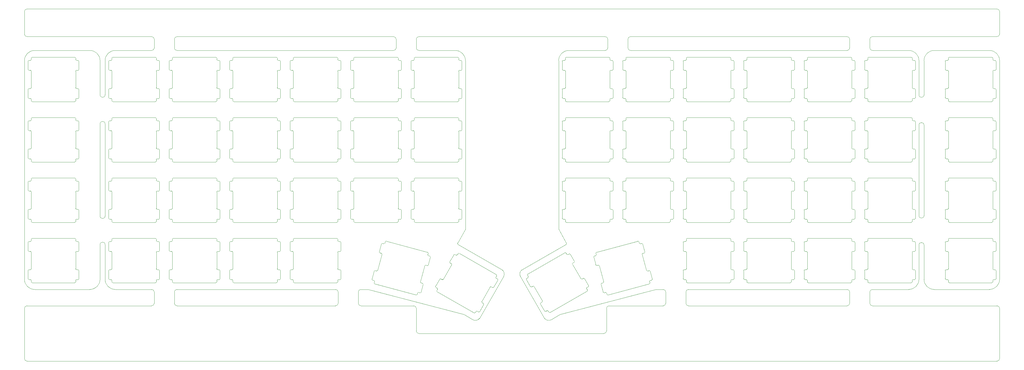
<source format=gm1>
G04 #@! TF.GenerationSoftware,KiCad,Pcbnew,(5.1.2-1)-1*
G04 #@! TF.CreationDate,2020-07-25T23:38:00-05:00*
G04 #@! TF.ProjectId,Dori_top_plate,446f7269-5f74-46f7-905f-706c6174652e,rev?*
G04 #@! TF.SameCoordinates,Original*
G04 #@! TF.FileFunction,Profile,NP*
%FSLAX46Y46*%
G04 Gerber Fmt 4.6, Leading zero omitted, Abs format (unit mm)*
G04 Created by KiCad (PCBNEW (5.1.2-1)-1) date 2020-07-25 23:38:00*
%MOMM*%
%LPD*%
G04 APERTURE LIST*
%ADD10C,0.050000*%
%ADD11C,0.100000*%
G04 APERTURE END LIST*
D10*
X230584375Y-99615625D02*
X228155500Y-104013000D01*
X235016542Y-127811908D02*
G75*
G02X232981500Y-128254125I-1273043J954782D01*
G01*
X242633500Y-114554000D02*
X235016543Y-127811908D01*
X232981500Y-128254125D02*
X230187500Y-126603125D01*
X228248711Y-104427787D02*
G75*
G02X228155500Y-104013000I160788J253999D01*
G01*
X242191283Y-112518958D02*
G75*
G02X242633500Y-114554000I-954782J-1273043D01*
G01*
X200025000Y-118663431D02*
X230187500Y-126603125D01*
X228248711Y-104427787D02*
X242191283Y-112518957D01*
X262288789Y-104427787D02*
X248346217Y-112518957D01*
X259953125Y-99615625D02*
X262382000Y-104013000D01*
X200025000Y-118663431D02*
X197643750Y-118667819D01*
X373460089Y-104648000D02*
G75*
G02X375046875Y-104648000I793393J0D01*
G01*
X375046161Y-95377000D02*
G75*
G02X373459375Y-95377000I-793393J0D01*
G01*
X373460089Y-66802000D02*
G75*
G02X375046875Y-66802000I793393J0D01*
G01*
X375046875Y-46434375D02*
G75*
G02X378221875Y-43259375I3175000J0D01*
G01*
X375046161Y-57277000D02*
G75*
G02X373459375Y-57277000I-793393J0D01*
G01*
X117076697Y-57261125D02*
G75*
G02X115489911Y-57261125I-793393J0D01*
G01*
X115491339Y-66421000D02*
G75*
G02X117078125Y-66421000I793393J0D01*
G01*
X117077411Y-95504000D02*
G75*
G02X115490625Y-95504000I-793393J0D01*
G01*
X115490982Y-104521000D02*
G75*
G02X117077768Y-104521000I793393J0D01*
G01*
X290512500Y-118663431D02*
X260350000Y-126603125D01*
X248346217Y-112518958D02*
G75*
G03X247904000Y-114554000I954782J-1273043D01*
G01*
X290512500Y-118663431D02*
X292893750Y-118665625D01*
X262288789Y-104427787D02*
G75*
G03X262382000Y-104013000I-160788J253999D01*
G01*
X257556000Y-128254125D02*
X260350000Y-126603125D01*
X247904000Y-114554000D02*
X255520957Y-127811908D01*
X255520958Y-127811908D02*
G75*
G03X257556000Y-128254125I1273043J954782D01*
G01*
X398859375Y-140493750D02*
G75*
G02X398065625Y-141287500I-793750J0D01*
G01*
X398065625Y-123825000D02*
G75*
G02X398859375Y-124618750I0J-793750D01*
G01*
X358775000Y-123825000D02*
G75*
G02X357981250Y-123031250I0J793750D01*
G01*
X357981250Y-119459375D02*
G75*
G02X358775000Y-118665625I793750J0D01*
G01*
X351631250Y-123031250D02*
G75*
G02X350837500Y-123825000I-793750J0D01*
G01*
X350837500Y-118665625D02*
G75*
G02X351631250Y-119459375I0J-793750D01*
G01*
X300831250Y-123825000D02*
G75*
G02X300037500Y-123031250I0J793750D01*
G01*
X300037500Y-119459375D02*
G75*
G02X300831250Y-118665625I793750J0D01*
G01*
X91678125Y-30956250D02*
G75*
G02X92471875Y-30162500I793750J0D01*
G01*
X91678125Y-38100000D02*
X91678125Y-30956250D01*
X398065625Y-30162500D02*
G75*
G02X398859375Y-30956250I0J-793750D01*
G01*
X398859375Y-38100000D02*
G75*
G02X398065625Y-38893750I-793750J0D01*
G01*
X351631250Y-42465625D02*
G75*
G02X350837500Y-43259375I-793750J0D01*
G01*
X350837500Y-38893750D02*
G75*
G02X351631250Y-39687500I0J-793750D01*
G01*
X282575000Y-43259375D02*
G75*
G02X281781250Y-42465625I0J793750D01*
G01*
X281781250Y-39687500D02*
G75*
G02X282575000Y-38893750I793750J0D01*
G01*
X259953125Y-46434375D02*
G75*
G02X263128125Y-43259375I3175000J0D01*
G01*
X275431250Y-42465625D02*
G75*
G02X274637500Y-43259375I-793750J0D01*
G01*
X274637500Y-38893750D02*
G75*
G02X275431250Y-39687500I0J-793750D01*
G01*
X357981250Y-39687500D02*
G75*
G02X358775000Y-38893750I793750J0D01*
G01*
X358775000Y-43259375D02*
G75*
G02X357981250Y-42465625I0J793750D01*
G01*
X370284375Y-43259375D02*
G75*
G02X373459375Y-46434375I0J-3175000D01*
G01*
X395684375Y-43259375D02*
G75*
G02X398859375Y-46434375I0J-3175000D01*
G01*
X398859375Y-115490625D02*
G75*
G02X395684375Y-118665625I-3175000J0D01*
G01*
X378221875Y-118665625D02*
G75*
G02X375046875Y-115490625I0J3175000D01*
G01*
X373459375Y-115490625D02*
G75*
G02X370284375Y-118665625I-3175000J0D01*
G01*
X293687500Y-123031250D02*
G75*
G02X292893750Y-123825000I-793750J0D01*
G01*
X292893750Y-118665625D02*
G75*
G02X293687500Y-119459375I0J-793750D01*
G01*
X275034375Y-124618750D02*
G75*
G02X275828125Y-123825000I793750J0D01*
G01*
X275034375Y-131762500D02*
G75*
G02X274240625Y-132556250I-793750J0D01*
G01*
X215900000Y-132556250D02*
G75*
G02X215106250Y-131762500I0J793750D01*
G01*
X214312500Y-123825000D02*
G75*
G02X215106250Y-124618750I0J-793750D01*
G01*
X227409375Y-43259375D02*
G75*
G02X230584375Y-46434375I0J-3175000D01*
G01*
X215106250Y-39687500D02*
G75*
G02X215900000Y-38893750I793750J0D01*
G01*
X215900000Y-43259375D02*
G75*
G02X215106250Y-42465625I0J793750D01*
G01*
X207962500Y-38893750D02*
G75*
G02X208756250Y-39687500I0J-793750D01*
G01*
X208756250Y-42465625D02*
G75*
G02X207962500Y-43259375I-793750J0D01*
G01*
X138906250Y-39687500D02*
G75*
G02X139700000Y-38893750I793750J0D01*
G01*
X139700000Y-43259375D02*
G75*
G02X138906250Y-42465625I0J793750D01*
G01*
X197643750Y-123825000D02*
G75*
G02X196850000Y-123031250I0J793750D01*
G01*
X196850000Y-119459375D02*
G75*
G02X197643750Y-118665625I793750J0D01*
G01*
X190500000Y-123031250D02*
G75*
G02X189706250Y-123825000I-793750J0D01*
G01*
X189706250Y-118665625D02*
G75*
G02X190500000Y-119459375I0J-793750D01*
G01*
X139700000Y-123825000D02*
G75*
G02X138906250Y-123031250I0J793750D01*
G01*
X138906250Y-119459375D02*
G75*
G02X139700000Y-118665625I793750J0D01*
G01*
X92471875Y-141287500D02*
G75*
G02X91678125Y-140493750I0J793750D01*
G01*
X91678125Y-124618750D02*
G75*
G02X92471875Y-123825000I793750J0D01*
G01*
X132556250Y-123031250D02*
G75*
G02X131762500Y-123825000I-793750J0D01*
G01*
X131762500Y-118665625D02*
G75*
G02X132556250Y-119459375I0J-793750D01*
G01*
X120253125Y-118665625D02*
G75*
G02X117078125Y-115490625I0J3175000D01*
G01*
X115490625Y-115490625D02*
G75*
G02X112315625Y-118665625I-3175000J0D01*
G01*
X92471875Y-38893750D02*
G75*
G02X91678125Y-38100000I0J793750D01*
G01*
X131762500Y-38893750D02*
G75*
G02X132556250Y-39687500I0J-793750D01*
G01*
X132556250Y-42465625D02*
G75*
G02X131762500Y-43259375I-793750J0D01*
G01*
X117078125Y-46434375D02*
G75*
G02X120253125Y-43259375I3175000J0D01*
G01*
X112315625Y-43259375D02*
G75*
G02X115490625Y-46434375I0J-3175000D01*
G01*
X91678125Y-46434375D02*
G75*
G02X94853125Y-43259375I3175000J0D01*
G01*
X94853125Y-118665625D02*
G75*
G02X91678125Y-115490625I0J3175000D01*
G01*
X373459375Y-115490625D02*
X373459375Y-104648000D01*
X375046161Y-57277000D02*
X375046875Y-46434375D01*
X373459375Y-46434375D02*
X373459375Y-57277000D01*
X375046875Y-115490625D02*
X375046875Y-104648000D01*
X378221875Y-118665625D02*
X395684375Y-118665625D01*
X373459375Y-66802000D02*
X373458661Y-95377000D01*
X375046875Y-66802000D02*
X375046161Y-95377000D01*
X395684375Y-43259375D02*
X378221875Y-43259375D01*
X398859375Y-115490625D02*
X398859375Y-46434375D01*
X274240625Y-132556250D02*
X215900000Y-132556250D01*
X275034375Y-124618750D02*
X275034375Y-131762500D01*
X275828125Y-123825000D02*
X292893750Y-123825000D01*
X398859375Y-124618750D02*
X398859375Y-140493750D01*
X398065625Y-123825000D02*
X358775000Y-123825000D01*
X92471875Y-141287500D02*
X398065625Y-141287500D01*
X91678125Y-124618750D02*
X91678125Y-140493750D01*
X215106250Y-124618750D02*
X215106250Y-131762500D01*
X214312500Y-123825000D02*
X197643750Y-123825000D01*
X131762500Y-123825000D02*
X92471875Y-123825000D01*
X139700000Y-123825000D02*
X189706250Y-123825000D01*
X131762500Y-118665625D02*
X120253125Y-118665625D01*
X189706250Y-118665625D02*
X139700000Y-118665625D01*
X190500000Y-119459375D02*
X190500000Y-123031250D01*
X196850000Y-119459375D02*
X196850000Y-123031250D01*
X132556250Y-119459375D02*
X132556250Y-123031250D01*
X138906250Y-119459375D02*
X138906250Y-123031250D01*
X358775000Y-118665625D02*
X370284375Y-118665625D01*
X300831250Y-118665625D02*
X350837500Y-118665625D01*
X300831250Y-123825000D02*
X350837500Y-123825000D01*
X293687500Y-119459375D02*
X293687500Y-123031250D01*
X300037500Y-119459375D02*
X300037500Y-123031250D01*
X351631250Y-119459375D02*
X351631250Y-123031250D01*
X357981250Y-119459375D02*
X357981250Y-123031250D01*
X207962500Y-43259375D02*
X139700000Y-43259375D01*
X227409375Y-43259375D02*
X215900000Y-43259375D01*
X131762500Y-43259375D02*
X120253125Y-43259375D01*
X398065625Y-38893750D02*
X358775000Y-38893750D01*
X357981250Y-39687500D02*
X357981250Y-42465625D01*
X351631250Y-39687500D02*
X351631250Y-42465625D01*
X282575000Y-38893750D02*
X350837500Y-38893750D01*
X358775000Y-43259375D02*
X370284375Y-43259375D01*
X282575000Y-43259375D02*
X350837500Y-43259375D01*
X281781250Y-39687500D02*
X281781250Y-42465625D01*
X274637500Y-43259375D02*
X263128125Y-43259375D01*
X275431250Y-39687500D02*
X275431250Y-42465625D01*
X215900000Y-38893750D02*
X274637500Y-38893750D01*
X215106250Y-39687500D02*
X215106250Y-42465625D01*
X208756250Y-39687500D02*
X208756250Y-42465625D01*
X139700000Y-38893750D02*
X207962500Y-38893750D01*
X131762500Y-38893750D02*
X92471875Y-38893750D01*
X138906250Y-39687500D02*
X138906250Y-42465625D01*
X132556250Y-39687500D02*
X132556250Y-42465625D01*
X398859375Y-30956250D02*
X398859375Y-38100000D01*
X92471875Y-30162500D02*
X398065625Y-30162500D01*
X230584375Y-46434375D02*
X230584375Y-99615625D01*
X259953125Y-46434375D02*
X259953125Y-99615625D01*
X91678125Y-115490625D02*
X91678125Y-46434375D01*
X94853125Y-43259375D02*
X112315625Y-43259375D01*
X115491339Y-66421000D02*
X115490625Y-95504000D01*
X117078125Y-66421000D02*
X117077411Y-95504000D01*
X112315625Y-118665625D02*
X94853125Y-118665625D01*
X115490625Y-115490625D02*
X115490982Y-104521000D01*
X117078125Y-46434375D02*
X117076697Y-57261125D01*
X115489911Y-57261125D02*
X115490625Y-46434375D01*
X117078125Y-115490625D02*
X117077768Y-104521000D01*
D11*
X351981250Y-59387500D02*
X338581250Y-59387500D01*
X338581250Y-59387500D02*
G75*
G02X338281250Y-59087500I0J300000D01*
G01*
X338281250Y-59087500D02*
X338281250Y-58687500D01*
X338281250Y-45687500D02*
G75*
G02X338581250Y-45387500I300000J0D01*
G01*
X351981250Y-45387500D02*
X338581250Y-45387500D01*
X338281250Y-49787500D02*
X338281250Y-54987500D01*
X338281250Y-46087500D02*
X338281250Y-45687500D01*
X352281250Y-58687500D02*
X352281250Y-59087500D01*
X351981250Y-45387500D02*
G75*
G02X352281250Y-45687500I0J-300000D01*
G01*
X353281250Y-49287500D02*
G75*
G02X353081250Y-49487500I-200000J0D01*
G01*
X352281250Y-49787500D02*
G75*
G02X352581250Y-49487500I300000J0D01*
G01*
X352581250Y-46387500D02*
X352981250Y-46387500D01*
X353281250Y-49287500D02*
X353281250Y-46687500D01*
X353081250Y-49487500D02*
X352581250Y-49487500D01*
X352281250Y-54987500D02*
X352281250Y-49787500D01*
X352281250Y-59087500D02*
G75*
G02X351981250Y-59387500I-300000J0D01*
G01*
X352581250Y-46387500D02*
G75*
G02X352281250Y-46087500I0J300000D01*
G01*
X352981250Y-46387500D02*
G75*
G02X353281250Y-46687500I0J-300000D01*
G01*
X352281250Y-45687500D02*
X352281250Y-46087500D01*
X352581250Y-55287500D02*
G75*
G02X352281250Y-54987500I0J300000D01*
G01*
X352981250Y-55287500D02*
G75*
G02X353281250Y-55587500I0J-300000D01*
G01*
X353081250Y-58387500D02*
X352581250Y-58387500D01*
X353281250Y-58187500D02*
X353281250Y-55587500D01*
X352581250Y-55287500D02*
X352981250Y-55287500D01*
X352281250Y-58687500D02*
G75*
G02X352581250Y-58387500I300000J0D01*
G01*
X353281250Y-58187500D02*
G75*
G02X353081250Y-58387500I-200000J0D01*
G01*
X337281250Y-55487500D02*
G75*
G02X337481250Y-55287500I200000J0D01*
G01*
X338281250Y-54987500D02*
G75*
G02X337981250Y-55287500I-300000J0D01*
G01*
X337981250Y-58387500D02*
X337581250Y-58387500D01*
X337281250Y-55487500D02*
X337281250Y-58087500D01*
X337481250Y-55287500D02*
X337981250Y-55287500D01*
X337581250Y-58387500D02*
G75*
G02X337281250Y-58087500I0J300000D01*
G01*
X337981250Y-58387500D02*
G75*
G02X338281250Y-58687500I0J-300000D01*
G01*
X337481250Y-46387500D02*
X337981250Y-46387500D01*
X337981250Y-49487500D02*
X337581250Y-49487500D01*
X337281250Y-46587500D02*
X337281250Y-49187500D01*
X338281250Y-46087500D02*
G75*
G02X337981250Y-46387500I-300000J0D01*
G01*
X337981250Y-49487500D02*
G75*
G02X338281250Y-49787500I0J-300000D01*
G01*
X337581250Y-49487500D02*
G75*
G02X337281250Y-49187500I0J300000D01*
G01*
X337281250Y-46587500D02*
G75*
G02X337481250Y-46387500I200000J0D01*
G01*
X396431250Y-116537500D02*
X383031250Y-116537500D01*
X383031250Y-116537500D02*
G75*
G02X382731250Y-116237500I0J300000D01*
G01*
X382731250Y-116237500D02*
X382731250Y-115837500D01*
X382731250Y-102837500D02*
G75*
G02X383031250Y-102537500I300000J0D01*
G01*
X396431250Y-102537500D02*
X383031250Y-102537500D01*
X382731250Y-106937500D02*
X382731250Y-112137500D01*
X382731250Y-103237500D02*
X382731250Y-102837500D01*
X396731250Y-115837500D02*
X396731250Y-116237500D01*
X396431250Y-102537500D02*
G75*
G02X396731250Y-102837500I0J-300000D01*
G01*
X397731250Y-106437500D02*
G75*
G02X397531250Y-106637500I-200000J0D01*
G01*
X396731250Y-106937500D02*
G75*
G02X397031250Y-106637500I300000J0D01*
G01*
X397031250Y-103537500D02*
X397431250Y-103537500D01*
X397731250Y-106437500D02*
X397731250Y-103837500D01*
X397531250Y-106637500D02*
X397031250Y-106637500D01*
X396731250Y-112137500D02*
X396731250Y-106937500D01*
X396731250Y-116237500D02*
G75*
G02X396431250Y-116537500I-300000J0D01*
G01*
X397031250Y-103537500D02*
G75*
G02X396731250Y-103237500I0J300000D01*
G01*
X397431250Y-103537500D02*
G75*
G02X397731250Y-103837500I0J-300000D01*
G01*
X396731250Y-102837500D02*
X396731250Y-103237500D01*
X397031250Y-112437500D02*
G75*
G02X396731250Y-112137500I0J300000D01*
G01*
X397431250Y-112437500D02*
G75*
G02X397731250Y-112737500I0J-300000D01*
G01*
X397531250Y-115537500D02*
X397031250Y-115537500D01*
X397731250Y-115337500D02*
X397731250Y-112737500D01*
X397031250Y-112437500D02*
X397431250Y-112437500D01*
X396731250Y-115837500D02*
G75*
G02X397031250Y-115537500I300000J0D01*
G01*
X397731250Y-115337500D02*
G75*
G02X397531250Y-115537500I-200000J0D01*
G01*
X381731250Y-112637500D02*
G75*
G02X381931250Y-112437500I200000J0D01*
G01*
X382731250Y-112137500D02*
G75*
G02X382431250Y-112437500I-300000J0D01*
G01*
X382431250Y-115537500D02*
X382031250Y-115537500D01*
X381731250Y-112637500D02*
X381731250Y-115237500D01*
X381931250Y-112437500D02*
X382431250Y-112437500D01*
X382031250Y-115537500D02*
G75*
G02X381731250Y-115237500I0J300000D01*
G01*
X382431250Y-115537500D02*
G75*
G02X382731250Y-115837500I0J-300000D01*
G01*
X381931250Y-103537500D02*
X382431250Y-103537500D01*
X382431250Y-106637500D02*
X382031250Y-106637500D01*
X381731250Y-103737500D02*
X381731250Y-106337500D01*
X382731250Y-103237500D02*
G75*
G02X382431250Y-103537500I-300000J0D01*
G01*
X382431250Y-106637500D02*
G75*
G02X382731250Y-106937500I0J-300000D01*
G01*
X382031250Y-106637500D02*
G75*
G02X381731250Y-106337500I0J300000D01*
G01*
X381731250Y-103737500D02*
G75*
G02X381931250Y-103537500I200000J0D01*
G01*
X371031250Y-116537500D02*
X357631250Y-116537500D01*
X357631250Y-116537500D02*
G75*
G02X357331250Y-116237500I0J300000D01*
G01*
X357331250Y-116237500D02*
X357331250Y-115837500D01*
X357331250Y-102837500D02*
G75*
G02X357631250Y-102537500I300000J0D01*
G01*
X371031250Y-102537500D02*
X357631250Y-102537500D01*
X357331250Y-106937500D02*
X357331250Y-112137500D01*
X357331250Y-103237500D02*
X357331250Y-102837500D01*
X371331250Y-115837500D02*
X371331250Y-116237500D01*
X371031250Y-102537500D02*
G75*
G02X371331250Y-102837500I0J-300000D01*
G01*
X372331250Y-106437500D02*
G75*
G02X372131250Y-106637500I-200000J0D01*
G01*
X371331250Y-106937500D02*
G75*
G02X371631250Y-106637500I300000J0D01*
G01*
X371631250Y-103537500D02*
X372031250Y-103537500D01*
X372331250Y-106437500D02*
X372331250Y-103837500D01*
X372131250Y-106637500D02*
X371631250Y-106637500D01*
X371331250Y-112137500D02*
X371331250Y-106937500D01*
X371331250Y-116237500D02*
G75*
G02X371031250Y-116537500I-300000J0D01*
G01*
X371631250Y-103537500D02*
G75*
G02X371331250Y-103237500I0J300000D01*
G01*
X372031250Y-103537500D02*
G75*
G02X372331250Y-103837500I0J-300000D01*
G01*
X371331250Y-102837500D02*
X371331250Y-103237500D01*
X371631250Y-112437500D02*
G75*
G02X371331250Y-112137500I0J300000D01*
G01*
X372031250Y-112437500D02*
G75*
G02X372331250Y-112737500I0J-300000D01*
G01*
X372131250Y-115537500D02*
X371631250Y-115537500D01*
X372331250Y-115337500D02*
X372331250Y-112737500D01*
X371631250Y-112437500D02*
X372031250Y-112437500D01*
X371331250Y-115837500D02*
G75*
G02X371631250Y-115537500I300000J0D01*
G01*
X372331250Y-115337500D02*
G75*
G02X372131250Y-115537500I-200000J0D01*
G01*
X356331250Y-112637500D02*
G75*
G02X356531250Y-112437500I200000J0D01*
G01*
X357331250Y-112137500D02*
G75*
G02X357031250Y-112437500I-300000J0D01*
G01*
X357031250Y-115537500D02*
X356631250Y-115537500D01*
X356331250Y-112637500D02*
X356331250Y-115237500D01*
X356531250Y-112437500D02*
X357031250Y-112437500D01*
X356631250Y-115537500D02*
G75*
G02X356331250Y-115237500I0J300000D01*
G01*
X357031250Y-115537500D02*
G75*
G02X357331250Y-115837500I0J-300000D01*
G01*
X356531250Y-103537500D02*
X357031250Y-103537500D01*
X357031250Y-106637500D02*
X356631250Y-106637500D01*
X356331250Y-103737500D02*
X356331250Y-106337500D01*
X357331250Y-103237500D02*
G75*
G02X357031250Y-103537500I-300000J0D01*
G01*
X357031250Y-106637500D02*
G75*
G02X357331250Y-106937500I0J-300000D01*
G01*
X356631250Y-106637500D02*
G75*
G02X356331250Y-106337500I0J300000D01*
G01*
X356331250Y-103737500D02*
G75*
G02X356531250Y-103537500I200000J0D01*
G01*
X351981250Y-116537500D02*
X338581250Y-116537500D01*
X338581250Y-116537500D02*
G75*
G02X338281250Y-116237500I0J300000D01*
G01*
X338281250Y-116237500D02*
X338281250Y-115837500D01*
X338281250Y-102837500D02*
G75*
G02X338581250Y-102537500I300000J0D01*
G01*
X351981250Y-102537500D02*
X338581250Y-102537500D01*
X338281250Y-106937500D02*
X338281250Y-112137500D01*
X338281250Y-103237500D02*
X338281250Y-102837500D01*
X352281250Y-115837500D02*
X352281250Y-116237500D01*
X351981250Y-102537500D02*
G75*
G02X352281250Y-102837500I0J-300000D01*
G01*
X353281250Y-106437500D02*
G75*
G02X353081250Y-106637500I-200000J0D01*
G01*
X352281250Y-106937500D02*
G75*
G02X352581250Y-106637500I300000J0D01*
G01*
X352581250Y-103537500D02*
X352981250Y-103537500D01*
X353281250Y-106437500D02*
X353281250Y-103837500D01*
X353081250Y-106637500D02*
X352581250Y-106637500D01*
X352281250Y-112137500D02*
X352281250Y-106937500D01*
X352281250Y-116237500D02*
G75*
G02X351981250Y-116537500I-300000J0D01*
G01*
X352581250Y-103537500D02*
G75*
G02X352281250Y-103237500I0J300000D01*
G01*
X352981250Y-103537500D02*
G75*
G02X353281250Y-103837500I0J-300000D01*
G01*
X352281250Y-102837500D02*
X352281250Y-103237500D01*
X352581250Y-112437500D02*
G75*
G02X352281250Y-112137500I0J300000D01*
G01*
X352981250Y-112437500D02*
G75*
G02X353281250Y-112737500I0J-300000D01*
G01*
X353081250Y-115537500D02*
X352581250Y-115537500D01*
X353281250Y-115337500D02*
X353281250Y-112737500D01*
X352581250Y-112437500D02*
X352981250Y-112437500D01*
X352281250Y-115837500D02*
G75*
G02X352581250Y-115537500I300000J0D01*
G01*
X353281250Y-115337500D02*
G75*
G02X353081250Y-115537500I-200000J0D01*
G01*
X337281250Y-112637500D02*
G75*
G02X337481250Y-112437500I200000J0D01*
G01*
X338281250Y-112137500D02*
G75*
G02X337981250Y-112437500I-300000J0D01*
G01*
X337981250Y-115537500D02*
X337581250Y-115537500D01*
X337281250Y-112637500D02*
X337281250Y-115237500D01*
X337481250Y-112437500D02*
X337981250Y-112437500D01*
X337581250Y-115537500D02*
G75*
G02X337281250Y-115237500I0J300000D01*
G01*
X337981250Y-115537500D02*
G75*
G02X338281250Y-115837500I0J-300000D01*
G01*
X337481250Y-103537500D02*
X337981250Y-103537500D01*
X337981250Y-106637500D02*
X337581250Y-106637500D01*
X337281250Y-103737500D02*
X337281250Y-106337500D01*
X338281250Y-103237500D02*
G75*
G02X337981250Y-103537500I-300000J0D01*
G01*
X337981250Y-106637500D02*
G75*
G02X338281250Y-106937500I0J-300000D01*
G01*
X337581250Y-106637500D02*
G75*
G02X337281250Y-106337500I0J300000D01*
G01*
X337281250Y-103737500D02*
G75*
G02X337481250Y-103537500I200000J0D01*
G01*
X332931250Y-116537500D02*
X319531250Y-116537500D01*
X319531250Y-116537500D02*
G75*
G02X319231250Y-116237500I0J300000D01*
G01*
X319231250Y-116237500D02*
X319231250Y-115837500D01*
X319231250Y-102837500D02*
G75*
G02X319531250Y-102537500I300000J0D01*
G01*
X332931250Y-102537500D02*
X319531250Y-102537500D01*
X319231250Y-106937500D02*
X319231250Y-112137500D01*
X319231250Y-103237500D02*
X319231250Y-102837500D01*
X333231250Y-115837500D02*
X333231250Y-116237500D01*
X332931250Y-102537500D02*
G75*
G02X333231250Y-102837500I0J-300000D01*
G01*
X334231250Y-106437500D02*
G75*
G02X334031250Y-106637500I-200000J0D01*
G01*
X333231250Y-106937500D02*
G75*
G02X333531250Y-106637500I300000J0D01*
G01*
X333531250Y-103537500D02*
X333931250Y-103537500D01*
X334231250Y-106437500D02*
X334231250Y-103837500D01*
X334031250Y-106637500D02*
X333531250Y-106637500D01*
X333231250Y-112137500D02*
X333231250Y-106937500D01*
X333231250Y-116237500D02*
G75*
G02X332931250Y-116537500I-300000J0D01*
G01*
X333531250Y-103537500D02*
G75*
G02X333231250Y-103237500I0J300000D01*
G01*
X333931250Y-103537500D02*
G75*
G02X334231250Y-103837500I0J-300000D01*
G01*
X333231250Y-102837500D02*
X333231250Y-103237500D01*
X333531250Y-112437500D02*
G75*
G02X333231250Y-112137500I0J300000D01*
G01*
X333931250Y-112437500D02*
G75*
G02X334231250Y-112737500I0J-300000D01*
G01*
X334031250Y-115537500D02*
X333531250Y-115537500D01*
X334231250Y-115337500D02*
X334231250Y-112737500D01*
X333531250Y-112437500D02*
X333931250Y-112437500D01*
X333231250Y-115837500D02*
G75*
G02X333531250Y-115537500I300000J0D01*
G01*
X334231250Y-115337500D02*
G75*
G02X334031250Y-115537500I-200000J0D01*
G01*
X318231250Y-112637500D02*
G75*
G02X318431250Y-112437500I200000J0D01*
G01*
X319231250Y-112137500D02*
G75*
G02X318931250Y-112437500I-300000J0D01*
G01*
X318931250Y-115537500D02*
X318531250Y-115537500D01*
X318231250Y-112637500D02*
X318231250Y-115237500D01*
X318431250Y-112437500D02*
X318931250Y-112437500D01*
X318531250Y-115537500D02*
G75*
G02X318231250Y-115237500I0J300000D01*
G01*
X318931250Y-115537500D02*
G75*
G02X319231250Y-115837500I0J-300000D01*
G01*
X318431250Y-103537500D02*
X318931250Y-103537500D01*
X318931250Y-106637500D02*
X318531250Y-106637500D01*
X318231250Y-103737500D02*
X318231250Y-106337500D01*
X319231250Y-103237500D02*
G75*
G02X318931250Y-103537500I-300000J0D01*
G01*
X318931250Y-106637500D02*
G75*
G02X319231250Y-106937500I0J-300000D01*
G01*
X318531250Y-106637500D02*
G75*
G02X318231250Y-106337500I0J300000D01*
G01*
X318231250Y-103737500D02*
G75*
G02X318431250Y-103537500I200000J0D01*
G01*
X313881250Y-116537500D02*
X300481250Y-116537500D01*
X300481250Y-116537500D02*
G75*
G02X300181250Y-116237500I0J300000D01*
G01*
X300181250Y-116237500D02*
X300181250Y-115837500D01*
X300181250Y-102837500D02*
G75*
G02X300481250Y-102537500I300000J0D01*
G01*
X313881250Y-102537500D02*
X300481250Y-102537500D01*
X300181250Y-106937500D02*
X300181250Y-112137500D01*
X300181250Y-103237500D02*
X300181250Y-102837500D01*
X314181250Y-115837500D02*
X314181250Y-116237500D01*
X313881250Y-102537500D02*
G75*
G02X314181250Y-102837500I0J-300000D01*
G01*
X315181250Y-106437500D02*
G75*
G02X314981250Y-106637500I-200000J0D01*
G01*
X314181250Y-106937500D02*
G75*
G02X314481250Y-106637500I300000J0D01*
G01*
X314481250Y-103537500D02*
X314881250Y-103537500D01*
X315181250Y-106437500D02*
X315181250Y-103837500D01*
X314981250Y-106637500D02*
X314481250Y-106637500D01*
X314181250Y-112137500D02*
X314181250Y-106937500D01*
X314181250Y-116237500D02*
G75*
G02X313881250Y-116537500I-300000J0D01*
G01*
X314481250Y-103537500D02*
G75*
G02X314181250Y-103237500I0J300000D01*
G01*
X314881250Y-103537500D02*
G75*
G02X315181250Y-103837500I0J-300000D01*
G01*
X314181250Y-102837500D02*
X314181250Y-103237500D01*
X314481250Y-112437500D02*
G75*
G02X314181250Y-112137500I0J300000D01*
G01*
X314881250Y-112437500D02*
G75*
G02X315181250Y-112737500I0J-300000D01*
G01*
X314981250Y-115537500D02*
X314481250Y-115537500D01*
X315181250Y-115337500D02*
X315181250Y-112737500D01*
X314481250Y-112437500D02*
X314881250Y-112437500D01*
X314181250Y-115837500D02*
G75*
G02X314481250Y-115537500I300000J0D01*
G01*
X315181250Y-115337500D02*
G75*
G02X314981250Y-115537500I-200000J0D01*
G01*
X299181250Y-112637500D02*
G75*
G02X299381250Y-112437500I200000J0D01*
G01*
X300181250Y-112137500D02*
G75*
G02X299881250Y-112437500I-300000J0D01*
G01*
X299881250Y-115537500D02*
X299481250Y-115537500D01*
X299181250Y-112637500D02*
X299181250Y-115237500D01*
X299381250Y-112437500D02*
X299881250Y-112437500D01*
X299481250Y-115537500D02*
G75*
G02X299181250Y-115237500I0J300000D01*
G01*
X299881250Y-115537500D02*
G75*
G02X300181250Y-115837500I0J-300000D01*
G01*
X299381250Y-103537500D02*
X299881250Y-103537500D01*
X299881250Y-106637500D02*
X299481250Y-106637500D01*
X299181250Y-103737500D02*
X299181250Y-106337500D01*
X300181250Y-103237500D02*
G75*
G02X299881250Y-103537500I-300000J0D01*
G01*
X299881250Y-106637500D02*
G75*
G02X300181250Y-106937500I0J-300000D01*
G01*
X299481250Y-106637500D02*
G75*
G02X299181250Y-106337500I0J300000D01*
G01*
X299181250Y-103737500D02*
G75*
G02X299381250Y-103537500I200000J0D01*
G01*
X288477186Y-116946143D02*
X275533780Y-120414318D01*
X275533780Y-120414319D02*
G75*
G02X275166357Y-120202186I-77645J289778D01*
G01*
X275166357Y-120202186D02*
X275062829Y-119815816D01*
X271698181Y-107258780D02*
G75*
G02X271910314Y-106891357I289778J77645D01*
G01*
X284853720Y-103423182D02*
X271910314Y-106891357D01*
X272759340Y-111219076D02*
X274105199Y-116241890D01*
X271801709Y-107645151D02*
X271698182Y-107258780D01*
X288585791Y-116192349D02*
X288689318Y-116578720D01*
X284853720Y-103423181D02*
G75*
G02X285221143Y-103635314I77645J-289778D01*
G01*
X287118818Y-106853827D02*
G75*
G02X286977396Y-107098777I-193186J-51764D01*
G01*
X286282301Y-107595610D02*
G75*
G02X286494433Y-107228186I289778J77646D01*
G01*
X285692094Y-104233816D02*
X286078465Y-104130288D01*
X287118818Y-106853828D02*
X286445888Y-104342420D01*
X286977396Y-107098777D02*
X286494433Y-107228186D01*
X287628160Y-112618424D02*
X286282301Y-107595610D01*
X288689319Y-116578720D02*
G75*
G02X288477186Y-116946143I-289778J-77645D01*
G01*
X285692095Y-104233816D02*
G75*
G02X285324671Y-104021684I-77646J289778D01*
G01*
X286078464Y-104130288D02*
G75*
G02X286445888Y-104342420I77646J-289778D01*
G01*
X285221143Y-103635314D02*
X285324671Y-104021684D01*
X287995584Y-112830556D02*
G75*
G02X287628160Y-112618424I-77646J289778D01*
G01*
X288381954Y-112727028D02*
G75*
G02X288749378Y-112939160I77646J-289778D01*
G01*
X289280886Y-115695516D02*
X288797923Y-115824926D01*
X289422307Y-115450567D02*
X288749378Y-112939160D01*
X287995584Y-112830556D02*
X288381954Y-112727028D01*
X288585791Y-116192350D02*
G75*
G02X288797923Y-115824926I289778J77646D01*
G01*
X289422307Y-115450567D02*
G75*
G02X289280886Y-115695516I-193185J-51764D01*
G01*
X273268682Y-116983673D02*
G75*
G02X273410104Y-116738723I193186J51764D01*
G01*
X274105199Y-116241890D02*
G75*
G02X273893067Y-116609314I-289778J-77646D01*
G01*
X274695406Y-119603684D02*
X274309035Y-119707212D01*
X273268682Y-116983672D02*
X273941612Y-119495080D01*
X273410104Y-116738723D02*
X273893067Y-116609314D01*
X274309036Y-119707212D02*
G75*
G02X273941612Y-119495080I-77646J289778D01*
G01*
X274695405Y-119603684D02*
G75*
G02X275062829Y-119815816I77646J-289778D01*
G01*
X271106614Y-108141984D02*
X271589577Y-108012574D01*
X272391916Y-111006944D02*
X272005546Y-111110472D01*
X270965193Y-108386933D02*
X271638122Y-110898340D01*
X271801709Y-107645150D02*
G75*
G02X271589577Y-108012574I-289778J-77646D01*
G01*
X272391916Y-111006944D02*
G75*
G02X272759340Y-111219076I77646J-289778D01*
G01*
X272005546Y-111110472D02*
G75*
G02X271638122Y-110898340I-77646J289778D01*
G01*
X270965193Y-108386933D02*
G75*
G02X271106614Y-108141984I193185J51764D01*
G01*
X268858620Y-119210979D02*
X257253880Y-125910979D01*
X257253880Y-125910979D02*
G75*
G02X256844072Y-125801171I-150000J259808D01*
G01*
X256844072Y-125801171D02*
X256644072Y-125454761D01*
X250144072Y-114196431D02*
G75*
G02X250253880Y-113786623I259808J150000D01*
G01*
X261858620Y-107086623D02*
X250253880Y-113786623D01*
X252194072Y-117747135D02*
X254794072Y-122250467D01*
X250344072Y-114542841D02*
X250144072Y-114196431D01*
X268768428Y-118454761D02*
X268968428Y-118801171D01*
X261858620Y-107086623D02*
G75*
G02X262268428Y-107196431I150000J-259808D01*
G01*
X264934453Y-109814122D02*
G75*
G02X264861248Y-110087327I-173205J-100000D01*
G01*
X264318427Y-110747135D02*
G75*
G02X264428235Y-110337327I259808J150000D01*
G01*
X262878235Y-107652649D02*
X263224646Y-107452649D01*
X264934453Y-109814122D02*
X263634453Y-107562456D01*
X264861248Y-110087327D02*
X264428235Y-110337327D01*
X266918428Y-115250467D02*
X264318428Y-110747135D01*
X268968428Y-118801171D02*
G75*
G02X268858620Y-119210979I-259808J-150000D01*
G01*
X262878235Y-107652648D02*
G75*
G02X262468428Y-107542841I-150000J259807D01*
G01*
X263224646Y-107452649D02*
G75*
G02X263634453Y-107562456I150000J-259807D01*
G01*
X262268428Y-107196431D02*
X262468428Y-107542841D01*
X267328235Y-115360274D02*
G75*
G02X266918428Y-115250467I-150000J259807D01*
G01*
X267674646Y-115160275D02*
G75*
G02X268084453Y-115270082I150000J-259807D01*
G01*
X269311248Y-117794953D02*
X268878235Y-118044953D01*
X269384453Y-117521748D02*
X268084453Y-115270082D01*
X267328235Y-115360275D02*
X267674646Y-115160275D01*
X268768427Y-118454761D02*
G75*
G02X268878235Y-118044953I259808J150000D01*
G01*
X269384453Y-117521748D02*
G75*
G02X269311248Y-117794953I-173205J-100000D01*
G01*
X254178047Y-123183480D02*
G75*
G02X254251252Y-122910275I173205J100000D01*
G01*
X254794073Y-122250467D02*
G75*
G02X254684265Y-122660275I-259808J-150000D01*
G01*
X256234265Y-125344953D02*
X255887854Y-125544953D01*
X254178047Y-123183480D02*
X255478047Y-125435146D01*
X254251252Y-122910275D02*
X254684265Y-122660275D01*
X255887854Y-125544953D02*
G75*
G02X255478047Y-125435146I-150000J259807D01*
G01*
X256234265Y-125344954D02*
G75*
G02X256644072Y-125454761I150000J-259807D01*
G01*
X249801252Y-115202649D02*
X250234265Y-114952649D01*
X251784265Y-117637327D02*
X251437854Y-117837327D01*
X249728047Y-115475854D02*
X251028047Y-117727520D01*
X250344073Y-114542841D02*
G75*
G02X250234265Y-114952649I-259808J-150000D01*
G01*
X251784265Y-117637328D02*
G75*
G02X252194072Y-117747135I150000J-259807D01*
G01*
X251437854Y-117837327D02*
G75*
G02X251028047Y-117727520I-150000J259807D01*
G01*
X249728047Y-115475854D02*
G75*
G02X249801252Y-115202649I173205J100000D01*
G01*
X396431250Y-97487500D02*
X383031250Y-97487500D01*
X383031250Y-97487500D02*
G75*
G02X382731250Y-97187500I0J300000D01*
G01*
X382731250Y-97187500D02*
X382731250Y-96787500D01*
X382731250Y-83787500D02*
G75*
G02X383031250Y-83487500I300000J0D01*
G01*
X396431250Y-83487500D02*
X383031250Y-83487500D01*
X382731250Y-87887500D02*
X382731250Y-93087500D01*
X382731250Y-84187500D02*
X382731250Y-83787500D01*
X396731250Y-96787500D02*
X396731250Y-97187500D01*
X396431250Y-83487500D02*
G75*
G02X396731250Y-83787500I0J-300000D01*
G01*
X397731250Y-87387500D02*
G75*
G02X397531250Y-87587500I-200000J0D01*
G01*
X396731250Y-87887500D02*
G75*
G02X397031250Y-87587500I300000J0D01*
G01*
X397031250Y-84487500D02*
X397431250Y-84487500D01*
X397731250Y-87387500D02*
X397731250Y-84787500D01*
X397531250Y-87587500D02*
X397031250Y-87587500D01*
X396731250Y-93087500D02*
X396731250Y-87887500D01*
X396731250Y-97187500D02*
G75*
G02X396431250Y-97487500I-300000J0D01*
G01*
X397031250Y-84487500D02*
G75*
G02X396731250Y-84187500I0J300000D01*
G01*
X397431250Y-84487500D02*
G75*
G02X397731250Y-84787500I0J-300000D01*
G01*
X396731250Y-83787500D02*
X396731250Y-84187500D01*
X397031250Y-93387500D02*
G75*
G02X396731250Y-93087500I0J300000D01*
G01*
X397431250Y-93387500D02*
G75*
G02X397731250Y-93687500I0J-300000D01*
G01*
X397531250Y-96487500D02*
X397031250Y-96487500D01*
X397731250Y-96287500D02*
X397731250Y-93687500D01*
X397031250Y-93387500D02*
X397431250Y-93387500D01*
X396731250Y-96787500D02*
G75*
G02X397031250Y-96487500I300000J0D01*
G01*
X397731250Y-96287500D02*
G75*
G02X397531250Y-96487500I-200000J0D01*
G01*
X381731250Y-93587500D02*
G75*
G02X381931250Y-93387500I200000J0D01*
G01*
X382731250Y-93087500D02*
G75*
G02X382431250Y-93387500I-300000J0D01*
G01*
X382431250Y-96487500D02*
X382031250Y-96487500D01*
X381731250Y-93587500D02*
X381731250Y-96187500D01*
X381931250Y-93387500D02*
X382431250Y-93387500D01*
X382031250Y-96487500D02*
G75*
G02X381731250Y-96187500I0J300000D01*
G01*
X382431250Y-96487500D02*
G75*
G02X382731250Y-96787500I0J-300000D01*
G01*
X381931250Y-84487500D02*
X382431250Y-84487500D01*
X382431250Y-87587500D02*
X382031250Y-87587500D01*
X381731250Y-84687500D02*
X381731250Y-87287500D01*
X382731250Y-84187500D02*
G75*
G02X382431250Y-84487500I-300000J0D01*
G01*
X382431250Y-87587500D02*
G75*
G02X382731250Y-87887500I0J-300000D01*
G01*
X382031250Y-87587500D02*
G75*
G02X381731250Y-87287500I0J300000D01*
G01*
X381731250Y-84687500D02*
G75*
G02X381931250Y-84487500I200000J0D01*
G01*
X371031250Y-97487500D02*
X357631250Y-97487500D01*
X357631250Y-97487500D02*
G75*
G02X357331250Y-97187500I0J300000D01*
G01*
X357331250Y-97187500D02*
X357331250Y-96787500D01*
X357331250Y-83787500D02*
G75*
G02X357631250Y-83487500I300000J0D01*
G01*
X371031250Y-83487500D02*
X357631250Y-83487500D01*
X357331250Y-87887500D02*
X357331250Y-93087500D01*
X357331250Y-84187500D02*
X357331250Y-83787500D01*
X371331250Y-96787500D02*
X371331250Y-97187500D01*
X371031250Y-83487500D02*
G75*
G02X371331250Y-83787500I0J-300000D01*
G01*
X372331250Y-87387500D02*
G75*
G02X372131250Y-87587500I-200000J0D01*
G01*
X371331250Y-87887500D02*
G75*
G02X371631250Y-87587500I300000J0D01*
G01*
X371631250Y-84487500D02*
X372031250Y-84487500D01*
X372331250Y-87387500D02*
X372331250Y-84787500D01*
X372131250Y-87587500D02*
X371631250Y-87587500D01*
X371331250Y-93087500D02*
X371331250Y-87887500D01*
X371331250Y-97187500D02*
G75*
G02X371031250Y-97487500I-300000J0D01*
G01*
X371631250Y-84487500D02*
G75*
G02X371331250Y-84187500I0J300000D01*
G01*
X372031250Y-84487500D02*
G75*
G02X372331250Y-84787500I0J-300000D01*
G01*
X371331250Y-83787500D02*
X371331250Y-84187500D01*
X371631250Y-93387500D02*
G75*
G02X371331250Y-93087500I0J300000D01*
G01*
X372031250Y-93387500D02*
G75*
G02X372331250Y-93687500I0J-300000D01*
G01*
X372131250Y-96487500D02*
X371631250Y-96487500D01*
X372331250Y-96287500D02*
X372331250Y-93687500D01*
X371631250Y-93387500D02*
X372031250Y-93387500D01*
X371331250Y-96787500D02*
G75*
G02X371631250Y-96487500I300000J0D01*
G01*
X372331250Y-96287500D02*
G75*
G02X372131250Y-96487500I-200000J0D01*
G01*
X356331250Y-93587500D02*
G75*
G02X356531250Y-93387500I200000J0D01*
G01*
X357331250Y-93087500D02*
G75*
G02X357031250Y-93387500I-300000J0D01*
G01*
X357031250Y-96487500D02*
X356631250Y-96487500D01*
X356331250Y-93587500D02*
X356331250Y-96187500D01*
X356531250Y-93387500D02*
X357031250Y-93387500D01*
X356631250Y-96487500D02*
G75*
G02X356331250Y-96187500I0J300000D01*
G01*
X357031250Y-96487500D02*
G75*
G02X357331250Y-96787500I0J-300000D01*
G01*
X356531250Y-84487500D02*
X357031250Y-84487500D01*
X357031250Y-87587500D02*
X356631250Y-87587500D01*
X356331250Y-84687500D02*
X356331250Y-87287500D01*
X357331250Y-84187500D02*
G75*
G02X357031250Y-84487500I-300000J0D01*
G01*
X357031250Y-87587500D02*
G75*
G02X357331250Y-87887500I0J-300000D01*
G01*
X356631250Y-87587500D02*
G75*
G02X356331250Y-87287500I0J300000D01*
G01*
X356331250Y-84687500D02*
G75*
G02X356531250Y-84487500I200000J0D01*
G01*
X351981250Y-97487500D02*
X338581250Y-97487500D01*
X338581250Y-97487500D02*
G75*
G02X338281250Y-97187500I0J300000D01*
G01*
X338281250Y-97187500D02*
X338281250Y-96787500D01*
X338281250Y-83787500D02*
G75*
G02X338581250Y-83487500I300000J0D01*
G01*
X351981250Y-83487500D02*
X338581250Y-83487500D01*
X338281250Y-87887500D02*
X338281250Y-93087500D01*
X338281250Y-84187500D02*
X338281250Y-83787500D01*
X352281250Y-96787500D02*
X352281250Y-97187500D01*
X351981250Y-83487500D02*
G75*
G02X352281250Y-83787500I0J-300000D01*
G01*
X353281250Y-87387500D02*
G75*
G02X353081250Y-87587500I-200000J0D01*
G01*
X352281250Y-87887500D02*
G75*
G02X352581250Y-87587500I300000J0D01*
G01*
X352581250Y-84487500D02*
X352981250Y-84487500D01*
X353281250Y-87387500D02*
X353281250Y-84787500D01*
X353081250Y-87587500D02*
X352581250Y-87587500D01*
X352281250Y-93087500D02*
X352281250Y-87887500D01*
X352281250Y-97187500D02*
G75*
G02X351981250Y-97487500I-300000J0D01*
G01*
X352581250Y-84487500D02*
G75*
G02X352281250Y-84187500I0J300000D01*
G01*
X352981250Y-84487500D02*
G75*
G02X353281250Y-84787500I0J-300000D01*
G01*
X352281250Y-83787500D02*
X352281250Y-84187500D01*
X352581250Y-93387500D02*
G75*
G02X352281250Y-93087500I0J300000D01*
G01*
X352981250Y-93387500D02*
G75*
G02X353281250Y-93687500I0J-300000D01*
G01*
X353081250Y-96487500D02*
X352581250Y-96487500D01*
X353281250Y-96287500D02*
X353281250Y-93687500D01*
X352581250Y-93387500D02*
X352981250Y-93387500D01*
X352281250Y-96787500D02*
G75*
G02X352581250Y-96487500I300000J0D01*
G01*
X353281250Y-96287500D02*
G75*
G02X353081250Y-96487500I-200000J0D01*
G01*
X337281250Y-93587500D02*
G75*
G02X337481250Y-93387500I200000J0D01*
G01*
X338281250Y-93087500D02*
G75*
G02X337981250Y-93387500I-300000J0D01*
G01*
X337981250Y-96487500D02*
X337581250Y-96487500D01*
X337281250Y-93587500D02*
X337281250Y-96187500D01*
X337481250Y-93387500D02*
X337981250Y-93387500D01*
X337581250Y-96487500D02*
G75*
G02X337281250Y-96187500I0J300000D01*
G01*
X337981250Y-96487500D02*
G75*
G02X338281250Y-96787500I0J-300000D01*
G01*
X337481250Y-84487500D02*
X337981250Y-84487500D01*
X337981250Y-87587500D02*
X337581250Y-87587500D01*
X337281250Y-84687500D02*
X337281250Y-87287500D01*
X338281250Y-84187500D02*
G75*
G02X337981250Y-84487500I-300000J0D01*
G01*
X337981250Y-87587500D02*
G75*
G02X338281250Y-87887500I0J-300000D01*
G01*
X337581250Y-87587500D02*
G75*
G02X337281250Y-87287500I0J300000D01*
G01*
X337281250Y-84687500D02*
G75*
G02X337481250Y-84487500I200000J0D01*
G01*
X332931250Y-97487500D02*
X319531250Y-97487500D01*
X319531250Y-97487500D02*
G75*
G02X319231250Y-97187500I0J300000D01*
G01*
X319231250Y-97187500D02*
X319231250Y-96787500D01*
X319231250Y-83787500D02*
G75*
G02X319531250Y-83487500I300000J0D01*
G01*
X332931250Y-83487500D02*
X319531250Y-83487500D01*
X319231250Y-87887500D02*
X319231250Y-93087500D01*
X319231250Y-84187500D02*
X319231250Y-83787500D01*
X333231250Y-96787500D02*
X333231250Y-97187500D01*
X332931250Y-83487500D02*
G75*
G02X333231250Y-83787500I0J-300000D01*
G01*
X334231250Y-87387500D02*
G75*
G02X334031250Y-87587500I-200000J0D01*
G01*
X333231250Y-87887500D02*
G75*
G02X333531250Y-87587500I300000J0D01*
G01*
X333531250Y-84487500D02*
X333931250Y-84487500D01*
X334231250Y-87387500D02*
X334231250Y-84787500D01*
X334031250Y-87587500D02*
X333531250Y-87587500D01*
X333231250Y-93087500D02*
X333231250Y-87887500D01*
X333231250Y-97187500D02*
G75*
G02X332931250Y-97487500I-300000J0D01*
G01*
X333531250Y-84487500D02*
G75*
G02X333231250Y-84187500I0J300000D01*
G01*
X333931250Y-84487500D02*
G75*
G02X334231250Y-84787500I0J-300000D01*
G01*
X333231250Y-83787500D02*
X333231250Y-84187500D01*
X333531250Y-93387500D02*
G75*
G02X333231250Y-93087500I0J300000D01*
G01*
X333931250Y-93387500D02*
G75*
G02X334231250Y-93687500I0J-300000D01*
G01*
X334031250Y-96487500D02*
X333531250Y-96487500D01*
X334231250Y-96287500D02*
X334231250Y-93687500D01*
X333531250Y-93387500D02*
X333931250Y-93387500D01*
X333231250Y-96787500D02*
G75*
G02X333531250Y-96487500I300000J0D01*
G01*
X334231250Y-96287500D02*
G75*
G02X334031250Y-96487500I-200000J0D01*
G01*
X318231250Y-93587500D02*
G75*
G02X318431250Y-93387500I200000J0D01*
G01*
X319231250Y-93087500D02*
G75*
G02X318931250Y-93387500I-300000J0D01*
G01*
X318931250Y-96487500D02*
X318531250Y-96487500D01*
X318231250Y-93587500D02*
X318231250Y-96187500D01*
X318431250Y-93387500D02*
X318931250Y-93387500D01*
X318531250Y-96487500D02*
G75*
G02X318231250Y-96187500I0J300000D01*
G01*
X318931250Y-96487500D02*
G75*
G02X319231250Y-96787500I0J-300000D01*
G01*
X318431250Y-84487500D02*
X318931250Y-84487500D01*
X318931250Y-87587500D02*
X318531250Y-87587500D01*
X318231250Y-84687500D02*
X318231250Y-87287500D01*
X319231250Y-84187500D02*
G75*
G02X318931250Y-84487500I-300000J0D01*
G01*
X318931250Y-87587500D02*
G75*
G02X319231250Y-87887500I0J-300000D01*
G01*
X318531250Y-87587500D02*
G75*
G02X318231250Y-87287500I0J300000D01*
G01*
X318231250Y-84687500D02*
G75*
G02X318431250Y-84487500I200000J0D01*
G01*
X313881250Y-97487500D02*
X300481250Y-97487500D01*
X300481250Y-97487500D02*
G75*
G02X300181250Y-97187500I0J300000D01*
G01*
X300181250Y-97187500D02*
X300181250Y-96787500D01*
X300181250Y-83787500D02*
G75*
G02X300481250Y-83487500I300000J0D01*
G01*
X313881250Y-83487500D02*
X300481250Y-83487500D01*
X300181250Y-87887500D02*
X300181250Y-93087500D01*
X300181250Y-84187500D02*
X300181250Y-83787500D01*
X314181250Y-96787500D02*
X314181250Y-97187500D01*
X313881250Y-83487500D02*
G75*
G02X314181250Y-83787500I0J-300000D01*
G01*
X315181250Y-87387500D02*
G75*
G02X314981250Y-87587500I-200000J0D01*
G01*
X314181250Y-87887500D02*
G75*
G02X314481250Y-87587500I300000J0D01*
G01*
X314481250Y-84487500D02*
X314881250Y-84487500D01*
X315181250Y-87387500D02*
X315181250Y-84787500D01*
X314981250Y-87587500D02*
X314481250Y-87587500D01*
X314181250Y-93087500D02*
X314181250Y-87887500D01*
X314181250Y-97187500D02*
G75*
G02X313881250Y-97487500I-300000J0D01*
G01*
X314481250Y-84487500D02*
G75*
G02X314181250Y-84187500I0J300000D01*
G01*
X314881250Y-84487500D02*
G75*
G02X315181250Y-84787500I0J-300000D01*
G01*
X314181250Y-83787500D02*
X314181250Y-84187500D01*
X314481250Y-93387500D02*
G75*
G02X314181250Y-93087500I0J300000D01*
G01*
X314881250Y-93387500D02*
G75*
G02X315181250Y-93687500I0J-300000D01*
G01*
X314981250Y-96487500D02*
X314481250Y-96487500D01*
X315181250Y-96287500D02*
X315181250Y-93687500D01*
X314481250Y-93387500D02*
X314881250Y-93387500D01*
X314181250Y-96787500D02*
G75*
G02X314481250Y-96487500I300000J0D01*
G01*
X315181250Y-96287500D02*
G75*
G02X314981250Y-96487500I-200000J0D01*
G01*
X299181250Y-93587500D02*
G75*
G02X299381250Y-93387500I200000J0D01*
G01*
X300181250Y-93087500D02*
G75*
G02X299881250Y-93387500I-300000J0D01*
G01*
X299881250Y-96487500D02*
X299481250Y-96487500D01*
X299181250Y-93587500D02*
X299181250Y-96187500D01*
X299381250Y-93387500D02*
X299881250Y-93387500D01*
X299481250Y-96487500D02*
G75*
G02X299181250Y-96187500I0J300000D01*
G01*
X299881250Y-96487500D02*
G75*
G02X300181250Y-96787500I0J-300000D01*
G01*
X299381250Y-84487500D02*
X299881250Y-84487500D01*
X299881250Y-87587500D02*
X299481250Y-87587500D01*
X299181250Y-84687500D02*
X299181250Y-87287500D01*
X300181250Y-84187500D02*
G75*
G02X299881250Y-84487500I-300000J0D01*
G01*
X299881250Y-87587500D02*
G75*
G02X300181250Y-87887500I0J-300000D01*
G01*
X299481250Y-87587500D02*
G75*
G02X299181250Y-87287500I0J300000D01*
G01*
X299181250Y-84687500D02*
G75*
G02X299381250Y-84487500I200000J0D01*
G01*
X294831250Y-97487500D02*
X281431250Y-97487500D01*
X281431250Y-97487500D02*
G75*
G02X281131250Y-97187500I0J300000D01*
G01*
X281131250Y-97187500D02*
X281131250Y-96787500D01*
X281131250Y-83787500D02*
G75*
G02X281431250Y-83487500I300000J0D01*
G01*
X294831250Y-83487500D02*
X281431250Y-83487500D01*
X281131250Y-87887500D02*
X281131250Y-93087500D01*
X281131250Y-84187500D02*
X281131250Y-83787500D01*
X295131250Y-96787500D02*
X295131250Y-97187500D01*
X294831250Y-83487500D02*
G75*
G02X295131250Y-83787500I0J-300000D01*
G01*
X296131250Y-87387500D02*
G75*
G02X295931250Y-87587500I-200000J0D01*
G01*
X295131250Y-87887500D02*
G75*
G02X295431250Y-87587500I300000J0D01*
G01*
X295431250Y-84487500D02*
X295831250Y-84487500D01*
X296131250Y-87387500D02*
X296131250Y-84787500D01*
X295931250Y-87587500D02*
X295431250Y-87587500D01*
X295131250Y-93087500D02*
X295131250Y-87887500D01*
X295131250Y-97187500D02*
G75*
G02X294831250Y-97487500I-300000J0D01*
G01*
X295431250Y-84487500D02*
G75*
G02X295131250Y-84187500I0J300000D01*
G01*
X295831250Y-84487500D02*
G75*
G02X296131250Y-84787500I0J-300000D01*
G01*
X295131250Y-83787500D02*
X295131250Y-84187500D01*
X295431250Y-93387500D02*
G75*
G02X295131250Y-93087500I0J300000D01*
G01*
X295831250Y-93387500D02*
G75*
G02X296131250Y-93687500I0J-300000D01*
G01*
X295931250Y-96487500D02*
X295431250Y-96487500D01*
X296131250Y-96287500D02*
X296131250Y-93687500D01*
X295431250Y-93387500D02*
X295831250Y-93387500D01*
X295131250Y-96787500D02*
G75*
G02X295431250Y-96487500I300000J0D01*
G01*
X296131250Y-96287500D02*
G75*
G02X295931250Y-96487500I-200000J0D01*
G01*
X280131250Y-93587500D02*
G75*
G02X280331250Y-93387500I200000J0D01*
G01*
X281131250Y-93087500D02*
G75*
G02X280831250Y-93387500I-300000J0D01*
G01*
X280831250Y-96487500D02*
X280431250Y-96487500D01*
X280131250Y-93587500D02*
X280131250Y-96187500D01*
X280331250Y-93387500D02*
X280831250Y-93387500D01*
X280431250Y-96487500D02*
G75*
G02X280131250Y-96187500I0J300000D01*
G01*
X280831250Y-96487500D02*
G75*
G02X281131250Y-96787500I0J-300000D01*
G01*
X280331250Y-84487500D02*
X280831250Y-84487500D01*
X280831250Y-87587500D02*
X280431250Y-87587500D01*
X280131250Y-84687500D02*
X280131250Y-87287500D01*
X281131250Y-84187500D02*
G75*
G02X280831250Y-84487500I-300000J0D01*
G01*
X280831250Y-87587500D02*
G75*
G02X281131250Y-87887500I0J-300000D01*
G01*
X280431250Y-87587500D02*
G75*
G02X280131250Y-87287500I0J300000D01*
G01*
X280131250Y-84687500D02*
G75*
G02X280331250Y-84487500I200000J0D01*
G01*
X275781250Y-97487500D02*
X262381250Y-97487500D01*
X262381250Y-97487500D02*
G75*
G02X262081250Y-97187500I0J300000D01*
G01*
X262081250Y-97187500D02*
X262081250Y-96787500D01*
X262081250Y-83787500D02*
G75*
G02X262381250Y-83487500I300000J0D01*
G01*
X275781250Y-83487500D02*
X262381250Y-83487500D01*
X262081250Y-87887500D02*
X262081250Y-93087500D01*
X262081250Y-84187500D02*
X262081250Y-83787500D01*
X276081250Y-96787500D02*
X276081250Y-97187500D01*
X275781250Y-83487500D02*
G75*
G02X276081250Y-83787500I0J-300000D01*
G01*
X277081250Y-87387500D02*
G75*
G02X276881250Y-87587500I-200000J0D01*
G01*
X276081250Y-87887500D02*
G75*
G02X276381250Y-87587500I300000J0D01*
G01*
X276381250Y-84487500D02*
X276781250Y-84487500D01*
X277081250Y-87387500D02*
X277081250Y-84787500D01*
X276881250Y-87587500D02*
X276381250Y-87587500D01*
X276081250Y-93087500D02*
X276081250Y-87887500D01*
X276081250Y-97187500D02*
G75*
G02X275781250Y-97487500I-300000J0D01*
G01*
X276381250Y-84487500D02*
G75*
G02X276081250Y-84187500I0J300000D01*
G01*
X276781250Y-84487500D02*
G75*
G02X277081250Y-84787500I0J-300000D01*
G01*
X276081250Y-83787500D02*
X276081250Y-84187500D01*
X276381250Y-93387500D02*
G75*
G02X276081250Y-93087500I0J300000D01*
G01*
X276781250Y-93387500D02*
G75*
G02X277081250Y-93687500I0J-300000D01*
G01*
X276881250Y-96487500D02*
X276381250Y-96487500D01*
X277081250Y-96287500D02*
X277081250Y-93687500D01*
X276381250Y-93387500D02*
X276781250Y-93387500D01*
X276081250Y-96787500D02*
G75*
G02X276381250Y-96487500I300000J0D01*
G01*
X277081250Y-96287500D02*
G75*
G02X276881250Y-96487500I-200000J0D01*
G01*
X261081250Y-93587500D02*
G75*
G02X261281250Y-93387500I200000J0D01*
G01*
X262081250Y-93087500D02*
G75*
G02X261781250Y-93387500I-300000J0D01*
G01*
X261781250Y-96487500D02*
X261381250Y-96487500D01*
X261081250Y-93587500D02*
X261081250Y-96187500D01*
X261281250Y-93387500D02*
X261781250Y-93387500D01*
X261381250Y-96487500D02*
G75*
G02X261081250Y-96187500I0J300000D01*
G01*
X261781250Y-96487500D02*
G75*
G02X262081250Y-96787500I0J-300000D01*
G01*
X261281250Y-84487500D02*
X261781250Y-84487500D01*
X261781250Y-87587500D02*
X261381250Y-87587500D01*
X261081250Y-84687500D02*
X261081250Y-87287500D01*
X262081250Y-84187500D02*
G75*
G02X261781250Y-84487500I-300000J0D01*
G01*
X261781250Y-87587500D02*
G75*
G02X262081250Y-87887500I0J-300000D01*
G01*
X261381250Y-87587500D02*
G75*
G02X261081250Y-87287500I0J300000D01*
G01*
X261081250Y-84687500D02*
G75*
G02X261281250Y-84487500I200000J0D01*
G01*
X396431250Y-78437500D02*
X383031250Y-78437500D01*
X383031250Y-78437500D02*
G75*
G02X382731250Y-78137500I0J300000D01*
G01*
X382731250Y-78137500D02*
X382731250Y-77737500D01*
X382731250Y-64737500D02*
G75*
G02X383031250Y-64437500I300000J0D01*
G01*
X396431250Y-64437500D02*
X383031250Y-64437500D01*
X382731250Y-68837500D02*
X382731250Y-74037500D01*
X382731250Y-65137500D02*
X382731250Y-64737500D01*
X396731250Y-77737500D02*
X396731250Y-78137500D01*
X396431250Y-64437500D02*
G75*
G02X396731250Y-64737500I0J-300000D01*
G01*
X397731250Y-68337500D02*
G75*
G02X397531250Y-68537500I-200000J0D01*
G01*
X396731250Y-68837500D02*
G75*
G02X397031250Y-68537500I300000J0D01*
G01*
X397031250Y-65437500D02*
X397431250Y-65437500D01*
X397731250Y-68337500D02*
X397731250Y-65737500D01*
X397531250Y-68537500D02*
X397031250Y-68537500D01*
X396731250Y-74037500D02*
X396731250Y-68837500D01*
X396731250Y-78137500D02*
G75*
G02X396431250Y-78437500I-300000J0D01*
G01*
X397031250Y-65437500D02*
G75*
G02X396731250Y-65137500I0J300000D01*
G01*
X397431250Y-65437500D02*
G75*
G02X397731250Y-65737500I0J-300000D01*
G01*
X396731250Y-64737500D02*
X396731250Y-65137500D01*
X397031250Y-74337500D02*
G75*
G02X396731250Y-74037500I0J300000D01*
G01*
X397431250Y-74337500D02*
G75*
G02X397731250Y-74637500I0J-300000D01*
G01*
X397531250Y-77437500D02*
X397031250Y-77437500D01*
X397731250Y-77237500D02*
X397731250Y-74637500D01*
X397031250Y-74337500D02*
X397431250Y-74337500D01*
X396731250Y-77737500D02*
G75*
G02X397031250Y-77437500I300000J0D01*
G01*
X397731250Y-77237500D02*
G75*
G02X397531250Y-77437500I-200000J0D01*
G01*
X381731250Y-74537500D02*
G75*
G02X381931250Y-74337500I200000J0D01*
G01*
X382731250Y-74037500D02*
G75*
G02X382431250Y-74337500I-300000J0D01*
G01*
X382431250Y-77437500D02*
X382031250Y-77437500D01*
X381731250Y-74537500D02*
X381731250Y-77137500D01*
X381931250Y-74337500D02*
X382431250Y-74337500D01*
X382031250Y-77437500D02*
G75*
G02X381731250Y-77137500I0J300000D01*
G01*
X382431250Y-77437500D02*
G75*
G02X382731250Y-77737500I0J-300000D01*
G01*
X381931250Y-65437500D02*
X382431250Y-65437500D01*
X382431250Y-68537500D02*
X382031250Y-68537500D01*
X381731250Y-65637500D02*
X381731250Y-68237500D01*
X382731250Y-65137500D02*
G75*
G02X382431250Y-65437500I-300000J0D01*
G01*
X382431250Y-68537500D02*
G75*
G02X382731250Y-68837500I0J-300000D01*
G01*
X382031250Y-68537500D02*
G75*
G02X381731250Y-68237500I0J300000D01*
G01*
X381731250Y-65637500D02*
G75*
G02X381931250Y-65437500I200000J0D01*
G01*
X371031250Y-78437500D02*
X357631250Y-78437500D01*
X357631250Y-78437500D02*
G75*
G02X357331250Y-78137500I0J300000D01*
G01*
X357331250Y-78137500D02*
X357331250Y-77737500D01*
X357331250Y-64737500D02*
G75*
G02X357631250Y-64437500I300000J0D01*
G01*
X371031250Y-64437500D02*
X357631250Y-64437500D01*
X357331250Y-68837500D02*
X357331250Y-74037500D01*
X357331250Y-65137500D02*
X357331250Y-64737500D01*
X371331250Y-77737500D02*
X371331250Y-78137500D01*
X371031250Y-64437500D02*
G75*
G02X371331250Y-64737500I0J-300000D01*
G01*
X372331250Y-68337500D02*
G75*
G02X372131250Y-68537500I-200000J0D01*
G01*
X371331250Y-68837500D02*
G75*
G02X371631250Y-68537500I300000J0D01*
G01*
X371631250Y-65437500D02*
X372031250Y-65437500D01*
X372331250Y-68337500D02*
X372331250Y-65737500D01*
X372131250Y-68537500D02*
X371631250Y-68537500D01*
X371331250Y-74037500D02*
X371331250Y-68837500D01*
X371331250Y-78137500D02*
G75*
G02X371031250Y-78437500I-300000J0D01*
G01*
X371631250Y-65437500D02*
G75*
G02X371331250Y-65137500I0J300000D01*
G01*
X372031250Y-65437500D02*
G75*
G02X372331250Y-65737500I0J-300000D01*
G01*
X371331250Y-64737500D02*
X371331250Y-65137500D01*
X371631250Y-74337500D02*
G75*
G02X371331250Y-74037500I0J300000D01*
G01*
X372031250Y-74337500D02*
G75*
G02X372331250Y-74637500I0J-300000D01*
G01*
X372131250Y-77437500D02*
X371631250Y-77437500D01*
X372331250Y-77237500D02*
X372331250Y-74637500D01*
X371631250Y-74337500D02*
X372031250Y-74337500D01*
X371331250Y-77737500D02*
G75*
G02X371631250Y-77437500I300000J0D01*
G01*
X372331250Y-77237500D02*
G75*
G02X372131250Y-77437500I-200000J0D01*
G01*
X356331250Y-74537500D02*
G75*
G02X356531250Y-74337500I200000J0D01*
G01*
X357331250Y-74037500D02*
G75*
G02X357031250Y-74337500I-300000J0D01*
G01*
X357031250Y-77437500D02*
X356631250Y-77437500D01*
X356331250Y-74537500D02*
X356331250Y-77137500D01*
X356531250Y-74337500D02*
X357031250Y-74337500D01*
X356631250Y-77437500D02*
G75*
G02X356331250Y-77137500I0J300000D01*
G01*
X357031250Y-77437500D02*
G75*
G02X357331250Y-77737500I0J-300000D01*
G01*
X356531250Y-65437500D02*
X357031250Y-65437500D01*
X357031250Y-68537500D02*
X356631250Y-68537500D01*
X356331250Y-65637500D02*
X356331250Y-68237500D01*
X357331250Y-65137500D02*
G75*
G02X357031250Y-65437500I-300000J0D01*
G01*
X357031250Y-68537500D02*
G75*
G02X357331250Y-68837500I0J-300000D01*
G01*
X356631250Y-68537500D02*
G75*
G02X356331250Y-68237500I0J300000D01*
G01*
X356331250Y-65637500D02*
G75*
G02X356531250Y-65437500I200000J0D01*
G01*
X351981250Y-78437500D02*
X338581250Y-78437500D01*
X338581250Y-78437500D02*
G75*
G02X338281250Y-78137500I0J300000D01*
G01*
X338281250Y-78137500D02*
X338281250Y-77737500D01*
X338281250Y-64737500D02*
G75*
G02X338581250Y-64437500I300000J0D01*
G01*
X351981250Y-64437500D02*
X338581250Y-64437500D01*
X338281250Y-68837500D02*
X338281250Y-74037500D01*
X338281250Y-65137500D02*
X338281250Y-64737500D01*
X352281250Y-77737500D02*
X352281250Y-78137500D01*
X351981250Y-64437500D02*
G75*
G02X352281250Y-64737500I0J-300000D01*
G01*
X353281250Y-68337500D02*
G75*
G02X353081250Y-68537500I-200000J0D01*
G01*
X352281250Y-68837500D02*
G75*
G02X352581250Y-68537500I300000J0D01*
G01*
X352581250Y-65437500D02*
X352981250Y-65437500D01*
X353281250Y-68337500D02*
X353281250Y-65737500D01*
X353081250Y-68537500D02*
X352581250Y-68537500D01*
X352281250Y-74037500D02*
X352281250Y-68837500D01*
X352281250Y-78137500D02*
G75*
G02X351981250Y-78437500I-300000J0D01*
G01*
X352581250Y-65437500D02*
G75*
G02X352281250Y-65137500I0J300000D01*
G01*
X352981250Y-65437500D02*
G75*
G02X353281250Y-65737500I0J-300000D01*
G01*
X352281250Y-64737500D02*
X352281250Y-65137500D01*
X352581250Y-74337500D02*
G75*
G02X352281250Y-74037500I0J300000D01*
G01*
X352981250Y-74337500D02*
G75*
G02X353281250Y-74637500I0J-300000D01*
G01*
X353081250Y-77437500D02*
X352581250Y-77437500D01*
X353281250Y-77237500D02*
X353281250Y-74637500D01*
X352581250Y-74337500D02*
X352981250Y-74337500D01*
X352281250Y-77737500D02*
G75*
G02X352581250Y-77437500I300000J0D01*
G01*
X353281250Y-77237500D02*
G75*
G02X353081250Y-77437500I-200000J0D01*
G01*
X337281250Y-74537500D02*
G75*
G02X337481250Y-74337500I200000J0D01*
G01*
X338281250Y-74037500D02*
G75*
G02X337981250Y-74337500I-300000J0D01*
G01*
X337981250Y-77437500D02*
X337581250Y-77437500D01*
X337281250Y-74537500D02*
X337281250Y-77137500D01*
X337481250Y-74337500D02*
X337981250Y-74337500D01*
X337581250Y-77437500D02*
G75*
G02X337281250Y-77137500I0J300000D01*
G01*
X337981250Y-77437500D02*
G75*
G02X338281250Y-77737500I0J-300000D01*
G01*
X337481250Y-65437500D02*
X337981250Y-65437500D01*
X337981250Y-68537500D02*
X337581250Y-68537500D01*
X337281250Y-65637500D02*
X337281250Y-68237500D01*
X338281250Y-65137500D02*
G75*
G02X337981250Y-65437500I-300000J0D01*
G01*
X337981250Y-68537500D02*
G75*
G02X338281250Y-68837500I0J-300000D01*
G01*
X337581250Y-68537500D02*
G75*
G02X337281250Y-68237500I0J300000D01*
G01*
X337281250Y-65637500D02*
G75*
G02X337481250Y-65437500I200000J0D01*
G01*
X332931250Y-78437500D02*
X319531250Y-78437500D01*
X319531250Y-78437500D02*
G75*
G02X319231250Y-78137500I0J300000D01*
G01*
X319231250Y-78137500D02*
X319231250Y-77737500D01*
X319231250Y-64737500D02*
G75*
G02X319531250Y-64437500I300000J0D01*
G01*
X332931250Y-64437500D02*
X319531250Y-64437500D01*
X319231250Y-68837500D02*
X319231250Y-74037500D01*
X319231250Y-65137500D02*
X319231250Y-64737500D01*
X333231250Y-77737500D02*
X333231250Y-78137500D01*
X332931250Y-64437500D02*
G75*
G02X333231250Y-64737500I0J-300000D01*
G01*
X334231250Y-68337500D02*
G75*
G02X334031250Y-68537500I-200000J0D01*
G01*
X333231250Y-68837500D02*
G75*
G02X333531250Y-68537500I300000J0D01*
G01*
X333531250Y-65437500D02*
X333931250Y-65437500D01*
X334231250Y-68337500D02*
X334231250Y-65737500D01*
X334031250Y-68537500D02*
X333531250Y-68537500D01*
X333231250Y-74037500D02*
X333231250Y-68837500D01*
X333231250Y-78137500D02*
G75*
G02X332931250Y-78437500I-300000J0D01*
G01*
X333531250Y-65437500D02*
G75*
G02X333231250Y-65137500I0J300000D01*
G01*
X333931250Y-65437500D02*
G75*
G02X334231250Y-65737500I0J-300000D01*
G01*
X333231250Y-64737500D02*
X333231250Y-65137500D01*
X333531250Y-74337500D02*
G75*
G02X333231250Y-74037500I0J300000D01*
G01*
X333931250Y-74337500D02*
G75*
G02X334231250Y-74637500I0J-300000D01*
G01*
X334031250Y-77437500D02*
X333531250Y-77437500D01*
X334231250Y-77237500D02*
X334231250Y-74637500D01*
X333531250Y-74337500D02*
X333931250Y-74337500D01*
X333231250Y-77737500D02*
G75*
G02X333531250Y-77437500I300000J0D01*
G01*
X334231250Y-77237500D02*
G75*
G02X334031250Y-77437500I-200000J0D01*
G01*
X318231250Y-74537500D02*
G75*
G02X318431250Y-74337500I200000J0D01*
G01*
X319231250Y-74037500D02*
G75*
G02X318931250Y-74337500I-300000J0D01*
G01*
X318931250Y-77437500D02*
X318531250Y-77437500D01*
X318231250Y-74537500D02*
X318231250Y-77137500D01*
X318431250Y-74337500D02*
X318931250Y-74337500D01*
X318531250Y-77437500D02*
G75*
G02X318231250Y-77137500I0J300000D01*
G01*
X318931250Y-77437500D02*
G75*
G02X319231250Y-77737500I0J-300000D01*
G01*
X318431250Y-65437500D02*
X318931250Y-65437500D01*
X318931250Y-68537500D02*
X318531250Y-68537500D01*
X318231250Y-65637500D02*
X318231250Y-68237500D01*
X319231250Y-65137500D02*
G75*
G02X318931250Y-65437500I-300000J0D01*
G01*
X318931250Y-68537500D02*
G75*
G02X319231250Y-68837500I0J-300000D01*
G01*
X318531250Y-68537500D02*
G75*
G02X318231250Y-68237500I0J300000D01*
G01*
X318231250Y-65637500D02*
G75*
G02X318431250Y-65437500I200000J0D01*
G01*
X313881250Y-78437500D02*
X300481250Y-78437500D01*
X300481250Y-78437500D02*
G75*
G02X300181250Y-78137500I0J300000D01*
G01*
X300181250Y-78137500D02*
X300181250Y-77737500D01*
X300181250Y-64737500D02*
G75*
G02X300481250Y-64437500I300000J0D01*
G01*
X313881250Y-64437500D02*
X300481250Y-64437500D01*
X300181250Y-68837500D02*
X300181250Y-74037500D01*
X300181250Y-65137500D02*
X300181250Y-64737500D01*
X314181250Y-77737500D02*
X314181250Y-78137500D01*
X313881250Y-64437500D02*
G75*
G02X314181250Y-64737500I0J-300000D01*
G01*
X315181250Y-68337500D02*
G75*
G02X314981250Y-68537500I-200000J0D01*
G01*
X314181250Y-68837500D02*
G75*
G02X314481250Y-68537500I300000J0D01*
G01*
X314481250Y-65437500D02*
X314881250Y-65437500D01*
X315181250Y-68337500D02*
X315181250Y-65737500D01*
X314981250Y-68537500D02*
X314481250Y-68537500D01*
X314181250Y-74037500D02*
X314181250Y-68837500D01*
X314181250Y-78137500D02*
G75*
G02X313881250Y-78437500I-300000J0D01*
G01*
X314481250Y-65437500D02*
G75*
G02X314181250Y-65137500I0J300000D01*
G01*
X314881250Y-65437500D02*
G75*
G02X315181250Y-65737500I0J-300000D01*
G01*
X314181250Y-64737500D02*
X314181250Y-65137500D01*
X314481250Y-74337500D02*
G75*
G02X314181250Y-74037500I0J300000D01*
G01*
X314881250Y-74337500D02*
G75*
G02X315181250Y-74637500I0J-300000D01*
G01*
X314981250Y-77437500D02*
X314481250Y-77437500D01*
X315181250Y-77237500D02*
X315181250Y-74637500D01*
X314481250Y-74337500D02*
X314881250Y-74337500D01*
X314181250Y-77737500D02*
G75*
G02X314481250Y-77437500I300000J0D01*
G01*
X315181250Y-77237500D02*
G75*
G02X314981250Y-77437500I-200000J0D01*
G01*
X299181250Y-74537500D02*
G75*
G02X299381250Y-74337500I200000J0D01*
G01*
X300181250Y-74037500D02*
G75*
G02X299881250Y-74337500I-300000J0D01*
G01*
X299881250Y-77437500D02*
X299481250Y-77437500D01*
X299181250Y-74537500D02*
X299181250Y-77137500D01*
X299381250Y-74337500D02*
X299881250Y-74337500D01*
X299481250Y-77437500D02*
G75*
G02X299181250Y-77137500I0J300000D01*
G01*
X299881250Y-77437500D02*
G75*
G02X300181250Y-77737500I0J-300000D01*
G01*
X299381250Y-65437500D02*
X299881250Y-65437500D01*
X299881250Y-68537500D02*
X299481250Y-68537500D01*
X299181250Y-65637500D02*
X299181250Y-68237500D01*
X300181250Y-65137500D02*
G75*
G02X299881250Y-65437500I-300000J0D01*
G01*
X299881250Y-68537500D02*
G75*
G02X300181250Y-68837500I0J-300000D01*
G01*
X299481250Y-68537500D02*
G75*
G02X299181250Y-68237500I0J300000D01*
G01*
X299181250Y-65637500D02*
G75*
G02X299381250Y-65437500I200000J0D01*
G01*
X294831250Y-78437500D02*
X281431250Y-78437500D01*
X281431250Y-78437500D02*
G75*
G02X281131250Y-78137500I0J300000D01*
G01*
X281131250Y-78137500D02*
X281131250Y-77737500D01*
X281131250Y-64737500D02*
G75*
G02X281431250Y-64437500I300000J0D01*
G01*
X294831250Y-64437500D02*
X281431250Y-64437500D01*
X281131250Y-68837500D02*
X281131250Y-74037500D01*
X281131250Y-65137500D02*
X281131250Y-64737500D01*
X295131250Y-77737500D02*
X295131250Y-78137500D01*
X294831250Y-64437500D02*
G75*
G02X295131250Y-64737500I0J-300000D01*
G01*
X296131250Y-68337500D02*
G75*
G02X295931250Y-68537500I-200000J0D01*
G01*
X295131250Y-68837500D02*
G75*
G02X295431250Y-68537500I300000J0D01*
G01*
X295431250Y-65437500D02*
X295831250Y-65437500D01*
X296131250Y-68337500D02*
X296131250Y-65737500D01*
X295931250Y-68537500D02*
X295431250Y-68537500D01*
X295131250Y-74037500D02*
X295131250Y-68837500D01*
X295131250Y-78137500D02*
G75*
G02X294831250Y-78437500I-300000J0D01*
G01*
X295431250Y-65437500D02*
G75*
G02X295131250Y-65137500I0J300000D01*
G01*
X295831250Y-65437500D02*
G75*
G02X296131250Y-65737500I0J-300000D01*
G01*
X295131250Y-64737500D02*
X295131250Y-65137500D01*
X295431250Y-74337500D02*
G75*
G02X295131250Y-74037500I0J300000D01*
G01*
X295831250Y-74337500D02*
G75*
G02X296131250Y-74637500I0J-300000D01*
G01*
X295931250Y-77437500D02*
X295431250Y-77437500D01*
X296131250Y-77237500D02*
X296131250Y-74637500D01*
X295431250Y-74337500D02*
X295831250Y-74337500D01*
X295131250Y-77737500D02*
G75*
G02X295431250Y-77437500I300000J0D01*
G01*
X296131250Y-77237500D02*
G75*
G02X295931250Y-77437500I-200000J0D01*
G01*
X280131250Y-74537500D02*
G75*
G02X280331250Y-74337500I200000J0D01*
G01*
X281131250Y-74037500D02*
G75*
G02X280831250Y-74337500I-300000J0D01*
G01*
X280831250Y-77437500D02*
X280431250Y-77437500D01*
X280131250Y-74537500D02*
X280131250Y-77137500D01*
X280331250Y-74337500D02*
X280831250Y-74337500D01*
X280431250Y-77437500D02*
G75*
G02X280131250Y-77137500I0J300000D01*
G01*
X280831250Y-77437500D02*
G75*
G02X281131250Y-77737500I0J-300000D01*
G01*
X280331250Y-65437500D02*
X280831250Y-65437500D01*
X280831250Y-68537500D02*
X280431250Y-68537500D01*
X280131250Y-65637500D02*
X280131250Y-68237500D01*
X281131250Y-65137500D02*
G75*
G02X280831250Y-65437500I-300000J0D01*
G01*
X280831250Y-68537500D02*
G75*
G02X281131250Y-68837500I0J-300000D01*
G01*
X280431250Y-68537500D02*
G75*
G02X280131250Y-68237500I0J300000D01*
G01*
X280131250Y-65637500D02*
G75*
G02X280331250Y-65437500I200000J0D01*
G01*
X275781250Y-78437500D02*
X262381250Y-78437500D01*
X262381250Y-78437500D02*
G75*
G02X262081250Y-78137500I0J300000D01*
G01*
X262081250Y-78137500D02*
X262081250Y-77737500D01*
X262081250Y-64737500D02*
G75*
G02X262381250Y-64437500I300000J0D01*
G01*
X275781250Y-64437500D02*
X262381250Y-64437500D01*
X262081250Y-68837500D02*
X262081250Y-74037500D01*
X262081250Y-65137500D02*
X262081250Y-64737500D01*
X276081250Y-77737500D02*
X276081250Y-78137500D01*
X275781250Y-64437500D02*
G75*
G02X276081250Y-64737500I0J-300000D01*
G01*
X277081250Y-68337500D02*
G75*
G02X276881250Y-68537500I-200000J0D01*
G01*
X276081250Y-68837500D02*
G75*
G02X276381250Y-68537500I300000J0D01*
G01*
X276381250Y-65437500D02*
X276781250Y-65437500D01*
X277081250Y-68337500D02*
X277081250Y-65737500D01*
X276881250Y-68537500D02*
X276381250Y-68537500D01*
X276081250Y-74037500D02*
X276081250Y-68837500D01*
X276081250Y-78137500D02*
G75*
G02X275781250Y-78437500I-300000J0D01*
G01*
X276381250Y-65437500D02*
G75*
G02X276081250Y-65137500I0J300000D01*
G01*
X276781250Y-65437500D02*
G75*
G02X277081250Y-65737500I0J-300000D01*
G01*
X276081250Y-64737500D02*
X276081250Y-65137500D01*
X276381250Y-74337500D02*
G75*
G02X276081250Y-74037500I0J300000D01*
G01*
X276781250Y-74337500D02*
G75*
G02X277081250Y-74637500I0J-300000D01*
G01*
X276881250Y-77437500D02*
X276381250Y-77437500D01*
X277081250Y-77237500D02*
X277081250Y-74637500D01*
X276381250Y-74337500D02*
X276781250Y-74337500D01*
X276081250Y-77737500D02*
G75*
G02X276381250Y-77437500I300000J0D01*
G01*
X277081250Y-77237500D02*
G75*
G02X276881250Y-77437500I-200000J0D01*
G01*
X261081250Y-74537500D02*
G75*
G02X261281250Y-74337500I200000J0D01*
G01*
X262081250Y-74037500D02*
G75*
G02X261781250Y-74337500I-300000J0D01*
G01*
X261781250Y-77437500D02*
X261381250Y-77437500D01*
X261081250Y-74537500D02*
X261081250Y-77137500D01*
X261281250Y-74337500D02*
X261781250Y-74337500D01*
X261381250Y-77437500D02*
G75*
G02X261081250Y-77137500I0J300000D01*
G01*
X261781250Y-77437500D02*
G75*
G02X262081250Y-77737500I0J-300000D01*
G01*
X261281250Y-65437500D02*
X261781250Y-65437500D01*
X261781250Y-68537500D02*
X261381250Y-68537500D01*
X261081250Y-65637500D02*
X261081250Y-68237500D01*
X262081250Y-65137500D02*
G75*
G02X261781250Y-65437500I-300000J0D01*
G01*
X261781250Y-68537500D02*
G75*
G02X262081250Y-68837500I0J-300000D01*
G01*
X261381250Y-68537500D02*
G75*
G02X261081250Y-68237500I0J300000D01*
G01*
X261081250Y-65637500D02*
G75*
G02X261281250Y-65437500I200000J0D01*
G01*
X396431250Y-59387500D02*
X383031250Y-59387500D01*
X383031250Y-59387500D02*
G75*
G02X382731250Y-59087500I0J300000D01*
G01*
X382731250Y-59087500D02*
X382731250Y-58687500D01*
X382731250Y-45687500D02*
G75*
G02X383031250Y-45387500I300000J0D01*
G01*
X396431250Y-45387500D02*
X383031250Y-45387500D01*
X382731250Y-49787500D02*
X382731250Y-54987500D01*
X382731250Y-46087500D02*
X382731250Y-45687500D01*
X396731250Y-58687500D02*
X396731250Y-59087500D01*
X396431250Y-45387500D02*
G75*
G02X396731250Y-45687500I0J-300000D01*
G01*
X397731250Y-49287500D02*
G75*
G02X397531250Y-49487500I-200000J0D01*
G01*
X396731250Y-49787500D02*
G75*
G02X397031250Y-49487500I300000J0D01*
G01*
X397031250Y-46387500D02*
X397431250Y-46387500D01*
X397731250Y-49287500D02*
X397731250Y-46687500D01*
X397531250Y-49487500D02*
X397031250Y-49487500D01*
X396731250Y-54987500D02*
X396731250Y-49787500D01*
X396731250Y-59087500D02*
G75*
G02X396431250Y-59387500I-300000J0D01*
G01*
X397031250Y-46387500D02*
G75*
G02X396731250Y-46087500I0J300000D01*
G01*
X397431250Y-46387500D02*
G75*
G02X397731250Y-46687500I0J-300000D01*
G01*
X396731250Y-45687500D02*
X396731250Y-46087500D01*
X397031250Y-55287500D02*
G75*
G02X396731250Y-54987500I0J300000D01*
G01*
X397431250Y-55287500D02*
G75*
G02X397731250Y-55587500I0J-300000D01*
G01*
X397531250Y-58387500D02*
X397031250Y-58387500D01*
X397731250Y-58187500D02*
X397731250Y-55587500D01*
X397031250Y-55287500D02*
X397431250Y-55287500D01*
X396731250Y-58687500D02*
G75*
G02X397031250Y-58387500I300000J0D01*
G01*
X397731250Y-58187500D02*
G75*
G02X397531250Y-58387500I-200000J0D01*
G01*
X381731250Y-55487500D02*
G75*
G02X381931250Y-55287500I200000J0D01*
G01*
X382731250Y-54987500D02*
G75*
G02X382431250Y-55287500I-300000J0D01*
G01*
X382431250Y-58387500D02*
X382031250Y-58387500D01*
X381731250Y-55487500D02*
X381731250Y-58087500D01*
X381931250Y-55287500D02*
X382431250Y-55287500D01*
X382031250Y-58387500D02*
G75*
G02X381731250Y-58087500I0J300000D01*
G01*
X382431250Y-58387500D02*
G75*
G02X382731250Y-58687500I0J-300000D01*
G01*
X381931250Y-46387500D02*
X382431250Y-46387500D01*
X382431250Y-49487500D02*
X382031250Y-49487500D01*
X381731250Y-46587500D02*
X381731250Y-49187500D01*
X382731250Y-46087500D02*
G75*
G02X382431250Y-46387500I-300000J0D01*
G01*
X382431250Y-49487500D02*
G75*
G02X382731250Y-49787500I0J-300000D01*
G01*
X382031250Y-49487500D02*
G75*
G02X381731250Y-49187500I0J300000D01*
G01*
X381731250Y-46587500D02*
G75*
G02X381931250Y-46387500I200000J0D01*
G01*
X371031250Y-59387500D02*
X357631250Y-59387500D01*
X357631250Y-59387500D02*
G75*
G02X357331250Y-59087500I0J300000D01*
G01*
X357331250Y-59087500D02*
X357331250Y-58687500D01*
X357331250Y-45687500D02*
G75*
G02X357631250Y-45387500I300000J0D01*
G01*
X371031250Y-45387500D02*
X357631250Y-45387500D01*
X357331250Y-49787500D02*
X357331250Y-54987500D01*
X357331250Y-46087500D02*
X357331250Y-45687500D01*
X371331250Y-58687500D02*
X371331250Y-59087500D01*
X371031250Y-45387500D02*
G75*
G02X371331250Y-45687500I0J-300000D01*
G01*
X372331250Y-49287500D02*
G75*
G02X372131250Y-49487500I-200000J0D01*
G01*
X371331250Y-49787500D02*
G75*
G02X371631250Y-49487500I300000J0D01*
G01*
X371631250Y-46387500D02*
X372031250Y-46387500D01*
X372331250Y-49287500D02*
X372331250Y-46687500D01*
X372131250Y-49487500D02*
X371631250Y-49487500D01*
X371331250Y-54987500D02*
X371331250Y-49787500D01*
X371331250Y-59087500D02*
G75*
G02X371031250Y-59387500I-300000J0D01*
G01*
X371631250Y-46387500D02*
G75*
G02X371331250Y-46087500I0J300000D01*
G01*
X372031250Y-46387500D02*
G75*
G02X372331250Y-46687500I0J-300000D01*
G01*
X371331250Y-45687500D02*
X371331250Y-46087500D01*
X371631250Y-55287500D02*
G75*
G02X371331250Y-54987500I0J300000D01*
G01*
X372031250Y-55287500D02*
G75*
G02X372331250Y-55587500I0J-300000D01*
G01*
X372131250Y-58387500D02*
X371631250Y-58387500D01*
X372331250Y-58187500D02*
X372331250Y-55587500D01*
X371631250Y-55287500D02*
X372031250Y-55287500D01*
X371331250Y-58687500D02*
G75*
G02X371631250Y-58387500I300000J0D01*
G01*
X372331250Y-58187500D02*
G75*
G02X372131250Y-58387500I-200000J0D01*
G01*
X356331250Y-55487500D02*
G75*
G02X356531250Y-55287500I200000J0D01*
G01*
X357331250Y-54987500D02*
G75*
G02X357031250Y-55287500I-300000J0D01*
G01*
X357031250Y-58387500D02*
X356631250Y-58387500D01*
X356331250Y-55487500D02*
X356331250Y-58087500D01*
X356531250Y-55287500D02*
X357031250Y-55287500D01*
X356631250Y-58387500D02*
G75*
G02X356331250Y-58087500I0J300000D01*
G01*
X357031250Y-58387500D02*
G75*
G02X357331250Y-58687500I0J-300000D01*
G01*
X356531250Y-46387500D02*
X357031250Y-46387500D01*
X357031250Y-49487500D02*
X356631250Y-49487500D01*
X356331250Y-46587500D02*
X356331250Y-49187500D01*
X357331250Y-46087500D02*
G75*
G02X357031250Y-46387500I-300000J0D01*
G01*
X357031250Y-49487500D02*
G75*
G02X357331250Y-49787500I0J-300000D01*
G01*
X356631250Y-49487500D02*
G75*
G02X356331250Y-49187500I0J300000D01*
G01*
X356331250Y-46587500D02*
G75*
G02X356531250Y-46387500I200000J0D01*
G01*
X332931250Y-59387500D02*
X319531250Y-59387500D01*
X319531250Y-59387500D02*
G75*
G02X319231250Y-59087500I0J300000D01*
G01*
X319231250Y-59087500D02*
X319231250Y-58687500D01*
X319231250Y-45687500D02*
G75*
G02X319531250Y-45387500I300000J0D01*
G01*
X332931250Y-45387500D02*
X319531250Y-45387500D01*
X319231250Y-49787500D02*
X319231250Y-54987500D01*
X319231250Y-46087500D02*
X319231250Y-45687500D01*
X333231250Y-58687500D02*
X333231250Y-59087500D01*
X332931250Y-45387500D02*
G75*
G02X333231250Y-45687500I0J-300000D01*
G01*
X334231250Y-49287500D02*
G75*
G02X334031250Y-49487500I-200000J0D01*
G01*
X333231250Y-49787500D02*
G75*
G02X333531250Y-49487500I300000J0D01*
G01*
X333531250Y-46387500D02*
X333931250Y-46387500D01*
X334231250Y-49287500D02*
X334231250Y-46687500D01*
X334031250Y-49487500D02*
X333531250Y-49487500D01*
X333231250Y-54987500D02*
X333231250Y-49787500D01*
X333231250Y-59087500D02*
G75*
G02X332931250Y-59387500I-300000J0D01*
G01*
X333531250Y-46387500D02*
G75*
G02X333231250Y-46087500I0J300000D01*
G01*
X333931250Y-46387500D02*
G75*
G02X334231250Y-46687500I0J-300000D01*
G01*
X333231250Y-45687500D02*
X333231250Y-46087500D01*
X333531250Y-55287500D02*
G75*
G02X333231250Y-54987500I0J300000D01*
G01*
X333931250Y-55287500D02*
G75*
G02X334231250Y-55587500I0J-300000D01*
G01*
X334031250Y-58387500D02*
X333531250Y-58387500D01*
X334231250Y-58187500D02*
X334231250Y-55587500D01*
X333531250Y-55287500D02*
X333931250Y-55287500D01*
X333231250Y-58687500D02*
G75*
G02X333531250Y-58387500I300000J0D01*
G01*
X334231250Y-58187500D02*
G75*
G02X334031250Y-58387500I-200000J0D01*
G01*
X318231250Y-55487500D02*
G75*
G02X318431250Y-55287500I200000J0D01*
G01*
X319231250Y-54987500D02*
G75*
G02X318931250Y-55287500I-300000J0D01*
G01*
X318931250Y-58387500D02*
X318531250Y-58387500D01*
X318231250Y-55487500D02*
X318231250Y-58087500D01*
X318431250Y-55287500D02*
X318931250Y-55287500D01*
X318531250Y-58387500D02*
G75*
G02X318231250Y-58087500I0J300000D01*
G01*
X318931250Y-58387500D02*
G75*
G02X319231250Y-58687500I0J-300000D01*
G01*
X318431250Y-46387500D02*
X318931250Y-46387500D01*
X318931250Y-49487500D02*
X318531250Y-49487500D01*
X318231250Y-46587500D02*
X318231250Y-49187500D01*
X319231250Y-46087500D02*
G75*
G02X318931250Y-46387500I-300000J0D01*
G01*
X318931250Y-49487500D02*
G75*
G02X319231250Y-49787500I0J-300000D01*
G01*
X318531250Y-49487500D02*
G75*
G02X318231250Y-49187500I0J300000D01*
G01*
X318231250Y-46587500D02*
G75*
G02X318431250Y-46387500I200000J0D01*
G01*
X313881250Y-59387500D02*
X300481250Y-59387500D01*
X300481250Y-59387500D02*
G75*
G02X300181250Y-59087500I0J300000D01*
G01*
X300181250Y-59087500D02*
X300181250Y-58687500D01*
X300181250Y-45687500D02*
G75*
G02X300481250Y-45387500I300000J0D01*
G01*
X313881250Y-45387500D02*
X300481250Y-45387500D01*
X300181250Y-49787500D02*
X300181250Y-54987500D01*
X300181250Y-46087500D02*
X300181250Y-45687500D01*
X314181250Y-58687500D02*
X314181250Y-59087500D01*
X313881250Y-45387500D02*
G75*
G02X314181250Y-45687500I0J-300000D01*
G01*
X315181250Y-49287500D02*
G75*
G02X314981250Y-49487500I-200000J0D01*
G01*
X314181250Y-49787500D02*
G75*
G02X314481250Y-49487500I300000J0D01*
G01*
X314481250Y-46387500D02*
X314881250Y-46387500D01*
X315181250Y-49287500D02*
X315181250Y-46687500D01*
X314981250Y-49487500D02*
X314481250Y-49487500D01*
X314181250Y-54987500D02*
X314181250Y-49787500D01*
X314181250Y-59087500D02*
G75*
G02X313881250Y-59387500I-300000J0D01*
G01*
X314481250Y-46387500D02*
G75*
G02X314181250Y-46087500I0J300000D01*
G01*
X314881250Y-46387500D02*
G75*
G02X315181250Y-46687500I0J-300000D01*
G01*
X314181250Y-45687500D02*
X314181250Y-46087500D01*
X314481250Y-55287500D02*
G75*
G02X314181250Y-54987500I0J300000D01*
G01*
X314881250Y-55287500D02*
G75*
G02X315181250Y-55587500I0J-300000D01*
G01*
X314981250Y-58387500D02*
X314481250Y-58387500D01*
X315181250Y-58187500D02*
X315181250Y-55587500D01*
X314481250Y-55287500D02*
X314881250Y-55287500D01*
X314181250Y-58687500D02*
G75*
G02X314481250Y-58387500I300000J0D01*
G01*
X315181250Y-58187500D02*
G75*
G02X314981250Y-58387500I-200000J0D01*
G01*
X299181250Y-55487500D02*
G75*
G02X299381250Y-55287500I200000J0D01*
G01*
X300181250Y-54987500D02*
G75*
G02X299881250Y-55287500I-300000J0D01*
G01*
X299881250Y-58387500D02*
X299481250Y-58387500D01*
X299181250Y-55487500D02*
X299181250Y-58087500D01*
X299381250Y-55287500D02*
X299881250Y-55287500D01*
X299481250Y-58387500D02*
G75*
G02X299181250Y-58087500I0J300000D01*
G01*
X299881250Y-58387500D02*
G75*
G02X300181250Y-58687500I0J-300000D01*
G01*
X299381250Y-46387500D02*
X299881250Y-46387500D01*
X299881250Y-49487500D02*
X299481250Y-49487500D01*
X299181250Y-46587500D02*
X299181250Y-49187500D01*
X300181250Y-46087500D02*
G75*
G02X299881250Y-46387500I-300000J0D01*
G01*
X299881250Y-49487500D02*
G75*
G02X300181250Y-49787500I0J-300000D01*
G01*
X299481250Y-49487500D02*
G75*
G02X299181250Y-49187500I0J300000D01*
G01*
X299181250Y-46587500D02*
G75*
G02X299381250Y-46387500I200000J0D01*
G01*
X294831250Y-59387500D02*
X281431250Y-59387500D01*
X281431250Y-59387500D02*
G75*
G02X281131250Y-59087500I0J300000D01*
G01*
X281131250Y-59087500D02*
X281131250Y-58687500D01*
X281131250Y-45687500D02*
G75*
G02X281431250Y-45387500I300000J0D01*
G01*
X294831250Y-45387500D02*
X281431250Y-45387500D01*
X281131250Y-49787500D02*
X281131250Y-54987500D01*
X281131250Y-46087500D02*
X281131250Y-45687500D01*
X295131250Y-58687500D02*
X295131250Y-59087500D01*
X294831250Y-45387500D02*
G75*
G02X295131250Y-45687500I0J-300000D01*
G01*
X296131250Y-49287500D02*
G75*
G02X295931250Y-49487500I-200000J0D01*
G01*
X295131250Y-49787500D02*
G75*
G02X295431250Y-49487500I300000J0D01*
G01*
X295431250Y-46387500D02*
X295831250Y-46387500D01*
X296131250Y-49287500D02*
X296131250Y-46687500D01*
X295931250Y-49487500D02*
X295431250Y-49487500D01*
X295131250Y-54987500D02*
X295131250Y-49787500D01*
X295131250Y-59087500D02*
G75*
G02X294831250Y-59387500I-300000J0D01*
G01*
X295431250Y-46387500D02*
G75*
G02X295131250Y-46087500I0J300000D01*
G01*
X295831250Y-46387500D02*
G75*
G02X296131250Y-46687500I0J-300000D01*
G01*
X295131250Y-45687500D02*
X295131250Y-46087500D01*
X295431250Y-55287500D02*
G75*
G02X295131250Y-54987500I0J300000D01*
G01*
X295831250Y-55287500D02*
G75*
G02X296131250Y-55587500I0J-300000D01*
G01*
X295931250Y-58387500D02*
X295431250Y-58387500D01*
X296131250Y-58187500D02*
X296131250Y-55587500D01*
X295431250Y-55287500D02*
X295831250Y-55287500D01*
X295131250Y-58687500D02*
G75*
G02X295431250Y-58387500I300000J0D01*
G01*
X296131250Y-58187500D02*
G75*
G02X295931250Y-58387500I-200000J0D01*
G01*
X280131250Y-55487500D02*
G75*
G02X280331250Y-55287500I200000J0D01*
G01*
X281131250Y-54987500D02*
G75*
G02X280831250Y-55287500I-300000J0D01*
G01*
X280831250Y-58387500D02*
X280431250Y-58387500D01*
X280131250Y-55487500D02*
X280131250Y-58087500D01*
X280331250Y-55287500D02*
X280831250Y-55287500D01*
X280431250Y-58387500D02*
G75*
G02X280131250Y-58087500I0J300000D01*
G01*
X280831250Y-58387500D02*
G75*
G02X281131250Y-58687500I0J-300000D01*
G01*
X280331250Y-46387500D02*
X280831250Y-46387500D01*
X280831250Y-49487500D02*
X280431250Y-49487500D01*
X280131250Y-46587500D02*
X280131250Y-49187500D01*
X281131250Y-46087500D02*
G75*
G02X280831250Y-46387500I-300000J0D01*
G01*
X280831250Y-49487500D02*
G75*
G02X281131250Y-49787500I0J-300000D01*
G01*
X280431250Y-49487500D02*
G75*
G02X280131250Y-49187500I0J300000D01*
G01*
X280131250Y-46587500D02*
G75*
G02X280331250Y-46387500I200000J0D01*
G01*
X275781250Y-59387500D02*
X262381250Y-59387500D01*
X262381250Y-59387500D02*
G75*
G02X262081250Y-59087500I0J300000D01*
G01*
X262081250Y-59087500D02*
X262081250Y-58687500D01*
X262081250Y-45687500D02*
G75*
G02X262381250Y-45387500I300000J0D01*
G01*
X275781250Y-45387500D02*
X262381250Y-45387500D01*
X262081250Y-49787500D02*
X262081250Y-54987500D01*
X262081250Y-46087500D02*
X262081250Y-45687500D01*
X276081250Y-58687500D02*
X276081250Y-59087500D01*
X275781250Y-45387500D02*
G75*
G02X276081250Y-45687500I0J-300000D01*
G01*
X277081250Y-49287500D02*
G75*
G02X276881250Y-49487500I-200000J0D01*
G01*
X276081250Y-49787500D02*
G75*
G02X276381250Y-49487500I300000J0D01*
G01*
X276381250Y-46387500D02*
X276781250Y-46387500D01*
X277081250Y-49287500D02*
X277081250Y-46687500D01*
X276881250Y-49487500D02*
X276381250Y-49487500D01*
X276081250Y-54987500D02*
X276081250Y-49787500D01*
X276081250Y-59087500D02*
G75*
G02X275781250Y-59387500I-300000J0D01*
G01*
X276381250Y-46387500D02*
G75*
G02X276081250Y-46087500I0J300000D01*
G01*
X276781250Y-46387500D02*
G75*
G02X277081250Y-46687500I0J-300000D01*
G01*
X276081250Y-45687500D02*
X276081250Y-46087500D01*
X276381250Y-55287500D02*
G75*
G02X276081250Y-54987500I0J300000D01*
G01*
X276781250Y-55287500D02*
G75*
G02X277081250Y-55587500I0J-300000D01*
G01*
X276881250Y-58387500D02*
X276381250Y-58387500D01*
X277081250Y-58187500D02*
X277081250Y-55587500D01*
X276381250Y-55287500D02*
X276781250Y-55287500D01*
X276081250Y-58687500D02*
G75*
G02X276381250Y-58387500I300000J0D01*
G01*
X277081250Y-58187500D02*
G75*
G02X276881250Y-58387500I-200000J0D01*
G01*
X261081250Y-55487500D02*
G75*
G02X261281250Y-55287500I200000J0D01*
G01*
X262081250Y-54987500D02*
G75*
G02X261781250Y-55287500I-300000J0D01*
G01*
X261781250Y-58387500D02*
X261381250Y-58387500D01*
X261081250Y-55487500D02*
X261081250Y-58087500D01*
X261281250Y-55287500D02*
X261781250Y-55287500D01*
X261381250Y-58387500D02*
G75*
G02X261081250Y-58087500I0J300000D01*
G01*
X261781250Y-58387500D02*
G75*
G02X262081250Y-58687500I0J-300000D01*
G01*
X261281250Y-46387500D02*
X261781250Y-46387500D01*
X261781250Y-49487500D02*
X261381250Y-49487500D01*
X261081250Y-46587500D02*
X261081250Y-49187500D01*
X262081250Y-46087500D02*
G75*
G02X261781250Y-46387500I-300000J0D01*
G01*
X261781250Y-49487500D02*
G75*
G02X262081250Y-49787500I0J-300000D01*
G01*
X261381250Y-49487500D02*
G75*
G02X261081250Y-49187500I0J300000D01*
G01*
X261081250Y-46587500D02*
G75*
G02X261281250Y-46387500I200000J0D01*
G01*
X233283620Y-126093428D02*
X221678880Y-119393428D01*
X221678880Y-119393428D02*
G75*
G02X221569072Y-118983620I150000J259808D01*
G01*
X221569072Y-118983620D02*
X221769072Y-118637210D01*
X228269072Y-107378880D02*
G75*
G02X228678880Y-107269072I259808J-150000D01*
G01*
X240283620Y-113969072D02*
X228678880Y-107269072D01*
X226219072Y-110929584D02*
X223619072Y-115432916D01*
X228069072Y-107725290D02*
X228269072Y-107378880D01*
X233893428Y-125637210D02*
X233693428Y-125983620D01*
X240283620Y-113969072D02*
G75*
G02X240393428Y-114378880I-150000J-259808D01*
G01*
X239459453Y-117996571D02*
G75*
G02X239186248Y-118069776I-173205J100000D01*
G01*
X238343427Y-117929584D02*
G75*
G02X238753235Y-117819776I259808J-150000D01*
G01*
X240303235Y-115135098D02*
X240649646Y-115335098D01*
X239459453Y-117996571D02*
X240759453Y-115744905D01*
X239186248Y-118069776D02*
X238753235Y-117819776D01*
X235743428Y-122432916D02*
X238343428Y-117929584D01*
X233693428Y-125983620D02*
G75*
G02X233283620Y-126093428I-259808J150000D01*
G01*
X240303235Y-115135097D02*
G75*
G02X240193428Y-114725290I150000J259807D01*
G01*
X240649646Y-115335098D02*
G75*
G02X240759453Y-115744905I-150000J-259807D01*
G01*
X240393428Y-114378880D02*
X240193428Y-114725290D01*
X235853235Y-122842723D02*
G75*
G02X235743428Y-122432916I150000J259807D01*
G01*
X236199646Y-123042724D02*
G75*
G02X236309453Y-123452531I-150000J-259807D01*
G01*
X234736248Y-125777402D02*
X234303235Y-125527402D01*
X235009453Y-125704197D02*
X236309453Y-123452531D01*
X235853235Y-122842724D02*
X236199646Y-123042724D01*
X233893427Y-125637210D02*
G75*
G02X234303235Y-125527402I259808J-150000D01*
G01*
X235009453Y-125704197D02*
G75*
G02X234736248Y-125777402I-173205J100000D01*
G01*
X222503047Y-115365929D02*
G75*
G02X222776252Y-115292724I173205J-100000D01*
G01*
X223619073Y-115432916D02*
G75*
G02X223209265Y-115542724I-259808J150000D01*
G01*
X221659265Y-118227402D02*
X221312854Y-118027402D01*
X222503047Y-115365929D02*
X221203047Y-117617595D01*
X222776252Y-115292724D02*
X223209265Y-115542724D01*
X221312854Y-118027402D02*
G75*
G02X221203047Y-117617595I150000J259807D01*
G01*
X221659265Y-118227403D02*
G75*
G02X221769072Y-118637210I-150000J-259807D01*
G01*
X227226252Y-107585098D02*
X227659265Y-107835098D01*
X226109265Y-110519776D02*
X225762854Y-110319776D01*
X226953047Y-107658303D02*
X225653047Y-109909969D01*
X228069073Y-107725290D02*
G75*
G02X227659265Y-107835098I-259808J150000D01*
G01*
X226109265Y-110519777D02*
G75*
G02X226219072Y-110929584I-150000J-259807D01*
G01*
X225762854Y-110319776D02*
G75*
G02X225653047Y-109909969I150000J259807D01*
G01*
X226953047Y-107658303D02*
G75*
G02X227226252Y-107585098I173205J-100000D01*
G01*
X215003720Y-120414318D02*
X202060314Y-116946143D01*
X202060314Y-116946142D02*
G75*
G02X201848182Y-116578720I77645J289777D01*
G01*
X201848182Y-116578720D02*
X201951709Y-116192349D01*
X205316358Y-103635314D02*
G75*
G02X205683780Y-103423182I289777J-77645D01*
G01*
X218627186Y-106891357D02*
X205683780Y-103423182D01*
X204255199Y-107595610D02*
X202909340Y-112618424D01*
X205212829Y-104021684D02*
X205316357Y-103635314D01*
X215474671Y-119815816D02*
X215371143Y-120202186D01*
X218627186Y-106891358D02*
G75*
G02X218839318Y-107258780I-77645J-289777D01*
G01*
X218873496Y-110994931D02*
G75*
G02X218628547Y-111136354I-193186J51763D01*
G01*
X217778160Y-111219076D02*
G75*
G02X218145584Y-111006944I289778J-77646D01*
G01*
X218947923Y-108012574D02*
X219334293Y-108116102D01*
X218873496Y-110994932D02*
X219546425Y-108483525D01*
X218628547Y-111136354D02*
X218145584Y-111006944D01*
X216432301Y-116241890D02*
X217778160Y-111219076D01*
X215371142Y-120202186D02*
G75*
G02X215003720Y-120414318I-289777J77645D01*
G01*
X218947924Y-108012574D02*
G75*
G02X218735791Y-107645151I77645J289778D01*
G01*
X219334293Y-108116101D02*
G75*
G02X219546425Y-108483525I-77646J-289778D01*
G01*
X218839318Y-107258780D02*
X218735791Y-107645151D01*
X216644433Y-116609314D02*
G75*
G02X216432301Y-116241890I77646J289778D01*
G01*
X217030804Y-116712841D02*
G75*
G02X217242936Y-117080265I-77646J-289778D01*
G01*
X216325057Y-119733094D02*
X215842094Y-119603684D01*
X216570006Y-119591672D02*
X217242936Y-117080265D01*
X216644433Y-116609314D02*
X217030804Y-116712842D01*
X215474671Y-119815817D02*
G75*
G02X215842094Y-119603684I289778J-77645D01*
G01*
X216570007Y-119591672D02*
G75*
G02X216325057Y-119733094I-193186J51764D01*
G01*
X201814004Y-112842569D02*
G75*
G02X202058953Y-112701146I193186J-51763D01*
G01*
X202909340Y-112618424D02*
G75*
G02X202541916Y-112830556I-289778J77646D01*
G01*
X201739577Y-115824926D02*
X201353207Y-115721398D01*
X201814004Y-112842568D02*
X201141075Y-115353975D01*
X202058953Y-112701146D02*
X202541916Y-112830556D01*
X201353207Y-115721399D02*
G75*
G02X201141075Y-115353975I77646J289778D01*
G01*
X201739576Y-115824926D02*
G75*
G02X201951709Y-116192349I-77645J-289778D01*
G01*
X204362443Y-104104406D02*
X204845406Y-104233816D01*
X204043067Y-107228186D02*
X203656696Y-107124658D01*
X204117494Y-104245828D02*
X203444564Y-106757235D01*
X205212829Y-104021683D02*
G75*
G02X204845406Y-104233816I-289778J77645D01*
G01*
X204043067Y-107228186D02*
G75*
G02X204255199Y-107595610I-77646J-289778D01*
G01*
X203656696Y-107124659D02*
G75*
G02X203444564Y-106757235I77646J289778D01*
G01*
X204117493Y-104245828D02*
G75*
G02X204362443Y-104104406I193186J-51764D01*
G01*
X190056250Y-116537500D02*
X176656250Y-116537500D01*
X176656250Y-116537500D02*
G75*
G02X176356250Y-116237500I0J300000D01*
G01*
X176356250Y-116237500D02*
X176356250Y-115837500D01*
X176356250Y-102837500D02*
G75*
G02X176656250Y-102537500I300000J0D01*
G01*
X190056250Y-102537500D02*
X176656250Y-102537500D01*
X176356250Y-106937500D02*
X176356250Y-112137500D01*
X176356250Y-103237500D02*
X176356250Y-102837500D01*
X190356250Y-115837500D02*
X190356250Y-116237500D01*
X190056250Y-102537500D02*
G75*
G02X190356250Y-102837500I0J-300000D01*
G01*
X191356250Y-106437500D02*
G75*
G02X191156250Y-106637500I-200000J0D01*
G01*
X190356250Y-106937500D02*
G75*
G02X190656250Y-106637500I300000J0D01*
G01*
X190656250Y-103537500D02*
X191056250Y-103537500D01*
X191356250Y-106437500D02*
X191356250Y-103837500D01*
X191156250Y-106637500D02*
X190656250Y-106637500D01*
X190356250Y-112137500D02*
X190356250Y-106937500D01*
X190356250Y-116237500D02*
G75*
G02X190056250Y-116537500I-300000J0D01*
G01*
X190656250Y-103537500D02*
G75*
G02X190356250Y-103237500I0J300000D01*
G01*
X191056250Y-103537500D02*
G75*
G02X191356250Y-103837500I0J-300000D01*
G01*
X190356250Y-102837500D02*
X190356250Y-103237500D01*
X190656250Y-112437500D02*
G75*
G02X190356250Y-112137500I0J300000D01*
G01*
X191056250Y-112437500D02*
G75*
G02X191356250Y-112737500I0J-300000D01*
G01*
X191156250Y-115537500D02*
X190656250Y-115537500D01*
X191356250Y-115337500D02*
X191356250Y-112737500D01*
X190656250Y-112437500D02*
X191056250Y-112437500D01*
X190356250Y-115837500D02*
G75*
G02X190656250Y-115537500I300000J0D01*
G01*
X191356250Y-115337500D02*
G75*
G02X191156250Y-115537500I-200000J0D01*
G01*
X175356250Y-112637500D02*
G75*
G02X175556250Y-112437500I200000J0D01*
G01*
X176356250Y-112137500D02*
G75*
G02X176056250Y-112437500I-300000J0D01*
G01*
X176056250Y-115537500D02*
X175656250Y-115537500D01*
X175356250Y-112637500D02*
X175356250Y-115237500D01*
X175556250Y-112437500D02*
X176056250Y-112437500D01*
X175656250Y-115537500D02*
G75*
G02X175356250Y-115237500I0J300000D01*
G01*
X176056250Y-115537500D02*
G75*
G02X176356250Y-115837500I0J-300000D01*
G01*
X175556250Y-103537500D02*
X176056250Y-103537500D01*
X176056250Y-106637500D02*
X175656250Y-106637500D01*
X175356250Y-103737500D02*
X175356250Y-106337500D01*
X176356250Y-103237500D02*
G75*
G02X176056250Y-103537500I-300000J0D01*
G01*
X176056250Y-106637500D02*
G75*
G02X176356250Y-106937500I0J-300000D01*
G01*
X175656250Y-106637500D02*
G75*
G02X175356250Y-106337500I0J300000D01*
G01*
X175356250Y-103737500D02*
G75*
G02X175556250Y-103537500I200000J0D01*
G01*
X171006250Y-116537500D02*
X157606250Y-116537500D01*
X157606250Y-116537500D02*
G75*
G02X157306250Y-116237500I0J300000D01*
G01*
X157306250Y-116237500D02*
X157306250Y-115837500D01*
X157306250Y-102837500D02*
G75*
G02X157606250Y-102537500I300000J0D01*
G01*
X171006250Y-102537500D02*
X157606250Y-102537500D01*
X157306250Y-106937500D02*
X157306250Y-112137500D01*
X157306250Y-103237500D02*
X157306250Y-102837500D01*
X171306250Y-115837500D02*
X171306250Y-116237500D01*
X171006250Y-102537500D02*
G75*
G02X171306250Y-102837500I0J-300000D01*
G01*
X172306250Y-106437500D02*
G75*
G02X172106250Y-106637500I-200000J0D01*
G01*
X171306250Y-106937500D02*
G75*
G02X171606250Y-106637500I300000J0D01*
G01*
X171606250Y-103537500D02*
X172006250Y-103537500D01*
X172306250Y-106437500D02*
X172306250Y-103837500D01*
X172106250Y-106637500D02*
X171606250Y-106637500D01*
X171306250Y-112137500D02*
X171306250Y-106937500D01*
X171306250Y-116237500D02*
G75*
G02X171006250Y-116537500I-300000J0D01*
G01*
X171606250Y-103537500D02*
G75*
G02X171306250Y-103237500I0J300000D01*
G01*
X172006250Y-103537500D02*
G75*
G02X172306250Y-103837500I0J-300000D01*
G01*
X171306250Y-102837500D02*
X171306250Y-103237500D01*
X171606250Y-112437500D02*
G75*
G02X171306250Y-112137500I0J300000D01*
G01*
X172006250Y-112437500D02*
G75*
G02X172306250Y-112737500I0J-300000D01*
G01*
X172106250Y-115537500D02*
X171606250Y-115537500D01*
X172306250Y-115337500D02*
X172306250Y-112737500D01*
X171606250Y-112437500D02*
X172006250Y-112437500D01*
X171306250Y-115837500D02*
G75*
G02X171606250Y-115537500I300000J0D01*
G01*
X172306250Y-115337500D02*
G75*
G02X172106250Y-115537500I-200000J0D01*
G01*
X156306250Y-112637500D02*
G75*
G02X156506250Y-112437500I200000J0D01*
G01*
X157306250Y-112137500D02*
G75*
G02X157006250Y-112437500I-300000J0D01*
G01*
X157006250Y-115537500D02*
X156606250Y-115537500D01*
X156306250Y-112637500D02*
X156306250Y-115237500D01*
X156506250Y-112437500D02*
X157006250Y-112437500D01*
X156606250Y-115537500D02*
G75*
G02X156306250Y-115237500I0J300000D01*
G01*
X157006250Y-115537500D02*
G75*
G02X157306250Y-115837500I0J-300000D01*
G01*
X156506250Y-103537500D02*
X157006250Y-103537500D01*
X157006250Y-106637500D02*
X156606250Y-106637500D01*
X156306250Y-103737500D02*
X156306250Y-106337500D01*
X157306250Y-103237500D02*
G75*
G02X157006250Y-103537500I-300000J0D01*
G01*
X157006250Y-106637500D02*
G75*
G02X157306250Y-106937500I0J-300000D01*
G01*
X156606250Y-106637500D02*
G75*
G02X156306250Y-106337500I0J300000D01*
G01*
X156306250Y-103737500D02*
G75*
G02X156506250Y-103537500I200000J0D01*
G01*
X151956250Y-116537500D02*
X138556250Y-116537500D01*
X138556250Y-116537500D02*
G75*
G02X138256250Y-116237500I0J300000D01*
G01*
X138256250Y-116237500D02*
X138256250Y-115837500D01*
X138256250Y-102837500D02*
G75*
G02X138556250Y-102537500I300000J0D01*
G01*
X151956250Y-102537500D02*
X138556250Y-102537500D01*
X138256250Y-106937500D02*
X138256250Y-112137500D01*
X138256250Y-103237500D02*
X138256250Y-102837500D01*
X152256250Y-115837500D02*
X152256250Y-116237500D01*
X151956250Y-102537500D02*
G75*
G02X152256250Y-102837500I0J-300000D01*
G01*
X153256250Y-106437500D02*
G75*
G02X153056250Y-106637500I-200000J0D01*
G01*
X152256250Y-106937500D02*
G75*
G02X152556250Y-106637500I300000J0D01*
G01*
X152556250Y-103537500D02*
X152956250Y-103537500D01*
X153256250Y-106437500D02*
X153256250Y-103837500D01*
X153056250Y-106637500D02*
X152556250Y-106637500D01*
X152256250Y-112137500D02*
X152256250Y-106937500D01*
X152256250Y-116237500D02*
G75*
G02X151956250Y-116537500I-300000J0D01*
G01*
X152556250Y-103537500D02*
G75*
G02X152256250Y-103237500I0J300000D01*
G01*
X152956250Y-103537500D02*
G75*
G02X153256250Y-103837500I0J-300000D01*
G01*
X152256250Y-102837500D02*
X152256250Y-103237500D01*
X152556250Y-112437500D02*
G75*
G02X152256250Y-112137500I0J300000D01*
G01*
X152956250Y-112437500D02*
G75*
G02X153256250Y-112737500I0J-300000D01*
G01*
X153056250Y-115537500D02*
X152556250Y-115537500D01*
X153256250Y-115337500D02*
X153256250Y-112737500D01*
X152556250Y-112437500D02*
X152956250Y-112437500D01*
X152256250Y-115837500D02*
G75*
G02X152556250Y-115537500I300000J0D01*
G01*
X153256250Y-115337500D02*
G75*
G02X153056250Y-115537500I-200000J0D01*
G01*
X137256250Y-112637500D02*
G75*
G02X137456250Y-112437500I200000J0D01*
G01*
X138256250Y-112137500D02*
G75*
G02X137956250Y-112437500I-300000J0D01*
G01*
X137956250Y-115537500D02*
X137556250Y-115537500D01*
X137256250Y-112637500D02*
X137256250Y-115237500D01*
X137456250Y-112437500D02*
X137956250Y-112437500D01*
X137556250Y-115537500D02*
G75*
G02X137256250Y-115237500I0J300000D01*
G01*
X137956250Y-115537500D02*
G75*
G02X138256250Y-115837500I0J-300000D01*
G01*
X137456250Y-103537500D02*
X137956250Y-103537500D01*
X137956250Y-106637500D02*
X137556250Y-106637500D01*
X137256250Y-103737500D02*
X137256250Y-106337500D01*
X138256250Y-103237500D02*
G75*
G02X137956250Y-103537500I-300000J0D01*
G01*
X137956250Y-106637500D02*
G75*
G02X138256250Y-106937500I0J-300000D01*
G01*
X137556250Y-106637500D02*
G75*
G02X137256250Y-106337500I0J300000D01*
G01*
X137256250Y-103737500D02*
G75*
G02X137456250Y-103537500I200000J0D01*
G01*
X132906250Y-116537500D02*
X119506250Y-116537500D01*
X119506250Y-116537500D02*
G75*
G02X119206250Y-116237500I0J300000D01*
G01*
X119206250Y-116237500D02*
X119206250Y-115837500D01*
X119206250Y-102837500D02*
G75*
G02X119506250Y-102537500I300000J0D01*
G01*
X132906250Y-102537500D02*
X119506250Y-102537500D01*
X119206250Y-106937500D02*
X119206250Y-112137500D01*
X119206250Y-103237500D02*
X119206250Y-102837500D01*
X133206250Y-115837500D02*
X133206250Y-116237500D01*
X132906250Y-102537500D02*
G75*
G02X133206250Y-102837500I0J-300000D01*
G01*
X134206250Y-106437500D02*
G75*
G02X134006250Y-106637500I-200000J0D01*
G01*
X133206250Y-106937500D02*
G75*
G02X133506250Y-106637500I300000J0D01*
G01*
X133506250Y-103537500D02*
X133906250Y-103537500D01*
X134206250Y-106437500D02*
X134206250Y-103837500D01*
X134006250Y-106637500D02*
X133506250Y-106637500D01*
X133206250Y-112137500D02*
X133206250Y-106937500D01*
X133206250Y-116237500D02*
G75*
G02X132906250Y-116537500I-300000J0D01*
G01*
X133506250Y-103537500D02*
G75*
G02X133206250Y-103237500I0J300000D01*
G01*
X133906250Y-103537500D02*
G75*
G02X134206250Y-103837500I0J-300000D01*
G01*
X133206250Y-102837500D02*
X133206250Y-103237500D01*
X133506250Y-112437500D02*
G75*
G02X133206250Y-112137500I0J300000D01*
G01*
X133906250Y-112437500D02*
G75*
G02X134206250Y-112737500I0J-300000D01*
G01*
X134006250Y-115537500D02*
X133506250Y-115537500D01*
X134206250Y-115337500D02*
X134206250Y-112737500D01*
X133506250Y-112437500D02*
X133906250Y-112437500D01*
X133206250Y-115837500D02*
G75*
G02X133506250Y-115537500I300000J0D01*
G01*
X134206250Y-115337500D02*
G75*
G02X134006250Y-115537500I-200000J0D01*
G01*
X118206250Y-112637500D02*
G75*
G02X118406250Y-112437500I200000J0D01*
G01*
X119206250Y-112137500D02*
G75*
G02X118906250Y-112437500I-300000J0D01*
G01*
X118906250Y-115537500D02*
X118506250Y-115537500D01*
X118206250Y-112637500D02*
X118206250Y-115237500D01*
X118406250Y-112437500D02*
X118906250Y-112437500D01*
X118506250Y-115537500D02*
G75*
G02X118206250Y-115237500I0J300000D01*
G01*
X118906250Y-115537500D02*
G75*
G02X119206250Y-115837500I0J-300000D01*
G01*
X118406250Y-103537500D02*
X118906250Y-103537500D01*
X118906250Y-106637500D02*
X118506250Y-106637500D01*
X118206250Y-103737500D02*
X118206250Y-106337500D01*
X119206250Y-103237500D02*
G75*
G02X118906250Y-103537500I-300000J0D01*
G01*
X118906250Y-106637500D02*
G75*
G02X119206250Y-106937500I0J-300000D01*
G01*
X118506250Y-106637500D02*
G75*
G02X118206250Y-106337500I0J300000D01*
G01*
X118206250Y-103737500D02*
G75*
G02X118406250Y-103537500I200000J0D01*
G01*
X107506250Y-116537500D02*
X94106250Y-116537500D01*
X94106250Y-116537500D02*
G75*
G02X93806250Y-116237500I0J300000D01*
G01*
X93806250Y-116237500D02*
X93806250Y-115837500D01*
X93806250Y-102837500D02*
G75*
G02X94106250Y-102537500I300000J0D01*
G01*
X107506250Y-102537500D02*
X94106250Y-102537500D01*
X93806250Y-106937500D02*
X93806250Y-112137500D01*
X93806250Y-103237500D02*
X93806250Y-102837500D01*
X107806250Y-115837500D02*
X107806250Y-116237500D01*
X107506250Y-102537500D02*
G75*
G02X107806250Y-102837500I0J-300000D01*
G01*
X108806250Y-106437500D02*
G75*
G02X108606250Y-106637500I-200000J0D01*
G01*
X107806250Y-106937500D02*
G75*
G02X108106250Y-106637500I300000J0D01*
G01*
X108106250Y-103537500D02*
X108506250Y-103537500D01*
X108806250Y-106437500D02*
X108806250Y-103837500D01*
X108606250Y-106637500D02*
X108106250Y-106637500D01*
X107806250Y-112137500D02*
X107806250Y-106937500D01*
X107806250Y-116237500D02*
G75*
G02X107506250Y-116537500I-300000J0D01*
G01*
X108106250Y-103537500D02*
G75*
G02X107806250Y-103237500I0J300000D01*
G01*
X108506250Y-103537500D02*
G75*
G02X108806250Y-103837500I0J-300000D01*
G01*
X107806250Y-102837500D02*
X107806250Y-103237500D01*
X108106250Y-112437500D02*
G75*
G02X107806250Y-112137500I0J300000D01*
G01*
X108506250Y-112437500D02*
G75*
G02X108806250Y-112737500I0J-300000D01*
G01*
X108606250Y-115537500D02*
X108106250Y-115537500D01*
X108806250Y-115337500D02*
X108806250Y-112737500D01*
X108106250Y-112437500D02*
X108506250Y-112437500D01*
X107806250Y-115837500D02*
G75*
G02X108106250Y-115537500I300000J0D01*
G01*
X108806250Y-115337500D02*
G75*
G02X108606250Y-115537500I-200000J0D01*
G01*
X92806250Y-112637500D02*
G75*
G02X93006250Y-112437500I200000J0D01*
G01*
X93806250Y-112137500D02*
G75*
G02X93506250Y-112437500I-300000J0D01*
G01*
X93506250Y-115537500D02*
X93106250Y-115537500D01*
X92806250Y-112637500D02*
X92806250Y-115237500D01*
X93006250Y-112437500D02*
X93506250Y-112437500D01*
X93106250Y-115537500D02*
G75*
G02X92806250Y-115237500I0J300000D01*
G01*
X93506250Y-115537500D02*
G75*
G02X93806250Y-115837500I0J-300000D01*
G01*
X93006250Y-103537500D02*
X93506250Y-103537500D01*
X93506250Y-106637500D02*
X93106250Y-106637500D01*
X92806250Y-103737500D02*
X92806250Y-106337500D01*
X93806250Y-103237500D02*
G75*
G02X93506250Y-103537500I-300000J0D01*
G01*
X93506250Y-106637500D02*
G75*
G02X93806250Y-106937500I0J-300000D01*
G01*
X93106250Y-106637500D02*
G75*
G02X92806250Y-106337500I0J300000D01*
G01*
X92806250Y-103737500D02*
G75*
G02X93006250Y-103537500I200000J0D01*
G01*
X228156250Y-97487500D02*
X214756250Y-97487500D01*
X214756250Y-97487500D02*
G75*
G02X214456250Y-97187500I0J300000D01*
G01*
X214456250Y-97187500D02*
X214456250Y-96787500D01*
X214456250Y-83787500D02*
G75*
G02X214756250Y-83487500I300000J0D01*
G01*
X228156250Y-83487500D02*
X214756250Y-83487500D01*
X214456250Y-87887500D02*
X214456250Y-93087500D01*
X214456250Y-84187500D02*
X214456250Y-83787500D01*
X228456250Y-96787500D02*
X228456250Y-97187500D01*
X228156250Y-83487500D02*
G75*
G02X228456250Y-83787500I0J-300000D01*
G01*
X229456250Y-87387500D02*
G75*
G02X229256250Y-87587500I-200000J0D01*
G01*
X228456250Y-87887500D02*
G75*
G02X228756250Y-87587500I300000J0D01*
G01*
X228756250Y-84487500D02*
X229156250Y-84487500D01*
X229456250Y-87387500D02*
X229456250Y-84787500D01*
X229256250Y-87587500D02*
X228756250Y-87587500D01*
X228456250Y-93087500D02*
X228456250Y-87887500D01*
X228456250Y-97187500D02*
G75*
G02X228156250Y-97487500I-300000J0D01*
G01*
X228756250Y-84487500D02*
G75*
G02X228456250Y-84187500I0J300000D01*
G01*
X229156250Y-84487500D02*
G75*
G02X229456250Y-84787500I0J-300000D01*
G01*
X228456250Y-83787500D02*
X228456250Y-84187500D01*
X228756250Y-93387500D02*
G75*
G02X228456250Y-93087500I0J300000D01*
G01*
X229156250Y-93387500D02*
G75*
G02X229456250Y-93687500I0J-300000D01*
G01*
X229256250Y-96487500D02*
X228756250Y-96487500D01*
X229456250Y-96287500D02*
X229456250Y-93687500D01*
X228756250Y-93387500D02*
X229156250Y-93387500D01*
X228456250Y-96787500D02*
G75*
G02X228756250Y-96487500I300000J0D01*
G01*
X229456250Y-96287500D02*
G75*
G02X229256250Y-96487500I-200000J0D01*
G01*
X213456250Y-93587500D02*
G75*
G02X213656250Y-93387500I200000J0D01*
G01*
X214456250Y-93087500D02*
G75*
G02X214156250Y-93387500I-300000J0D01*
G01*
X214156250Y-96487500D02*
X213756250Y-96487500D01*
X213456250Y-93587500D02*
X213456250Y-96187500D01*
X213656250Y-93387500D02*
X214156250Y-93387500D01*
X213756250Y-96487500D02*
G75*
G02X213456250Y-96187500I0J300000D01*
G01*
X214156250Y-96487500D02*
G75*
G02X214456250Y-96787500I0J-300000D01*
G01*
X213656250Y-84487500D02*
X214156250Y-84487500D01*
X214156250Y-87587500D02*
X213756250Y-87587500D01*
X213456250Y-84687500D02*
X213456250Y-87287500D01*
X214456250Y-84187500D02*
G75*
G02X214156250Y-84487500I-300000J0D01*
G01*
X214156250Y-87587500D02*
G75*
G02X214456250Y-87887500I0J-300000D01*
G01*
X213756250Y-87587500D02*
G75*
G02X213456250Y-87287500I0J300000D01*
G01*
X213456250Y-84687500D02*
G75*
G02X213656250Y-84487500I200000J0D01*
G01*
X209106250Y-97487500D02*
X195706250Y-97487500D01*
X195706250Y-97487500D02*
G75*
G02X195406250Y-97187500I0J300000D01*
G01*
X195406250Y-97187500D02*
X195406250Y-96787500D01*
X195406250Y-83787500D02*
G75*
G02X195706250Y-83487500I300000J0D01*
G01*
X209106250Y-83487500D02*
X195706250Y-83487500D01*
X195406250Y-87887500D02*
X195406250Y-93087500D01*
X195406250Y-84187500D02*
X195406250Y-83787500D01*
X209406250Y-96787500D02*
X209406250Y-97187500D01*
X209106250Y-83487500D02*
G75*
G02X209406250Y-83787500I0J-300000D01*
G01*
X210406250Y-87387500D02*
G75*
G02X210206250Y-87587500I-200000J0D01*
G01*
X209406250Y-87887500D02*
G75*
G02X209706250Y-87587500I300000J0D01*
G01*
X209706250Y-84487500D02*
X210106250Y-84487500D01*
X210406250Y-87387500D02*
X210406250Y-84787500D01*
X210206250Y-87587500D02*
X209706250Y-87587500D01*
X209406250Y-93087500D02*
X209406250Y-87887500D01*
X209406250Y-97187500D02*
G75*
G02X209106250Y-97487500I-300000J0D01*
G01*
X209706250Y-84487500D02*
G75*
G02X209406250Y-84187500I0J300000D01*
G01*
X210106250Y-84487500D02*
G75*
G02X210406250Y-84787500I0J-300000D01*
G01*
X209406250Y-83787500D02*
X209406250Y-84187500D01*
X209706250Y-93387500D02*
G75*
G02X209406250Y-93087500I0J300000D01*
G01*
X210106250Y-93387500D02*
G75*
G02X210406250Y-93687500I0J-300000D01*
G01*
X210206250Y-96487500D02*
X209706250Y-96487500D01*
X210406250Y-96287500D02*
X210406250Y-93687500D01*
X209706250Y-93387500D02*
X210106250Y-93387500D01*
X209406250Y-96787500D02*
G75*
G02X209706250Y-96487500I300000J0D01*
G01*
X210406250Y-96287500D02*
G75*
G02X210206250Y-96487500I-200000J0D01*
G01*
X194406250Y-93587500D02*
G75*
G02X194606250Y-93387500I200000J0D01*
G01*
X195406250Y-93087500D02*
G75*
G02X195106250Y-93387500I-300000J0D01*
G01*
X195106250Y-96487500D02*
X194706250Y-96487500D01*
X194406250Y-93587500D02*
X194406250Y-96187500D01*
X194606250Y-93387500D02*
X195106250Y-93387500D01*
X194706250Y-96487500D02*
G75*
G02X194406250Y-96187500I0J300000D01*
G01*
X195106250Y-96487500D02*
G75*
G02X195406250Y-96787500I0J-300000D01*
G01*
X194606250Y-84487500D02*
X195106250Y-84487500D01*
X195106250Y-87587500D02*
X194706250Y-87587500D01*
X194406250Y-84687500D02*
X194406250Y-87287500D01*
X195406250Y-84187500D02*
G75*
G02X195106250Y-84487500I-300000J0D01*
G01*
X195106250Y-87587500D02*
G75*
G02X195406250Y-87887500I0J-300000D01*
G01*
X194706250Y-87587500D02*
G75*
G02X194406250Y-87287500I0J300000D01*
G01*
X194406250Y-84687500D02*
G75*
G02X194606250Y-84487500I200000J0D01*
G01*
X190056250Y-97487500D02*
X176656250Y-97487500D01*
X176656250Y-97487500D02*
G75*
G02X176356250Y-97187500I0J300000D01*
G01*
X176356250Y-97187500D02*
X176356250Y-96787500D01*
X176356250Y-83787500D02*
G75*
G02X176656250Y-83487500I300000J0D01*
G01*
X190056250Y-83487500D02*
X176656250Y-83487500D01*
X176356250Y-87887500D02*
X176356250Y-93087500D01*
X176356250Y-84187500D02*
X176356250Y-83787500D01*
X190356250Y-96787500D02*
X190356250Y-97187500D01*
X190056250Y-83487500D02*
G75*
G02X190356250Y-83787500I0J-300000D01*
G01*
X191356250Y-87387500D02*
G75*
G02X191156250Y-87587500I-200000J0D01*
G01*
X190356250Y-87887500D02*
G75*
G02X190656250Y-87587500I300000J0D01*
G01*
X190656250Y-84487500D02*
X191056250Y-84487500D01*
X191356250Y-87387500D02*
X191356250Y-84787500D01*
X191156250Y-87587500D02*
X190656250Y-87587500D01*
X190356250Y-93087500D02*
X190356250Y-87887500D01*
X190356250Y-97187500D02*
G75*
G02X190056250Y-97487500I-300000J0D01*
G01*
X190656250Y-84487500D02*
G75*
G02X190356250Y-84187500I0J300000D01*
G01*
X191056250Y-84487500D02*
G75*
G02X191356250Y-84787500I0J-300000D01*
G01*
X190356250Y-83787500D02*
X190356250Y-84187500D01*
X190656250Y-93387500D02*
G75*
G02X190356250Y-93087500I0J300000D01*
G01*
X191056250Y-93387500D02*
G75*
G02X191356250Y-93687500I0J-300000D01*
G01*
X191156250Y-96487500D02*
X190656250Y-96487500D01*
X191356250Y-96287500D02*
X191356250Y-93687500D01*
X190656250Y-93387500D02*
X191056250Y-93387500D01*
X190356250Y-96787500D02*
G75*
G02X190656250Y-96487500I300000J0D01*
G01*
X191356250Y-96287500D02*
G75*
G02X191156250Y-96487500I-200000J0D01*
G01*
X175356250Y-93587500D02*
G75*
G02X175556250Y-93387500I200000J0D01*
G01*
X176356250Y-93087500D02*
G75*
G02X176056250Y-93387500I-300000J0D01*
G01*
X176056250Y-96487500D02*
X175656250Y-96487500D01*
X175356250Y-93587500D02*
X175356250Y-96187500D01*
X175556250Y-93387500D02*
X176056250Y-93387500D01*
X175656250Y-96487500D02*
G75*
G02X175356250Y-96187500I0J300000D01*
G01*
X176056250Y-96487500D02*
G75*
G02X176356250Y-96787500I0J-300000D01*
G01*
X175556250Y-84487500D02*
X176056250Y-84487500D01*
X176056250Y-87587500D02*
X175656250Y-87587500D01*
X175356250Y-84687500D02*
X175356250Y-87287500D01*
X176356250Y-84187500D02*
G75*
G02X176056250Y-84487500I-300000J0D01*
G01*
X176056250Y-87587500D02*
G75*
G02X176356250Y-87887500I0J-300000D01*
G01*
X175656250Y-87587500D02*
G75*
G02X175356250Y-87287500I0J300000D01*
G01*
X175356250Y-84687500D02*
G75*
G02X175556250Y-84487500I200000J0D01*
G01*
X171006250Y-97487500D02*
X157606250Y-97487500D01*
X157606250Y-97487500D02*
G75*
G02X157306250Y-97187500I0J300000D01*
G01*
X157306250Y-97187500D02*
X157306250Y-96787500D01*
X157306250Y-83787500D02*
G75*
G02X157606250Y-83487500I300000J0D01*
G01*
X171006250Y-83487500D02*
X157606250Y-83487500D01*
X157306250Y-87887500D02*
X157306250Y-93087500D01*
X157306250Y-84187500D02*
X157306250Y-83787500D01*
X171306250Y-96787500D02*
X171306250Y-97187500D01*
X171006250Y-83487500D02*
G75*
G02X171306250Y-83787500I0J-300000D01*
G01*
X172306250Y-87387500D02*
G75*
G02X172106250Y-87587500I-200000J0D01*
G01*
X171306250Y-87887500D02*
G75*
G02X171606250Y-87587500I300000J0D01*
G01*
X171606250Y-84487500D02*
X172006250Y-84487500D01*
X172306250Y-87387500D02*
X172306250Y-84787500D01*
X172106250Y-87587500D02*
X171606250Y-87587500D01*
X171306250Y-93087500D02*
X171306250Y-87887500D01*
X171306250Y-97187500D02*
G75*
G02X171006250Y-97487500I-300000J0D01*
G01*
X171606250Y-84487500D02*
G75*
G02X171306250Y-84187500I0J300000D01*
G01*
X172006250Y-84487500D02*
G75*
G02X172306250Y-84787500I0J-300000D01*
G01*
X171306250Y-83787500D02*
X171306250Y-84187500D01*
X171606250Y-93387500D02*
G75*
G02X171306250Y-93087500I0J300000D01*
G01*
X172006250Y-93387500D02*
G75*
G02X172306250Y-93687500I0J-300000D01*
G01*
X172106250Y-96487500D02*
X171606250Y-96487500D01*
X172306250Y-96287500D02*
X172306250Y-93687500D01*
X171606250Y-93387500D02*
X172006250Y-93387500D01*
X171306250Y-96787500D02*
G75*
G02X171606250Y-96487500I300000J0D01*
G01*
X172306250Y-96287500D02*
G75*
G02X172106250Y-96487500I-200000J0D01*
G01*
X156306250Y-93587500D02*
G75*
G02X156506250Y-93387500I200000J0D01*
G01*
X157306250Y-93087500D02*
G75*
G02X157006250Y-93387500I-300000J0D01*
G01*
X157006250Y-96487500D02*
X156606250Y-96487500D01*
X156306250Y-93587500D02*
X156306250Y-96187500D01*
X156506250Y-93387500D02*
X157006250Y-93387500D01*
X156606250Y-96487500D02*
G75*
G02X156306250Y-96187500I0J300000D01*
G01*
X157006250Y-96487500D02*
G75*
G02X157306250Y-96787500I0J-300000D01*
G01*
X156506250Y-84487500D02*
X157006250Y-84487500D01*
X157006250Y-87587500D02*
X156606250Y-87587500D01*
X156306250Y-84687500D02*
X156306250Y-87287500D01*
X157306250Y-84187500D02*
G75*
G02X157006250Y-84487500I-300000J0D01*
G01*
X157006250Y-87587500D02*
G75*
G02X157306250Y-87887500I0J-300000D01*
G01*
X156606250Y-87587500D02*
G75*
G02X156306250Y-87287500I0J300000D01*
G01*
X156306250Y-84687500D02*
G75*
G02X156506250Y-84487500I200000J0D01*
G01*
X151956250Y-97487500D02*
X138556250Y-97487500D01*
X138556250Y-97487500D02*
G75*
G02X138256250Y-97187500I0J300000D01*
G01*
X138256250Y-97187500D02*
X138256250Y-96787500D01*
X138256250Y-83787500D02*
G75*
G02X138556250Y-83487500I300000J0D01*
G01*
X151956250Y-83487500D02*
X138556250Y-83487500D01*
X138256250Y-87887500D02*
X138256250Y-93087500D01*
X138256250Y-84187500D02*
X138256250Y-83787500D01*
X152256250Y-96787500D02*
X152256250Y-97187500D01*
X151956250Y-83487500D02*
G75*
G02X152256250Y-83787500I0J-300000D01*
G01*
X153256250Y-87387500D02*
G75*
G02X153056250Y-87587500I-200000J0D01*
G01*
X152256250Y-87887500D02*
G75*
G02X152556250Y-87587500I300000J0D01*
G01*
X152556250Y-84487500D02*
X152956250Y-84487500D01*
X153256250Y-87387500D02*
X153256250Y-84787500D01*
X153056250Y-87587500D02*
X152556250Y-87587500D01*
X152256250Y-93087500D02*
X152256250Y-87887500D01*
X152256250Y-97187500D02*
G75*
G02X151956250Y-97487500I-300000J0D01*
G01*
X152556250Y-84487500D02*
G75*
G02X152256250Y-84187500I0J300000D01*
G01*
X152956250Y-84487500D02*
G75*
G02X153256250Y-84787500I0J-300000D01*
G01*
X152256250Y-83787500D02*
X152256250Y-84187500D01*
X152556250Y-93387500D02*
G75*
G02X152256250Y-93087500I0J300000D01*
G01*
X152956250Y-93387500D02*
G75*
G02X153256250Y-93687500I0J-300000D01*
G01*
X153056250Y-96487500D02*
X152556250Y-96487500D01*
X153256250Y-96287500D02*
X153256250Y-93687500D01*
X152556250Y-93387500D02*
X152956250Y-93387500D01*
X152256250Y-96787500D02*
G75*
G02X152556250Y-96487500I300000J0D01*
G01*
X153256250Y-96287500D02*
G75*
G02X153056250Y-96487500I-200000J0D01*
G01*
X137256250Y-93587500D02*
G75*
G02X137456250Y-93387500I200000J0D01*
G01*
X138256250Y-93087500D02*
G75*
G02X137956250Y-93387500I-300000J0D01*
G01*
X137956250Y-96487500D02*
X137556250Y-96487500D01*
X137256250Y-93587500D02*
X137256250Y-96187500D01*
X137456250Y-93387500D02*
X137956250Y-93387500D01*
X137556250Y-96487500D02*
G75*
G02X137256250Y-96187500I0J300000D01*
G01*
X137956250Y-96487500D02*
G75*
G02X138256250Y-96787500I0J-300000D01*
G01*
X137456250Y-84487500D02*
X137956250Y-84487500D01*
X137956250Y-87587500D02*
X137556250Y-87587500D01*
X137256250Y-84687500D02*
X137256250Y-87287500D01*
X138256250Y-84187500D02*
G75*
G02X137956250Y-84487500I-300000J0D01*
G01*
X137956250Y-87587500D02*
G75*
G02X138256250Y-87887500I0J-300000D01*
G01*
X137556250Y-87587500D02*
G75*
G02X137256250Y-87287500I0J300000D01*
G01*
X137256250Y-84687500D02*
G75*
G02X137456250Y-84487500I200000J0D01*
G01*
X132906250Y-97487500D02*
X119506250Y-97487500D01*
X119506250Y-97487500D02*
G75*
G02X119206250Y-97187500I0J300000D01*
G01*
X119206250Y-97187500D02*
X119206250Y-96787500D01*
X119206250Y-83787500D02*
G75*
G02X119506250Y-83487500I300000J0D01*
G01*
X132906250Y-83487500D02*
X119506250Y-83487500D01*
X119206250Y-87887500D02*
X119206250Y-93087500D01*
X119206250Y-84187500D02*
X119206250Y-83787500D01*
X133206250Y-96787500D02*
X133206250Y-97187500D01*
X132906250Y-83487500D02*
G75*
G02X133206250Y-83787500I0J-300000D01*
G01*
X134206250Y-87387500D02*
G75*
G02X134006250Y-87587500I-200000J0D01*
G01*
X133206250Y-87887500D02*
G75*
G02X133506250Y-87587500I300000J0D01*
G01*
X133506250Y-84487500D02*
X133906250Y-84487500D01*
X134206250Y-87387500D02*
X134206250Y-84787500D01*
X134006250Y-87587500D02*
X133506250Y-87587500D01*
X133206250Y-93087500D02*
X133206250Y-87887500D01*
X133206250Y-97187500D02*
G75*
G02X132906250Y-97487500I-300000J0D01*
G01*
X133506250Y-84487500D02*
G75*
G02X133206250Y-84187500I0J300000D01*
G01*
X133906250Y-84487500D02*
G75*
G02X134206250Y-84787500I0J-300000D01*
G01*
X133206250Y-83787500D02*
X133206250Y-84187500D01*
X133506250Y-93387500D02*
G75*
G02X133206250Y-93087500I0J300000D01*
G01*
X133906250Y-93387500D02*
G75*
G02X134206250Y-93687500I0J-300000D01*
G01*
X134006250Y-96487500D02*
X133506250Y-96487500D01*
X134206250Y-96287500D02*
X134206250Y-93687500D01*
X133506250Y-93387500D02*
X133906250Y-93387500D01*
X133206250Y-96787500D02*
G75*
G02X133506250Y-96487500I300000J0D01*
G01*
X134206250Y-96287500D02*
G75*
G02X134006250Y-96487500I-200000J0D01*
G01*
X118206250Y-93587500D02*
G75*
G02X118406250Y-93387500I200000J0D01*
G01*
X119206250Y-93087500D02*
G75*
G02X118906250Y-93387500I-300000J0D01*
G01*
X118906250Y-96487500D02*
X118506250Y-96487500D01*
X118206250Y-93587500D02*
X118206250Y-96187500D01*
X118406250Y-93387500D02*
X118906250Y-93387500D01*
X118506250Y-96487500D02*
G75*
G02X118206250Y-96187500I0J300000D01*
G01*
X118906250Y-96487500D02*
G75*
G02X119206250Y-96787500I0J-300000D01*
G01*
X118406250Y-84487500D02*
X118906250Y-84487500D01*
X118906250Y-87587500D02*
X118506250Y-87587500D01*
X118206250Y-84687500D02*
X118206250Y-87287500D01*
X119206250Y-84187500D02*
G75*
G02X118906250Y-84487500I-300000J0D01*
G01*
X118906250Y-87587500D02*
G75*
G02X119206250Y-87887500I0J-300000D01*
G01*
X118506250Y-87587500D02*
G75*
G02X118206250Y-87287500I0J300000D01*
G01*
X118206250Y-84687500D02*
G75*
G02X118406250Y-84487500I200000J0D01*
G01*
X107506250Y-97487500D02*
X94106250Y-97487500D01*
X94106250Y-97487500D02*
G75*
G02X93806250Y-97187500I0J300000D01*
G01*
X93806250Y-97187500D02*
X93806250Y-96787500D01*
X93806250Y-83787500D02*
G75*
G02X94106250Y-83487500I300000J0D01*
G01*
X107506250Y-83487500D02*
X94106250Y-83487500D01*
X93806250Y-87887500D02*
X93806250Y-93087500D01*
X93806250Y-84187500D02*
X93806250Y-83787500D01*
X107806250Y-96787500D02*
X107806250Y-97187500D01*
X107506250Y-83487500D02*
G75*
G02X107806250Y-83787500I0J-300000D01*
G01*
X108806250Y-87387500D02*
G75*
G02X108606250Y-87587500I-200000J0D01*
G01*
X107806250Y-87887500D02*
G75*
G02X108106250Y-87587500I300000J0D01*
G01*
X108106250Y-84487500D02*
X108506250Y-84487500D01*
X108806250Y-87387500D02*
X108806250Y-84787500D01*
X108606250Y-87587500D02*
X108106250Y-87587500D01*
X107806250Y-93087500D02*
X107806250Y-87887500D01*
X107806250Y-97187500D02*
G75*
G02X107506250Y-97487500I-300000J0D01*
G01*
X108106250Y-84487500D02*
G75*
G02X107806250Y-84187500I0J300000D01*
G01*
X108506250Y-84487500D02*
G75*
G02X108806250Y-84787500I0J-300000D01*
G01*
X107806250Y-83787500D02*
X107806250Y-84187500D01*
X108106250Y-93387500D02*
G75*
G02X107806250Y-93087500I0J300000D01*
G01*
X108506250Y-93387500D02*
G75*
G02X108806250Y-93687500I0J-300000D01*
G01*
X108606250Y-96487500D02*
X108106250Y-96487500D01*
X108806250Y-96287500D02*
X108806250Y-93687500D01*
X108106250Y-93387500D02*
X108506250Y-93387500D01*
X107806250Y-96787500D02*
G75*
G02X108106250Y-96487500I300000J0D01*
G01*
X108806250Y-96287500D02*
G75*
G02X108606250Y-96487500I-200000J0D01*
G01*
X92806250Y-93587500D02*
G75*
G02X93006250Y-93387500I200000J0D01*
G01*
X93806250Y-93087500D02*
G75*
G02X93506250Y-93387500I-300000J0D01*
G01*
X93506250Y-96487500D02*
X93106250Y-96487500D01*
X92806250Y-93587500D02*
X92806250Y-96187500D01*
X93006250Y-93387500D02*
X93506250Y-93387500D01*
X93106250Y-96487500D02*
G75*
G02X92806250Y-96187500I0J300000D01*
G01*
X93506250Y-96487500D02*
G75*
G02X93806250Y-96787500I0J-300000D01*
G01*
X93006250Y-84487500D02*
X93506250Y-84487500D01*
X93506250Y-87587500D02*
X93106250Y-87587500D01*
X92806250Y-84687500D02*
X92806250Y-87287500D01*
X93806250Y-84187500D02*
G75*
G02X93506250Y-84487500I-300000J0D01*
G01*
X93506250Y-87587500D02*
G75*
G02X93806250Y-87887500I0J-300000D01*
G01*
X93106250Y-87587500D02*
G75*
G02X92806250Y-87287500I0J300000D01*
G01*
X92806250Y-84687500D02*
G75*
G02X93006250Y-84487500I200000J0D01*
G01*
X228156250Y-78437500D02*
X214756250Y-78437500D01*
X214756250Y-78437500D02*
G75*
G02X214456250Y-78137500I0J300000D01*
G01*
X214456250Y-78137500D02*
X214456250Y-77737500D01*
X214456250Y-64737500D02*
G75*
G02X214756250Y-64437500I300000J0D01*
G01*
X228156250Y-64437500D02*
X214756250Y-64437500D01*
X214456250Y-68837500D02*
X214456250Y-74037500D01*
X214456250Y-65137500D02*
X214456250Y-64737500D01*
X228456250Y-77737500D02*
X228456250Y-78137500D01*
X228156250Y-64437500D02*
G75*
G02X228456250Y-64737500I0J-300000D01*
G01*
X229456250Y-68337500D02*
G75*
G02X229256250Y-68537500I-200000J0D01*
G01*
X228456250Y-68837500D02*
G75*
G02X228756250Y-68537500I300000J0D01*
G01*
X228756250Y-65437500D02*
X229156250Y-65437500D01*
X229456250Y-68337500D02*
X229456250Y-65737500D01*
X229256250Y-68537500D02*
X228756250Y-68537500D01*
X228456250Y-74037500D02*
X228456250Y-68837500D01*
X228456250Y-78137500D02*
G75*
G02X228156250Y-78437500I-300000J0D01*
G01*
X228756250Y-65437500D02*
G75*
G02X228456250Y-65137500I0J300000D01*
G01*
X229156250Y-65437500D02*
G75*
G02X229456250Y-65737500I0J-300000D01*
G01*
X228456250Y-64737500D02*
X228456250Y-65137500D01*
X228756250Y-74337500D02*
G75*
G02X228456250Y-74037500I0J300000D01*
G01*
X229156250Y-74337500D02*
G75*
G02X229456250Y-74637500I0J-300000D01*
G01*
X229256250Y-77437500D02*
X228756250Y-77437500D01*
X229456250Y-77237500D02*
X229456250Y-74637500D01*
X228756250Y-74337500D02*
X229156250Y-74337500D01*
X228456250Y-77737500D02*
G75*
G02X228756250Y-77437500I300000J0D01*
G01*
X229456250Y-77237500D02*
G75*
G02X229256250Y-77437500I-200000J0D01*
G01*
X213456250Y-74537500D02*
G75*
G02X213656250Y-74337500I200000J0D01*
G01*
X214456250Y-74037500D02*
G75*
G02X214156250Y-74337500I-300000J0D01*
G01*
X214156250Y-77437500D02*
X213756250Y-77437500D01*
X213456250Y-74537500D02*
X213456250Y-77137500D01*
X213656250Y-74337500D02*
X214156250Y-74337500D01*
X213756250Y-77437500D02*
G75*
G02X213456250Y-77137500I0J300000D01*
G01*
X214156250Y-77437500D02*
G75*
G02X214456250Y-77737500I0J-300000D01*
G01*
X213656250Y-65437500D02*
X214156250Y-65437500D01*
X214156250Y-68537500D02*
X213756250Y-68537500D01*
X213456250Y-65637500D02*
X213456250Y-68237500D01*
X214456250Y-65137500D02*
G75*
G02X214156250Y-65437500I-300000J0D01*
G01*
X214156250Y-68537500D02*
G75*
G02X214456250Y-68837500I0J-300000D01*
G01*
X213756250Y-68537500D02*
G75*
G02X213456250Y-68237500I0J300000D01*
G01*
X213456250Y-65637500D02*
G75*
G02X213656250Y-65437500I200000J0D01*
G01*
X209106250Y-78437500D02*
X195706250Y-78437500D01*
X195706250Y-78437500D02*
G75*
G02X195406250Y-78137500I0J300000D01*
G01*
X195406250Y-78137500D02*
X195406250Y-77737500D01*
X195406250Y-64737500D02*
G75*
G02X195706250Y-64437500I300000J0D01*
G01*
X209106250Y-64437500D02*
X195706250Y-64437500D01*
X195406250Y-68837500D02*
X195406250Y-74037500D01*
X195406250Y-65137500D02*
X195406250Y-64737500D01*
X209406250Y-77737500D02*
X209406250Y-78137500D01*
X209106250Y-64437500D02*
G75*
G02X209406250Y-64737500I0J-300000D01*
G01*
X210406250Y-68337500D02*
G75*
G02X210206250Y-68537500I-200000J0D01*
G01*
X209406250Y-68837500D02*
G75*
G02X209706250Y-68537500I300000J0D01*
G01*
X209706250Y-65437500D02*
X210106250Y-65437500D01*
X210406250Y-68337500D02*
X210406250Y-65737500D01*
X210206250Y-68537500D02*
X209706250Y-68537500D01*
X209406250Y-74037500D02*
X209406250Y-68837500D01*
X209406250Y-78137500D02*
G75*
G02X209106250Y-78437500I-300000J0D01*
G01*
X209706250Y-65437500D02*
G75*
G02X209406250Y-65137500I0J300000D01*
G01*
X210106250Y-65437500D02*
G75*
G02X210406250Y-65737500I0J-300000D01*
G01*
X209406250Y-64737500D02*
X209406250Y-65137500D01*
X209706250Y-74337500D02*
G75*
G02X209406250Y-74037500I0J300000D01*
G01*
X210106250Y-74337500D02*
G75*
G02X210406250Y-74637500I0J-300000D01*
G01*
X210206250Y-77437500D02*
X209706250Y-77437500D01*
X210406250Y-77237500D02*
X210406250Y-74637500D01*
X209706250Y-74337500D02*
X210106250Y-74337500D01*
X209406250Y-77737500D02*
G75*
G02X209706250Y-77437500I300000J0D01*
G01*
X210406250Y-77237500D02*
G75*
G02X210206250Y-77437500I-200000J0D01*
G01*
X194406250Y-74537500D02*
G75*
G02X194606250Y-74337500I200000J0D01*
G01*
X195406250Y-74037500D02*
G75*
G02X195106250Y-74337500I-300000J0D01*
G01*
X195106250Y-77437500D02*
X194706250Y-77437500D01*
X194406250Y-74537500D02*
X194406250Y-77137500D01*
X194606250Y-74337500D02*
X195106250Y-74337500D01*
X194706250Y-77437500D02*
G75*
G02X194406250Y-77137500I0J300000D01*
G01*
X195106250Y-77437500D02*
G75*
G02X195406250Y-77737500I0J-300000D01*
G01*
X194606250Y-65437500D02*
X195106250Y-65437500D01*
X195106250Y-68537500D02*
X194706250Y-68537500D01*
X194406250Y-65637500D02*
X194406250Y-68237500D01*
X195406250Y-65137500D02*
G75*
G02X195106250Y-65437500I-300000J0D01*
G01*
X195106250Y-68537500D02*
G75*
G02X195406250Y-68837500I0J-300000D01*
G01*
X194706250Y-68537500D02*
G75*
G02X194406250Y-68237500I0J300000D01*
G01*
X194406250Y-65637500D02*
G75*
G02X194606250Y-65437500I200000J0D01*
G01*
X190056250Y-78437500D02*
X176656250Y-78437500D01*
X176656250Y-78437500D02*
G75*
G02X176356250Y-78137500I0J300000D01*
G01*
X176356250Y-78137500D02*
X176356250Y-77737500D01*
X176356250Y-64737500D02*
G75*
G02X176656250Y-64437500I300000J0D01*
G01*
X190056250Y-64437500D02*
X176656250Y-64437500D01*
X176356250Y-68837500D02*
X176356250Y-74037500D01*
X176356250Y-65137500D02*
X176356250Y-64737500D01*
X190356250Y-77737500D02*
X190356250Y-78137500D01*
X190056250Y-64437500D02*
G75*
G02X190356250Y-64737500I0J-300000D01*
G01*
X191356250Y-68337500D02*
G75*
G02X191156250Y-68537500I-200000J0D01*
G01*
X190356250Y-68837500D02*
G75*
G02X190656250Y-68537500I300000J0D01*
G01*
X190656250Y-65437500D02*
X191056250Y-65437500D01*
X191356250Y-68337500D02*
X191356250Y-65737500D01*
X191156250Y-68537500D02*
X190656250Y-68537500D01*
X190356250Y-74037500D02*
X190356250Y-68837500D01*
X190356250Y-78137500D02*
G75*
G02X190056250Y-78437500I-300000J0D01*
G01*
X190656250Y-65437500D02*
G75*
G02X190356250Y-65137500I0J300000D01*
G01*
X191056250Y-65437500D02*
G75*
G02X191356250Y-65737500I0J-300000D01*
G01*
X190356250Y-64737500D02*
X190356250Y-65137500D01*
X190656250Y-74337500D02*
G75*
G02X190356250Y-74037500I0J300000D01*
G01*
X191056250Y-74337500D02*
G75*
G02X191356250Y-74637500I0J-300000D01*
G01*
X191156250Y-77437500D02*
X190656250Y-77437500D01*
X191356250Y-77237500D02*
X191356250Y-74637500D01*
X190656250Y-74337500D02*
X191056250Y-74337500D01*
X190356250Y-77737500D02*
G75*
G02X190656250Y-77437500I300000J0D01*
G01*
X191356250Y-77237500D02*
G75*
G02X191156250Y-77437500I-200000J0D01*
G01*
X175356250Y-74537500D02*
G75*
G02X175556250Y-74337500I200000J0D01*
G01*
X176356250Y-74037500D02*
G75*
G02X176056250Y-74337500I-300000J0D01*
G01*
X176056250Y-77437500D02*
X175656250Y-77437500D01*
X175356250Y-74537500D02*
X175356250Y-77137500D01*
X175556250Y-74337500D02*
X176056250Y-74337500D01*
X175656250Y-77437500D02*
G75*
G02X175356250Y-77137500I0J300000D01*
G01*
X176056250Y-77437500D02*
G75*
G02X176356250Y-77737500I0J-300000D01*
G01*
X175556250Y-65437500D02*
X176056250Y-65437500D01*
X176056250Y-68537500D02*
X175656250Y-68537500D01*
X175356250Y-65637500D02*
X175356250Y-68237500D01*
X176356250Y-65137500D02*
G75*
G02X176056250Y-65437500I-300000J0D01*
G01*
X176056250Y-68537500D02*
G75*
G02X176356250Y-68837500I0J-300000D01*
G01*
X175656250Y-68537500D02*
G75*
G02X175356250Y-68237500I0J300000D01*
G01*
X175356250Y-65637500D02*
G75*
G02X175556250Y-65437500I200000J0D01*
G01*
X171006250Y-78437500D02*
X157606250Y-78437500D01*
X157606250Y-78437500D02*
G75*
G02X157306250Y-78137500I0J300000D01*
G01*
X157306250Y-78137500D02*
X157306250Y-77737500D01*
X157306250Y-64737500D02*
G75*
G02X157606250Y-64437500I300000J0D01*
G01*
X171006250Y-64437500D02*
X157606250Y-64437500D01*
X157306250Y-68837500D02*
X157306250Y-74037500D01*
X157306250Y-65137500D02*
X157306250Y-64737500D01*
X171306250Y-77737500D02*
X171306250Y-78137500D01*
X171006250Y-64437500D02*
G75*
G02X171306250Y-64737500I0J-300000D01*
G01*
X172306250Y-68337500D02*
G75*
G02X172106250Y-68537500I-200000J0D01*
G01*
X171306250Y-68837500D02*
G75*
G02X171606250Y-68537500I300000J0D01*
G01*
X171606250Y-65437500D02*
X172006250Y-65437500D01*
X172306250Y-68337500D02*
X172306250Y-65737500D01*
X172106250Y-68537500D02*
X171606250Y-68537500D01*
X171306250Y-74037500D02*
X171306250Y-68837500D01*
X171306250Y-78137500D02*
G75*
G02X171006250Y-78437500I-300000J0D01*
G01*
X171606250Y-65437500D02*
G75*
G02X171306250Y-65137500I0J300000D01*
G01*
X172006250Y-65437500D02*
G75*
G02X172306250Y-65737500I0J-300000D01*
G01*
X171306250Y-64737500D02*
X171306250Y-65137500D01*
X171606250Y-74337500D02*
G75*
G02X171306250Y-74037500I0J300000D01*
G01*
X172006250Y-74337500D02*
G75*
G02X172306250Y-74637500I0J-300000D01*
G01*
X172106250Y-77437500D02*
X171606250Y-77437500D01*
X172306250Y-77237500D02*
X172306250Y-74637500D01*
X171606250Y-74337500D02*
X172006250Y-74337500D01*
X171306250Y-77737500D02*
G75*
G02X171606250Y-77437500I300000J0D01*
G01*
X172306250Y-77237500D02*
G75*
G02X172106250Y-77437500I-200000J0D01*
G01*
X156306250Y-74537500D02*
G75*
G02X156506250Y-74337500I200000J0D01*
G01*
X157306250Y-74037500D02*
G75*
G02X157006250Y-74337500I-300000J0D01*
G01*
X157006250Y-77437500D02*
X156606250Y-77437500D01*
X156306250Y-74537500D02*
X156306250Y-77137500D01*
X156506250Y-74337500D02*
X157006250Y-74337500D01*
X156606250Y-77437500D02*
G75*
G02X156306250Y-77137500I0J300000D01*
G01*
X157006250Y-77437500D02*
G75*
G02X157306250Y-77737500I0J-300000D01*
G01*
X156506250Y-65437500D02*
X157006250Y-65437500D01*
X157006250Y-68537500D02*
X156606250Y-68537500D01*
X156306250Y-65637500D02*
X156306250Y-68237500D01*
X157306250Y-65137500D02*
G75*
G02X157006250Y-65437500I-300000J0D01*
G01*
X157006250Y-68537500D02*
G75*
G02X157306250Y-68837500I0J-300000D01*
G01*
X156606250Y-68537500D02*
G75*
G02X156306250Y-68237500I0J300000D01*
G01*
X156306250Y-65637500D02*
G75*
G02X156506250Y-65437500I200000J0D01*
G01*
X151956250Y-78437500D02*
X138556250Y-78437500D01*
X138556250Y-78437500D02*
G75*
G02X138256250Y-78137500I0J300000D01*
G01*
X138256250Y-78137500D02*
X138256250Y-77737500D01*
X138256250Y-64737500D02*
G75*
G02X138556250Y-64437500I300000J0D01*
G01*
X151956250Y-64437500D02*
X138556250Y-64437500D01*
X138256250Y-68837500D02*
X138256250Y-74037500D01*
X138256250Y-65137500D02*
X138256250Y-64737500D01*
X152256250Y-77737500D02*
X152256250Y-78137500D01*
X151956250Y-64437500D02*
G75*
G02X152256250Y-64737500I0J-300000D01*
G01*
X153256250Y-68337500D02*
G75*
G02X153056250Y-68537500I-200000J0D01*
G01*
X152256250Y-68837500D02*
G75*
G02X152556250Y-68537500I300000J0D01*
G01*
X152556250Y-65437500D02*
X152956250Y-65437500D01*
X153256250Y-68337500D02*
X153256250Y-65737500D01*
X153056250Y-68537500D02*
X152556250Y-68537500D01*
X152256250Y-74037500D02*
X152256250Y-68837500D01*
X152256250Y-78137500D02*
G75*
G02X151956250Y-78437500I-300000J0D01*
G01*
X152556250Y-65437500D02*
G75*
G02X152256250Y-65137500I0J300000D01*
G01*
X152956250Y-65437500D02*
G75*
G02X153256250Y-65737500I0J-300000D01*
G01*
X152256250Y-64737500D02*
X152256250Y-65137500D01*
X152556250Y-74337500D02*
G75*
G02X152256250Y-74037500I0J300000D01*
G01*
X152956250Y-74337500D02*
G75*
G02X153256250Y-74637500I0J-300000D01*
G01*
X153056250Y-77437500D02*
X152556250Y-77437500D01*
X153256250Y-77237500D02*
X153256250Y-74637500D01*
X152556250Y-74337500D02*
X152956250Y-74337500D01*
X152256250Y-77737500D02*
G75*
G02X152556250Y-77437500I300000J0D01*
G01*
X153256250Y-77237500D02*
G75*
G02X153056250Y-77437500I-200000J0D01*
G01*
X137256250Y-74537500D02*
G75*
G02X137456250Y-74337500I200000J0D01*
G01*
X138256250Y-74037500D02*
G75*
G02X137956250Y-74337500I-300000J0D01*
G01*
X137956250Y-77437500D02*
X137556250Y-77437500D01*
X137256250Y-74537500D02*
X137256250Y-77137500D01*
X137456250Y-74337500D02*
X137956250Y-74337500D01*
X137556250Y-77437500D02*
G75*
G02X137256250Y-77137500I0J300000D01*
G01*
X137956250Y-77437500D02*
G75*
G02X138256250Y-77737500I0J-300000D01*
G01*
X137456250Y-65437500D02*
X137956250Y-65437500D01*
X137956250Y-68537500D02*
X137556250Y-68537500D01*
X137256250Y-65637500D02*
X137256250Y-68237500D01*
X138256250Y-65137500D02*
G75*
G02X137956250Y-65437500I-300000J0D01*
G01*
X137956250Y-68537500D02*
G75*
G02X138256250Y-68837500I0J-300000D01*
G01*
X137556250Y-68537500D02*
G75*
G02X137256250Y-68237500I0J300000D01*
G01*
X137256250Y-65637500D02*
G75*
G02X137456250Y-65437500I200000J0D01*
G01*
X132906250Y-78437500D02*
X119506250Y-78437500D01*
X119506250Y-78437500D02*
G75*
G02X119206250Y-78137500I0J300000D01*
G01*
X119206250Y-78137500D02*
X119206250Y-77737500D01*
X119206250Y-64737500D02*
G75*
G02X119506250Y-64437500I300000J0D01*
G01*
X132906250Y-64437500D02*
X119506250Y-64437500D01*
X119206250Y-68837500D02*
X119206250Y-74037500D01*
X119206250Y-65137500D02*
X119206250Y-64737500D01*
X133206250Y-77737500D02*
X133206250Y-78137500D01*
X132906250Y-64437500D02*
G75*
G02X133206250Y-64737500I0J-300000D01*
G01*
X134206250Y-68337500D02*
G75*
G02X134006250Y-68537500I-200000J0D01*
G01*
X133206250Y-68837500D02*
G75*
G02X133506250Y-68537500I300000J0D01*
G01*
X133506250Y-65437500D02*
X133906250Y-65437500D01*
X134206250Y-68337500D02*
X134206250Y-65737500D01*
X134006250Y-68537500D02*
X133506250Y-68537500D01*
X133206250Y-74037500D02*
X133206250Y-68837500D01*
X133206250Y-78137500D02*
G75*
G02X132906250Y-78437500I-300000J0D01*
G01*
X133506250Y-65437500D02*
G75*
G02X133206250Y-65137500I0J300000D01*
G01*
X133906250Y-65437500D02*
G75*
G02X134206250Y-65737500I0J-300000D01*
G01*
X133206250Y-64737500D02*
X133206250Y-65137500D01*
X133506250Y-74337500D02*
G75*
G02X133206250Y-74037500I0J300000D01*
G01*
X133906250Y-74337500D02*
G75*
G02X134206250Y-74637500I0J-300000D01*
G01*
X134006250Y-77437500D02*
X133506250Y-77437500D01*
X134206250Y-77237500D02*
X134206250Y-74637500D01*
X133506250Y-74337500D02*
X133906250Y-74337500D01*
X133206250Y-77737500D02*
G75*
G02X133506250Y-77437500I300000J0D01*
G01*
X134206250Y-77237500D02*
G75*
G02X134006250Y-77437500I-200000J0D01*
G01*
X118206250Y-74537500D02*
G75*
G02X118406250Y-74337500I200000J0D01*
G01*
X119206250Y-74037500D02*
G75*
G02X118906250Y-74337500I-300000J0D01*
G01*
X118906250Y-77437500D02*
X118506250Y-77437500D01*
X118206250Y-74537500D02*
X118206250Y-77137500D01*
X118406250Y-74337500D02*
X118906250Y-74337500D01*
X118506250Y-77437500D02*
G75*
G02X118206250Y-77137500I0J300000D01*
G01*
X118906250Y-77437500D02*
G75*
G02X119206250Y-77737500I0J-300000D01*
G01*
X118406250Y-65437500D02*
X118906250Y-65437500D01*
X118906250Y-68537500D02*
X118506250Y-68537500D01*
X118206250Y-65637500D02*
X118206250Y-68237500D01*
X119206250Y-65137500D02*
G75*
G02X118906250Y-65437500I-300000J0D01*
G01*
X118906250Y-68537500D02*
G75*
G02X119206250Y-68837500I0J-300000D01*
G01*
X118506250Y-68537500D02*
G75*
G02X118206250Y-68237500I0J300000D01*
G01*
X118206250Y-65637500D02*
G75*
G02X118406250Y-65437500I200000J0D01*
G01*
X107506250Y-78437500D02*
X94106250Y-78437500D01*
X94106250Y-78437500D02*
G75*
G02X93806250Y-78137500I0J300000D01*
G01*
X93806250Y-78137500D02*
X93806250Y-77737500D01*
X93806250Y-64737500D02*
G75*
G02X94106250Y-64437500I300000J0D01*
G01*
X107506250Y-64437500D02*
X94106250Y-64437500D01*
X93806250Y-68837500D02*
X93806250Y-74037500D01*
X93806250Y-65137500D02*
X93806250Y-64737500D01*
X107806250Y-77737500D02*
X107806250Y-78137500D01*
X107506250Y-64437500D02*
G75*
G02X107806250Y-64737500I0J-300000D01*
G01*
X108806250Y-68337500D02*
G75*
G02X108606250Y-68537500I-200000J0D01*
G01*
X107806250Y-68837500D02*
G75*
G02X108106250Y-68537500I300000J0D01*
G01*
X108106250Y-65437500D02*
X108506250Y-65437500D01*
X108806250Y-68337500D02*
X108806250Y-65737500D01*
X108606250Y-68537500D02*
X108106250Y-68537500D01*
X107806250Y-74037500D02*
X107806250Y-68837500D01*
X107806250Y-78137500D02*
G75*
G02X107506250Y-78437500I-300000J0D01*
G01*
X108106250Y-65437500D02*
G75*
G02X107806250Y-65137500I0J300000D01*
G01*
X108506250Y-65437500D02*
G75*
G02X108806250Y-65737500I0J-300000D01*
G01*
X107806250Y-64737500D02*
X107806250Y-65137500D01*
X108106250Y-74337500D02*
G75*
G02X107806250Y-74037500I0J300000D01*
G01*
X108506250Y-74337500D02*
G75*
G02X108806250Y-74637500I0J-300000D01*
G01*
X108606250Y-77437500D02*
X108106250Y-77437500D01*
X108806250Y-77237500D02*
X108806250Y-74637500D01*
X108106250Y-74337500D02*
X108506250Y-74337500D01*
X107806250Y-77737500D02*
G75*
G02X108106250Y-77437500I300000J0D01*
G01*
X108806250Y-77237500D02*
G75*
G02X108606250Y-77437500I-200000J0D01*
G01*
X92806250Y-74537500D02*
G75*
G02X93006250Y-74337500I200000J0D01*
G01*
X93806250Y-74037500D02*
G75*
G02X93506250Y-74337500I-300000J0D01*
G01*
X93506250Y-77437500D02*
X93106250Y-77437500D01*
X92806250Y-74537500D02*
X92806250Y-77137500D01*
X93006250Y-74337500D02*
X93506250Y-74337500D01*
X93106250Y-77437500D02*
G75*
G02X92806250Y-77137500I0J300000D01*
G01*
X93506250Y-77437500D02*
G75*
G02X93806250Y-77737500I0J-300000D01*
G01*
X93006250Y-65437500D02*
X93506250Y-65437500D01*
X93506250Y-68537500D02*
X93106250Y-68537500D01*
X92806250Y-65637500D02*
X92806250Y-68237500D01*
X93806250Y-65137500D02*
G75*
G02X93506250Y-65437500I-300000J0D01*
G01*
X93506250Y-68537500D02*
G75*
G02X93806250Y-68837500I0J-300000D01*
G01*
X93106250Y-68537500D02*
G75*
G02X92806250Y-68237500I0J300000D01*
G01*
X92806250Y-65637500D02*
G75*
G02X93006250Y-65437500I200000J0D01*
G01*
X228156250Y-59387500D02*
X214756250Y-59387500D01*
X214756250Y-59387500D02*
G75*
G02X214456250Y-59087500I0J300000D01*
G01*
X214456250Y-59087500D02*
X214456250Y-58687500D01*
X214456250Y-45687500D02*
G75*
G02X214756250Y-45387500I300000J0D01*
G01*
X228156250Y-45387500D02*
X214756250Y-45387500D01*
X214456250Y-49787500D02*
X214456250Y-54987500D01*
X214456250Y-46087500D02*
X214456250Y-45687500D01*
X228456250Y-58687500D02*
X228456250Y-59087500D01*
X228156250Y-45387500D02*
G75*
G02X228456250Y-45687500I0J-300000D01*
G01*
X229456250Y-49287500D02*
G75*
G02X229256250Y-49487500I-200000J0D01*
G01*
X228456250Y-49787500D02*
G75*
G02X228756250Y-49487500I300000J0D01*
G01*
X228756250Y-46387500D02*
X229156250Y-46387500D01*
X229456250Y-49287500D02*
X229456250Y-46687500D01*
X229256250Y-49487500D02*
X228756250Y-49487500D01*
X228456250Y-54987500D02*
X228456250Y-49787500D01*
X228456250Y-59087500D02*
G75*
G02X228156250Y-59387500I-300000J0D01*
G01*
X228756250Y-46387500D02*
G75*
G02X228456250Y-46087500I0J300000D01*
G01*
X229156250Y-46387500D02*
G75*
G02X229456250Y-46687500I0J-300000D01*
G01*
X228456250Y-45687500D02*
X228456250Y-46087500D01*
X228756250Y-55287500D02*
G75*
G02X228456250Y-54987500I0J300000D01*
G01*
X229156250Y-55287500D02*
G75*
G02X229456250Y-55587500I0J-300000D01*
G01*
X229256250Y-58387500D02*
X228756250Y-58387500D01*
X229456250Y-58187500D02*
X229456250Y-55587500D01*
X228756250Y-55287500D02*
X229156250Y-55287500D01*
X228456250Y-58687500D02*
G75*
G02X228756250Y-58387500I300000J0D01*
G01*
X229456250Y-58187500D02*
G75*
G02X229256250Y-58387500I-200000J0D01*
G01*
X213456250Y-55487500D02*
G75*
G02X213656250Y-55287500I200000J0D01*
G01*
X214456250Y-54987500D02*
G75*
G02X214156250Y-55287500I-300000J0D01*
G01*
X214156250Y-58387500D02*
X213756250Y-58387500D01*
X213456250Y-55487500D02*
X213456250Y-58087500D01*
X213656250Y-55287500D02*
X214156250Y-55287500D01*
X213756250Y-58387500D02*
G75*
G02X213456250Y-58087500I0J300000D01*
G01*
X214156250Y-58387500D02*
G75*
G02X214456250Y-58687500I0J-300000D01*
G01*
X213656250Y-46387500D02*
X214156250Y-46387500D01*
X214156250Y-49487500D02*
X213756250Y-49487500D01*
X213456250Y-46587500D02*
X213456250Y-49187500D01*
X214456250Y-46087500D02*
G75*
G02X214156250Y-46387500I-300000J0D01*
G01*
X214156250Y-49487500D02*
G75*
G02X214456250Y-49787500I0J-300000D01*
G01*
X213756250Y-49487500D02*
G75*
G02X213456250Y-49187500I0J300000D01*
G01*
X213456250Y-46587500D02*
G75*
G02X213656250Y-46387500I200000J0D01*
G01*
X209106250Y-59387500D02*
X195706250Y-59387500D01*
X195706250Y-59387500D02*
G75*
G02X195406250Y-59087500I0J300000D01*
G01*
X195406250Y-59087500D02*
X195406250Y-58687500D01*
X195406250Y-45687500D02*
G75*
G02X195706250Y-45387500I300000J0D01*
G01*
X209106250Y-45387500D02*
X195706250Y-45387500D01*
X195406250Y-49787500D02*
X195406250Y-54987500D01*
X195406250Y-46087500D02*
X195406250Y-45687500D01*
X209406250Y-58687500D02*
X209406250Y-59087500D01*
X209106250Y-45387500D02*
G75*
G02X209406250Y-45687500I0J-300000D01*
G01*
X210406250Y-49287500D02*
G75*
G02X210206250Y-49487500I-200000J0D01*
G01*
X209406250Y-49787500D02*
G75*
G02X209706250Y-49487500I300000J0D01*
G01*
X209706250Y-46387500D02*
X210106250Y-46387500D01*
X210406250Y-49287500D02*
X210406250Y-46687500D01*
X210206250Y-49487500D02*
X209706250Y-49487500D01*
X209406250Y-54987500D02*
X209406250Y-49787500D01*
X209406250Y-59087500D02*
G75*
G02X209106250Y-59387500I-300000J0D01*
G01*
X209706250Y-46387500D02*
G75*
G02X209406250Y-46087500I0J300000D01*
G01*
X210106250Y-46387500D02*
G75*
G02X210406250Y-46687500I0J-300000D01*
G01*
X209406250Y-45687500D02*
X209406250Y-46087500D01*
X209706250Y-55287500D02*
G75*
G02X209406250Y-54987500I0J300000D01*
G01*
X210106250Y-55287500D02*
G75*
G02X210406250Y-55587500I0J-300000D01*
G01*
X210206250Y-58387500D02*
X209706250Y-58387500D01*
X210406250Y-58187500D02*
X210406250Y-55587500D01*
X209706250Y-55287500D02*
X210106250Y-55287500D01*
X209406250Y-58687500D02*
G75*
G02X209706250Y-58387500I300000J0D01*
G01*
X210406250Y-58187500D02*
G75*
G02X210206250Y-58387500I-200000J0D01*
G01*
X194406250Y-55487500D02*
G75*
G02X194606250Y-55287500I200000J0D01*
G01*
X195406250Y-54987500D02*
G75*
G02X195106250Y-55287500I-300000J0D01*
G01*
X195106250Y-58387500D02*
X194706250Y-58387500D01*
X194406250Y-55487500D02*
X194406250Y-58087500D01*
X194606250Y-55287500D02*
X195106250Y-55287500D01*
X194706250Y-58387500D02*
G75*
G02X194406250Y-58087500I0J300000D01*
G01*
X195106250Y-58387500D02*
G75*
G02X195406250Y-58687500I0J-300000D01*
G01*
X194606250Y-46387500D02*
X195106250Y-46387500D01*
X195106250Y-49487500D02*
X194706250Y-49487500D01*
X194406250Y-46587500D02*
X194406250Y-49187500D01*
X195406250Y-46087500D02*
G75*
G02X195106250Y-46387500I-300000J0D01*
G01*
X195106250Y-49487500D02*
G75*
G02X195406250Y-49787500I0J-300000D01*
G01*
X194706250Y-49487500D02*
G75*
G02X194406250Y-49187500I0J300000D01*
G01*
X194406250Y-46587500D02*
G75*
G02X194606250Y-46387500I200000J0D01*
G01*
X190056250Y-59387500D02*
X176656250Y-59387500D01*
X176656250Y-59387500D02*
G75*
G02X176356250Y-59087500I0J300000D01*
G01*
X176356250Y-59087500D02*
X176356250Y-58687500D01*
X176356250Y-45687500D02*
G75*
G02X176656250Y-45387500I300000J0D01*
G01*
X190056250Y-45387500D02*
X176656250Y-45387500D01*
X176356250Y-49787500D02*
X176356250Y-54987500D01*
X176356250Y-46087500D02*
X176356250Y-45687500D01*
X190356250Y-58687500D02*
X190356250Y-59087500D01*
X190056250Y-45387500D02*
G75*
G02X190356250Y-45687500I0J-300000D01*
G01*
X191356250Y-49287500D02*
G75*
G02X191156250Y-49487500I-200000J0D01*
G01*
X190356250Y-49787500D02*
G75*
G02X190656250Y-49487500I300000J0D01*
G01*
X190656250Y-46387500D02*
X191056250Y-46387500D01*
X191356250Y-49287500D02*
X191356250Y-46687500D01*
X191156250Y-49487500D02*
X190656250Y-49487500D01*
X190356250Y-54987500D02*
X190356250Y-49787500D01*
X190356250Y-59087500D02*
G75*
G02X190056250Y-59387500I-300000J0D01*
G01*
X190656250Y-46387500D02*
G75*
G02X190356250Y-46087500I0J300000D01*
G01*
X191056250Y-46387500D02*
G75*
G02X191356250Y-46687500I0J-300000D01*
G01*
X190356250Y-45687500D02*
X190356250Y-46087500D01*
X190656250Y-55287500D02*
G75*
G02X190356250Y-54987500I0J300000D01*
G01*
X191056250Y-55287500D02*
G75*
G02X191356250Y-55587500I0J-300000D01*
G01*
X191156250Y-58387500D02*
X190656250Y-58387500D01*
X191356250Y-58187500D02*
X191356250Y-55587500D01*
X190656250Y-55287500D02*
X191056250Y-55287500D01*
X190356250Y-58687500D02*
G75*
G02X190656250Y-58387500I300000J0D01*
G01*
X191356250Y-58187500D02*
G75*
G02X191156250Y-58387500I-200000J0D01*
G01*
X175356250Y-55487500D02*
G75*
G02X175556250Y-55287500I200000J0D01*
G01*
X176356250Y-54987500D02*
G75*
G02X176056250Y-55287500I-300000J0D01*
G01*
X176056250Y-58387500D02*
X175656250Y-58387500D01*
X175356250Y-55487500D02*
X175356250Y-58087500D01*
X175556250Y-55287500D02*
X176056250Y-55287500D01*
X175656250Y-58387500D02*
G75*
G02X175356250Y-58087500I0J300000D01*
G01*
X176056250Y-58387500D02*
G75*
G02X176356250Y-58687500I0J-300000D01*
G01*
X175556250Y-46387500D02*
X176056250Y-46387500D01*
X176056250Y-49487500D02*
X175656250Y-49487500D01*
X175356250Y-46587500D02*
X175356250Y-49187500D01*
X176356250Y-46087500D02*
G75*
G02X176056250Y-46387500I-300000J0D01*
G01*
X176056250Y-49487500D02*
G75*
G02X176356250Y-49787500I0J-300000D01*
G01*
X175656250Y-49487500D02*
G75*
G02X175356250Y-49187500I0J300000D01*
G01*
X175356250Y-46587500D02*
G75*
G02X175556250Y-46387500I200000J0D01*
G01*
X171006250Y-59387500D02*
X157606250Y-59387500D01*
X157606250Y-59387500D02*
G75*
G02X157306250Y-59087500I0J300000D01*
G01*
X157306250Y-59087500D02*
X157306250Y-58687500D01*
X157306250Y-45687500D02*
G75*
G02X157606250Y-45387500I300000J0D01*
G01*
X171006250Y-45387500D02*
X157606250Y-45387500D01*
X157306250Y-49787500D02*
X157306250Y-54987500D01*
X157306250Y-46087500D02*
X157306250Y-45687500D01*
X171306250Y-58687500D02*
X171306250Y-59087500D01*
X171006250Y-45387500D02*
G75*
G02X171306250Y-45687500I0J-300000D01*
G01*
X172306250Y-49287500D02*
G75*
G02X172106250Y-49487500I-200000J0D01*
G01*
X171306250Y-49787500D02*
G75*
G02X171606250Y-49487500I300000J0D01*
G01*
X171606250Y-46387500D02*
X172006250Y-46387500D01*
X172306250Y-49287500D02*
X172306250Y-46687500D01*
X172106250Y-49487500D02*
X171606250Y-49487500D01*
X171306250Y-54987500D02*
X171306250Y-49787500D01*
X171306250Y-59087500D02*
G75*
G02X171006250Y-59387500I-300000J0D01*
G01*
X171606250Y-46387500D02*
G75*
G02X171306250Y-46087500I0J300000D01*
G01*
X172006250Y-46387500D02*
G75*
G02X172306250Y-46687500I0J-300000D01*
G01*
X171306250Y-45687500D02*
X171306250Y-46087500D01*
X171606250Y-55287500D02*
G75*
G02X171306250Y-54987500I0J300000D01*
G01*
X172006250Y-55287500D02*
G75*
G02X172306250Y-55587500I0J-300000D01*
G01*
X172106250Y-58387500D02*
X171606250Y-58387500D01*
X172306250Y-58187500D02*
X172306250Y-55587500D01*
X171606250Y-55287500D02*
X172006250Y-55287500D01*
X171306250Y-58687500D02*
G75*
G02X171606250Y-58387500I300000J0D01*
G01*
X172306250Y-58187500D02*
G75*
G02X172106250Y-58387500I-200000J0D01*
G01*
X156306250Y-55487500D02*
G75*
G02X156506250Y-55287500I200000J0D01*
G01*
X157306250Y-54987500D02*
G75*
G02X157006250Y-55287500I-300000J0D01*
G01*
X157006250Y-58387500D02*
X156606250Y-58387500D01*
X156306250Y-55487500D02*
X156306250Y-58087500D01*
X156506250Y-55287500D02*
X157006250Y-55287500D01*
X156606250Y-58387500D02*
G75*
G02X156306250Y-58087500I0J300000D01*
G01*
X157006250Y-58387500D02*
G75*
G02X157306250Y-58687500I0J-300000D01*
G01*
X156506250Y-46387500D02*
X157006250Y-46387500D01*
X157006250Y-49487500D02*
X156606250Y-49487500D01*
X156306250Y-46587500D02*
X156306250Y-49187500D01*
X157306250Y-46087500D02*
G75*
G02X157006250Y-46387500I-300000J0D01*
G01*
X157006250Y-49487500D02*
G75*
G02X157306250Y-49787500I0J-300000D01*
G01*
X156606250Y-49487500D02*
G75*
G02X156306250Y-49187500I0J300000D01*
G01*
X156306250Y-46587500D02*
G75*
G02X156506250Y-46387500I200000J0D01*
G01*
X151956250Y-59387500D02*
X138556250Y-59387500D01*
X138556250Y-59387500D02*
G75*
G02X138256250Y-59087500I0J300000D01*
G01*
X138256250Y-59087500D02*
X138256250Y-58687500D01*
X138256250Y-45687500D02*
G75*
G02X138556250Y-45387500I300000J0D01*
G01*
X151956250Y-45387500D02*
X138556250Y-45387500D01*
X138256250Y-49787500D02*
X138256250Y-54987500D01*
X138256250Y-46087500D02*
X138256250Y-45687500D01*
X152256250Y-58687500D02*
X152256250Y-59087500D01*
X151956250Y-45387500D02*
G75*
G02X152256250Y-45687500I0J-300000D01*
G01*
X153256250Y-49287500D02*
G75*
G02X153056250Y-49487500I-200000J0D01*
G01*
X152256250Y-49787500D02*
G75*
G02X152556250Y-49487500I300000J0D01*
G01*
X152556250Y-46387500D02*
X152956250Y-46387500D01*
X153256250Y-49287500D02*
X153256250Y-46687500D01*
X153056250Y-49487500D02*
X152556250Y-49487500D01*
X152256250Y-54987500D02*
X152256250Y-49787500D01*
X152256250Y-59087500D02*
G75*
G02X151956250Y-59387500I-300000J0D01*
G01*
X152556250Y-46387500D02*
G75*
G02X152256250Y-46087500I0J300000D01*
G01*
X152956250Y-46387500D02*
G75*
G02X153256250Y-46687500I0J-300000D01*
G01*
X152256250Y-45687500D02*
X152256250Y-46087500D01*
X152556250Y-55287500D02*
G75*
G02X152256250Y-54987500I0J300000D01*
G01*
X152956250Y-55287500D02*
G75*
G02X153256250Y-55587500I0J-300000D01*
G01*
X153056250Y-58387500D02*
X152556250Y-58387500D01*
X153256250Y-58187500D02*
X153256250Y-55587500D01*
X152556250Y-55287500D02*
X152956250Y-55287500D01*
X152256250Y-58687500D02*
G75*
G02X152556250Y-58387500I300000J0D01*
G01*
X153256250Y-58187500D02*
G75*
G02X153056250Y-58387500I-200000J0D01*
G01*
X137256250Y-55487500D02*
G75*
G02X137456250Y-55287500I200000J0D01*
G01*
X138256250Y-54987500D02*
G75*
G02X137956250Y-55287500I-300000J0D01*
G01*
X137956250Y-58387500D02*
X137556250Y-58387500D01*
X137256250Y-55487500D02*
X137256250Y-58087500D01*
X137456250Y-55287500D02*
X137956250Y-55287500D01*
X137556250Y-58387500D02*
G75*
G02X137256250Y-58087500I0J300000D01*
G01*
X137956250Y-58387500D02*
G75*
G02X138256250Y-58687500I0J-300000D01*
G01*
X137456250Y-46387500D02*
X137956250Y-46387500D01*
X137956250Y-49487500D02*
X137556250Y-49487500D01*
X137256250Y-46587500D02*
X137256250Y-49187500D01*
X138256250Y-46087500D02*
G75*
G02X137956250Y-46387500I-300000J0D01*
G01*
X137956250Y-49487500D02*
G75*
G02X138256250Y-49787500I0J-300000D01*
G01*
X137556250Y-49487500D02*
G75*
G02X137256250Y-49187500I0J300000D01*
G01*
X137256250Y-46587500D02*
G75*
G02X137456250Y-46387500I200000J0D01*
G01*
X132906250Y-59387500D02*
X119506250Y-59387500D01*
X119506250Y-59387500D02*
G75*
G02X119206250Y-59087500I0J300000D01*
G01*
X119206250Y-59087500D02*
X119206250Y-58687500D01*
X119206250Y-45687500D02*
G75*
G02X119506250Y-45387500I300000J0D01*
G01*
X132906250Y-45387500D02*
X119506250Y-45387500D01*
X119206250Y-49787500D02*
X119206250Y-54987500D01*
X119206250Y-46087500D02*
X119206250Y-45687500D01*
X133206250Y-58687500D02*
X133206250Y-59087500D01*
X132906250Y-45387500D02*
G75*
G02X133206250Y-45687500I0J-300000D01*
G01*
X134206250Y-49287500D02*
G75*
G02X134006250Y-49487500I-200000J0D01*
G01*
X133206250Y-49787500D02*
G75*
G02X133506250Y-49487500I300000J0D01*
G01*
X133506250Y-46387500D02*
X133906250Y-46387500D01*
X134206250Y-49287500D02*
X134206250Y-46687500D01*
X134006250Y-49487500D02*
X133506250Y-49487500D01*
X133206250Y-54987500D02*
X133206250Y-49787500D01*
X133206250Y-59087500D02*
G75*
G02X132906250Y-59387500I-300000J0D01*
G01*
X133506250Y-46387500D02*
G75*
G02X133206250Y-46087500I0J300000D01*
G01*
X133906250Y-46387500D02*
G75*
G02X134206250Y-46687500I0J-300000D01*
G01*
X133206250Y-45687500D02*
X133206250Y-46087500D01*
X133506250Y-55287500D02*
G75*
G02X133206250Y-54987500I0J300000D01*
G01*
X133906250Y-55287500D02*
G75*
G02X134206250Y-55587500I0J-300000D01*
G01*
X134006250Y-58387500D02*
X133506250Y-58387500D01*
X134206250Y-58187500D02*
X134206250Y-55587500D01*
X133506250Y-55287500D02*
X133906250Y-55287500D01*
X133206250Y-58687500D02*
G75*
G02X133506250Y-58387500I300000J0D01*
G01*
X134206250Y-58187500D02*
G75*
G02X134006250Y-58387500I-200000J0D01*
G01*
X118206250Y-55487500D02*
G75*
G02X118406250Y-55287500I200000J0D01*
G01*
X119206250Y-54987500D02*
G75*
G02X118906250Y-55287500I-300000J0D01*
G01*
X118906250Y-58387500D02*
X118506250Y-58387500D01*
X118206250Y-55487500D02*
X118206250Y-58087500D01*
X118406250Y-55287500D02*
X118906250Y-55287500D01*
X118506250Y-58387500D02*
G75*
G02X118206250Y-58087500I0J300000D01*
G01*
X118906250Y-58387500D02*
G75*
G02X119206250Y-58687500I0J-300000D01*
G01*
X118406250Y-46387500D02*
X118906250Y-46387500D01*
X118906250Y-49487500D02*
X118506250Y-49487500D01*
X118206250Y-46587500D02*
X118206250Y-49187500D01*
X119206250Y-46087500D02*
G75*
G02X118906250Y-46387500I-300000J0D01*
G01*
X118906250Y-49487500D02*
G75*
G02X119206250Y-49787500I0J-300000D01*
G01*
X118506250Y-49487500D02*
G75*
G02X118206250Y-49187500I0J300000D01*
G01*
X118206250Y-46587500D02*
G75*
G02X118406250Y-46387500I200000J0D01*
G01*
X107506250Y-59387500D02*
X94106250Y-59387500D01*
X94106250Y-59387500D02*
G75*
G02X93806250Y-59087500I0J300000D01*
G01*
X93806250Y-59087500D02*
X93806250Y-58687500D01*
X93806250Y-45687500D02*
G75*
G02X94106250Y-45387500I300000J0D01*
G01*
X107506250Y-45387500D02*
X94106250Y-45387500D01*
X93806250Y-49787500D02*
X93806250Y-54987500D01*
X93806250Y-46087500D02*
X93806250Y-45687500D01*
X107806250Y-58687500D02*
X107806250Y-59087500D01*
X107506250Y-45387500D02*
G75*
G02X107806250Y-45687500I0J-300000D01*
G01*
X108806250Y-49287500D02*
G75*
G02X108606250Y-49487500I-200000J0D01*
G01*
X107806250Y-49787500D02*
G75*
G02X108106250Y-49487500I300000J0D01*
G01*
X108106250Y-46387500D02*
X108506250Y-46387500D01*
X108806250Y-49287500D02*
X108806250Y-46687500D01*
X108606250Y-49487500D02*
X108106250Y-49487500D01*
X107806250Y-54987500D02*
X107806250Y-49787500D01*
X107806250Y-59087500D02*
G75*
G02X107506250Y-59387500I-300000J0D01*
G01*
X108106250Y-46387500D02*
G75*
G02X107806250Y-46087500I0J300000D01*
G01*
X108506250Y-46387500D02*
G75*
G02X108806250Y-46687500I0J-300000D01*
G01*
X107806250Y-45687500D02*
X107806250Y-46087500D01*
X108106250Y-55287500D02*
G75*
G02X107806250Y-54987500I0J300000D01*
G01*
X108506250Y-55287500D02*
G75*
G02X108806250Y-55587500I0J-300000D01*
G01*
X108606250Y-58387500D02*
X108106250Y-58387500D01*
X108806250Y-58187500D02*
X108806250Y-55587500D01*
X108106250Y-55287500D02*
X108506250Y-55287500D01*
X107806250Y-58687500D02*
G75*
G02X108106250Y-58387500I300000J0D01*
G01*
X108806250Y-58187500D02*
G75*
G02X108606250Y-58387500I-200000J0D01*
G01*
X92806250Y-55487500D02*
G75*
G02X93006250Y-55287500I200000J0D01*
G01*
X93806250Y-54987500D02*
G75*
G02X93506250Y-55287500I-300000J0D01*
G01*
X93506250Y-58387500D02*
X93106250Y-58387500D01*
X92806250Y-55487500D02*
X92806250Y-58087500D01*
X93006250Y-55287500D02*
X93506250Y-55287500D01*
X93106250Y-58387500D02*
G75*
G02X92806250Y-58087500I0J300000D01*
G01*
X93506250Y-58387500D02*
G75*
G02X93806250Y-58687500I0J-300000D01*
G01*
X93006250Y-46387500D02*
X93506250Y-46387500D01*
X93506250Y-49487500D02*
X93106250Y-49487500D01*
X92806250Y-46587500D02*
X92806250Y-49187500D01*
X93806250Y-46087500D02*
G75*
G02X93506250Y-46387500I-300000J0D01*
G01*
X93506250Y-49487500D02*
G75*
G02X93806250Y-49787500I0J-300000D01*
G01*
X93106250Y-49487500D02*
G75*
G02X92806250Y-49187500I0J300000D01*
G01*
X92806250Y-46587500D02*
G75*
G02X93006250Y-46387500I200000J0D01*
G01*
M02*

</source>
